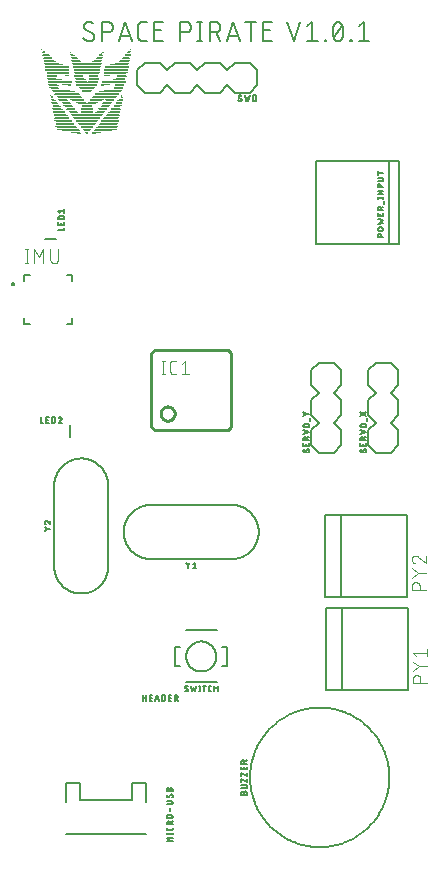
<source format=gbr>
G04 EAGLE Gerber RS-274X export*
G75*
%MOMM*%
%FSLAX66Y66*%
%LPD*%
%INSilkscreen Top*%
%IPPOS*%
%AMOC8*
5,1,8,0,0,1.08239X$1,22.5*%
G01*
%ADD10C,0.152400*%
%ADD11R,0.086363X0.084838*%
%ADD12R,0.421637X0.084581*%
%ADD13R,0.167637X0.084581*%
%ADD14R,0.762000X0.084581*%
%ADD15R,0.254000X0.084581*%
%ADD16R,1.099819X0.084838*%
%ADD17R,0.424181X0.084838*%
%ADD18R,1.102363X0.084838*%
%ADD19R,1.524000X0.084581*%
%ADD20R,0.508000X0.084581*%
%ADD21R,1.861819X0.084581*%
%ADD22R,0.675638X0.084581*%
%ADD23R,1.778000X0.084838*%
%ADD24R,0.848363X0.084838*%
%ADD25R,1.861819X0.084838*%
%ADD26R,1.694181X0.084581*%
%ADD27R,0.932181X0.084581*%
%ADD28R,1.778000X0.084581*%
%ADD29R,1.099819X0.084581*%
%ADD30R,1.691638X0.084581*%
%ADD31R,1.691638X0.084838*%
%ADD32R,1.183638X0.084838*%
%ADD33R,1.607819X0.084581*%
%ADD34R,1.356363X0.084581*%
%ADD35R,1.437638X0.084838*%
%ADD36R,1.607819X0.084838*%
%ADD37R,1.524000X0.084838*%
%ADD38R,1.437638X0.084581*%
%ADD39R,1.440181X0.084581*%
%ADD40R,1.864363X0.084581*%
%ADD41R,1.356363X0.084838*%
%ADD42R,2.032000X0.084838*%
%ADD43R,1.270000X0.084581*%
%ADD44R,2.199638X0.084581*%
%ADD45R,1.186181X0.084581*%
%ADD46R,2.286000X0.084581*%
%ADD47R,1.186181X0.084838*%
%ADD48R,2.456181X0.084838*%
%ADD49R,2.540000X0.084581*%
%ADD50R,2.707638X0.084581*%
%ADD51R,1.016000X0.084838*%
%ADD52R,0.675638X0.084838*%
%ADD53R,0.762000X0.084838*%
%ADD54R,0.678181X0.084581*%
%ADD55R,0.929638X0.084581*%
%ADD56R,0.845819X0.084838*%
%ADD57R,0.929638X0.084838*%
%ADD58R,0.845819X0.084581*%
%ADD59R,1.016000X0.084581*%
%ADD60R,0.678181X0.084838*%
%ADD61R,0.848363X0.084581*%
%ADD62R,0.591819X0.084581*%
%ADD63R,0.594363X0.084838*%
%ADD64R,0.424181X0.084581*%
%ADD65R,0.340363X0.084838*%
%ADD66R,0.340363X0.084581*%
%ADD67R,1.102363X0.084581*%
%ADD68R,0.337819X0.084581*%
%ADD69R,0.254000X0.084838*%
%ADD70R,1.270000X0.084838*%
%ADD71R,0.170181X0.084581*%
%ADD72R,2.032000X0.084581*%
%ADD73R,0.083819X0.084581*%
%ADD74R,0.083819X0.084838*%
%ADD75R,2.115819X0.084838*%
%ADD76R,2.118362X0.084581*%
%ADD77R,2.115819X0.084581*%
%ADD78R,0.591819X0.084838*%
%ADD79R,1.945638X0.084581*%
%ADD80R,1.183638X0.084581*%
%ADD81R,1.948181X0.084838*%
%ADD82R,1.864363X0.084838*%
%ADD83R,1.948181X0.084581*%
%ADD84R,1.694181X0.084838*%
%ADD85R,2.199638X0.084838*%
%ADD86R,2.286000X0.084838*%
%ADD87R,2.372362X0.084581*%
%ADD88R,2.372362X0.084838*%
%ADD89R,2.456181X0.084581*%
%ADD90R,0.337819X0.084838*%
%ADD91R,0.421637X0.084838*%
%ADD92R,0.594363X0.084581*%
%ADD93R,0.167637X0.084838*%
%ADD94R,0.086363X0.084581*%
%ADD95R,0.170181X0.084838*%
%ADD96R,2.626362X0.084838*%
%ADD97C,0.127000*%
%ADD98C,0.254000*%
%ADD99C,0.101600*%
%ADD100C,0.203200*%
%ADD101C,0.200000*%


D10*
X34599116Y80347684D02*
X34607845Y80347789D01*
X34616569Y80348106D01*
X34625283Y80348633D01*
X34633981Y80349370D01*
X34642659Y80350318D01*
X34651312Y80351475D01*
X34659934Y80352840D01*
X34668521Y80354414D01*
X34677067Y80356195D01*
X34685567Y80358181D01*
X34694017Y80360372D01*
X34702412Y80362767D01*
X34710747Y80365365D01*
X34719016Y80368162D01*
X34727215Y80371159D01*
X34735339Y80374353D01*
X34743384Y80377742D01*
X34751345Y80381325D01*
X34759216Y80385099D01*
X34766994Y80389062D01*
X34774675Y80393212D01*
X34782252Y80397547D01*
X34789723Y80402063D01*
X34797082Y80406758D01*
X34804326Y80411630D01*
X34811450Y80416675D01*
X34818450Y80421892D01*
X34825322Y80427275D01*
X34832061Y80432824D01*
X34838665Y80438533D01*
X34845129Y80444400D01*
X34851449Y80450422D01*
X34857622Y80456595D01*
X34863644Y80462915D01*
X34869511Y80469379D01*
X34875220Y80475983D01*
X34880769Y80482722D01*
X34886152Y80489594D01*
X34891369Y80496594D01*
X34896414Y80503718D01*
X34901286Y80510962D01*
X34905981Y80518321D01*
X34910497Y80525792D01*
X34914832Y80533369D01*
X34918982Y80541050D01*
X34922945Y80548828D01*
X34926719Y80556699D01*
X34930302Y80564660D01*
X34933691Y80572705D01*
X34936885Y80580829D01*
X34939882Y80589028D01*
X34942679Y80597297D01*
X34945277Y80605632D01*
X34947672Y80614027D01*
X34949863Y80622477D01*
X34951849Y80630977D01*
X34953630Y80639523D01*
X34955204Y80648110D01*
X34956569Y80656732D01*
X34957726Y80665385D01*
X34958674Y80674063D01*
X34959411Y80682761D01*
X34959938Y80691475D01*
X34960255Y80700199D01*
X34960360Y80708928D01*
X34599116Y80347684D02*
X34580859Y80347902D01*
X34562612Y80348558D01*
X34544386Y80349649D01*
X34526191Y80351176D01*
X34508038Y80353138D01*
X34489937Y80355534D01*
X34471899Y80358362D01*
X34453933Y80361621D01*
X34436051Y80365309D01*
X34418262Y80369424D01*
X34400576Y80373963D01*
X34383004Y80378924D01*
X34365556Y80384303D01*
X34348242Y80390099D01*
X34331071Y80396307D01*
X34314054Y80402924D01*
X34297199Y80409947D01*
X34280518Y80417371D01*
X34264019Y80425191D01*
X34247712Y80433404D01*
X34231606Y80442005D01*
X34215710Y80450989D01*
X34200034Y80460351D01*
X34184586Y80470084D01*
X34169376Y80480185D01*
X34154411Y80490647D01*
X34139701Y80501463D01*
X34125255Y80512629D01*
X34111079Y80524137D01*
X34097183Y80535981D01*
X34083574Y80548153D01*
X34070260Y80560648D01*
X34057249Y80573458D01*
X34102403Y81612038D02*
X34102508Y81620767D01*
X34102825Y81629491D01*
X34103352Y81638205D01*
X34104089Y81646903D01*
X34105037Y81655581D01*
X34106194Y81664234D01*
X34107559Y81672856D01*
X34109133Y81681443D01*
X34110914Y81689989D01*
X34112900Y81698490D01*
X34115092Y81706940D01*
X34117487Y81715335D01*
X34120084Y81723669D01*
X34122881Y81731938D01*
X34125878Y81740138D01*
X34129072Y81748262D01*
X34132462Y81756307D01*
X34136044Y81764267D01*
X34139819Y81772139D01*
X34143782Y81779917D01*
X34147932Y81787597D01*
X34152266Y81795175D01*
X34156782Y81802646D01*
X34161478Y81810005D01*
X34166350Y81817249D01*
X34171395Y81824373D01*
X34176611Y81831373D01*
X34181995Y81838245D01*
X34187543Y81844984D01*
X34193253Y81851588D01*
X34199120Y81858052D01*
X34205142Y81864372D01*
X34211315Y81870545D01*
X34217635Y81876567D01*
X34224099Y81882434D01*
X34230703Y81888144D01*
X34237443Y81893692D01*
X34244315Y81899076D01*
X34251315Y81904292D01*
X34258439Y81909337D01*
X34265682Y81914209D01*
X34273042Y81918904D01*
X34280513Y81923420D01*
X34288090Y81927755D01*
X34295770Y81931905D01*
X34303549Y81935868D01*
X34311420Y81939642D01*
X34319381Y81943225D01*
X34327426Y81946614D01*
X34335550Y81949808D01*
X34343750Y81952805D01*
X34352019Y81955602D01*
X34360353Y81958199D01*
X34368748Y81960594D01*
X34377198Y81962786D01*
X34385699Y81964772D01*
X34394245Y81966553D01*
X34402832Y81968126D01*
X34411454Y81969492D01*
X34420107Y81970648D01*
X34428785Y81971596D01*
X34437483Y81972333D01*
X34446197Y81972860D01*
X34454921Y81973177D01*
X34463650Y81973282D01*
X34463650Y81973285D02*
X34479792Y81973092D01*
X34495924Y81972515D01*
X34512038Y81971554D01*
X34528125Y81970209D01*
X34544175Y81968481D01*
X34560179Y81966371D01*
X34576129Y81963880D01*
X34592014Y81961009D01*
X34607827Y81957761D01*
X34623558Y81954137D01*
X34639198Y81950140D01*
X34654738Y81945770D01*
X34670170Y81941032D01*
X34685484Y81935927D01*
X34700672Y81930459D01*
X34715726Y81924630D01*
X34730637Y81918444D01*
X34745395Y81911904D01*
X34759994Y81905015D01*
X34774425Y81897780D01*
X34788679Y81890203D01*
X34802748Y81882288D01*
X34816625Y81874041D01*
X34830301Y81865465D01*
X34843770Y81856565D01*
X34857022Y81847347D01*
X34870050Y81837816D01*
X34283026Y81295952D02*
X34275449Y81300541D01*
X34267985Y81305312D01*
X34260638Y81310262D01*
X34253412Y81315387D01*
X34246313Y81320686D01*
X34239343Y81326154D01*
X34232508Y81331790D01*
X34225811Y81337588D01*
X34219255Y81343547D01*
X34212846Y81349662D01*
X34206586Y81355930D01*
X34200479Y81362347D01*
X34194528Y81368910D01*
X34188738Y81375615D01*
X34183112Y81382458D01*
X34177652Y81389434D01*
X34172363Y81396540D01*
X34167246Y81403772D01*
X34162306Y81411125D01*
X34157545Y81418596D01*
X34152965Y81426179D01*
X34148570Y81433870D01*
X34144362Y81441666D01*
X34140343Y81449560D01*
X34136516Y81457550D01*
X34132883Y81465630D01*
X34129446Y81473794D01*
X34126207Y81482040D01*
X34123169Y81490361D01*
X34120332Y81498753D01*
X34117698Y81507212D01*
X34115270Y81515731D01*
X34113048Y81524307D01*
X34111033Y81532933D01*
X34109228Y81541606D01*
X34107632Y81550320D01*
X34106248Y81559070D01*
X34105075Y81567851D01*
X34104114Y81576657D01*
X34103366Y81585484D01*
X34102832Y81594327D01*
X34102511Y81603180D01*
X34102404Y81612038D01*
X34779738Y81025016D02*
X34787315Y81020427D01*
X34794780Y81015656D01*
X34802127Y81010706D01*
X34809352Y81005580D01*
X34816451Y81000282D01*
X34823421Y80994813D01*
X34830256Y80989178D01*
X34836954Y80983379D01*
X34843509Y80977421D01*
X34849919Y80971306D01*
X34856179Y80965037D01*
X34862286Y80958620D01*
X34868236Y80952057D01*
X34874026Y80945352D01*
X34879652Y80938510D01*
X34885112Y80931533D01*
X34890401Y80924427D01*
X34895518Y80917195D01*
X34900458Y80909842D01*
X34905220Y80902371D01*
X34909799Y80894788D01*
X34914194Y80887096D01*
X34918403Y80879301D01*
X34922421Y80871406D01*
X34926248Y80863417D01*
X34929881Y80855337D01*
X34933318Y80847172D01*
X34936557Y80838927D01*
X34939595Y80830605D01*
X34942432Y80822213D01*
X34945066Y80813755D01*
X34947494Y80805235D01*
X34949716Y80796660D01*
X34951731Y80788033D01*
X34953536Y80779360D01*
X34955132Y80770646D01*
X34956516Y80761896D01*
X34957689Y80753115D01*
X34958650Y80744309D01*
X34959398Y80735482D01*
X34959932Y80726639D01*
X34960253Y80717786D01*
X34960360Y80708928D01*
X34779738Y81025016D02*
X34283025Y81295950D01*
X35641472Y81973284D02*
X35641472Y80347684D01*
X35641472Y81973284D02*
X36093025Y81973284D01*
X36104021Y81973150D01*
X36115010Y81972748D01*
X36125986Y81972079D01*
X36136943Y81971143D01*
X36147874Y81969940D01*
X36158772Y81968472D01*
X36169631Y81966738D01*
X36180445Y81964741D01*
X36191207Y81962481D01*
X36201911Y81959959D01*
X36212550Y81957178D01*
X36223118Y81954138D01*
X36233609Y81950842D01*
X36244017Y81947292D01*
X36254335Y81943489D01*
X36264557Y81939435D01*
X36274678Y81935135D01*
X36284691Y81930589D01*
X36294590Y81925800D01*
X36304370Y81920772D01*
X36314025Y81915507D01*
X36323548Y81910009D01*
X36332935Y81904280D01*
X36342179Y81898325D01*
X36351276Y81892146D01*
X36360219Y81885747D01*
X36369004Y81879133D01*
X36377625Y81872307D01*
X36386078Y81865272D01*
X36394357Y81858034D01*
X36402457Y81850597D01*
X36410373Y81842964D01*
X36418102Y81835141D01*
X36425637Y81827132D01*
X36432976Y81818942D01*
X36440112Y81810576D01*
X36447043Y81802039D01*
X36453764Y81793335D01*
X36460271Y81784470D01*
X36466560Y81775449D01*
X36472628Y81766278D01*
X36478470Y81756962D01*
X36484084Y81747506D01*
X36489466Y81737916D01*
X36494613Y81728199D01*
X36499521Y81718358D01*
X36504189Y81708401D01*
X36508613Y81698334D01*
X36512790Y81688161D01*
X36516718Y81677890D01*
X36520396Y81667527D01*
X36523819Y81657076D01*
X36526987Y81646546D01*
X36529898Y81635942D01*
X36532550Y81625269D01*
X36534941Y81614536D01*
X36537070Y81603747D01*
X36538935Y81592910D01*
X36540536Y81582030D01*
X36541872Y81571115D01*
X36542942Y81560171D01*
X36543744Y81549203D01*
X36544280Y81538220D01*
X36544548Y81527226D01*
X36544548Y81516230D01*
X36544280Y81505236D01*
X36543744Y81494253D01*
X36542942Y81483285D01*
X36541872Y81472341D01*
X36540536Y81461426D01*
X36538935Y81450546D01*
X36537070Y81439709D01*
X36534941Y81428920D01*
X36532550Y81418187D01*
X36529898Y81407514D01*
X36526987Y81396910D01*
X36523819Y81386380D01*
X36520396Y81375929D01*
X36516718Y81365566D01*
X36512790Y81355295D01*
X36508613Y81345122D01*
X36504189Y81335055D01*
X36499521Y81325098D01*
X36494613Y81315257D01*
X36489466Y81305540D01*
X36484084Y81295950D01*
X36478470Y81286494D01*
X36472628Y81277178D01*
X36466560Y81268007D01*
X36460271Y81258986D01*
X36453764Y81250121D01*
X36447043Y81241417D01*
X36440112Y81232880D01*
X36432976Y81224514D01*
X36425637Y81216324D01*
X36418102Y81208315D01*
X36410373Y81200492D01*
X36402457Y81192859D01*
X36394357Y81185422D01*
X36386078Y81178184D01*
X36377625Y81171149D01*
X36369004Y81164323D01*
X36360219Y81157709D01*
X36351276Y81151310D01*
X36342179Y81145131D01*
X36332935Y81139176D01*
X36323548Y81133447D01*
X36314025Y81127949D01*
X36304370Y81122684D01*
X36294590Y81117656D01*
X36284691Y81112867D01*
X36274678Y81108321D01*
X36264557Y81104021D01*
X36254335Y81099967D01*
X36244017Y81096164D01*
X36233609Y81092614D01*
X36223118Y81089318D01*
X36212550Y81086278D01*
X36201911Y81083497D01*
X36191207Y81080975D01*
X36180445Y81078715D01*
X36169631Y81076718D01*
X36158772Y81074984D01*
X36147874Y81073516D01*
X36136943Y81072313D01*
X36125986Y81071377D01*
X36115010Y81070708D01*
X36104021Y81070306D01*
X36093025Y81070172D01*
X35641472Y81070172D01*
X37041084Y80347684D02*
X37582950Y81973284D01*
X38124816Y80347684D01*
X37989350Y80754084D02*
X37176550Y80754084D01*
X39051813Y80347684D02*
X39413056Y80347684D01*
X39051813Y80347684D02*
X39043084Y80347789D01*
X39034360Y80348106D01*
X39025646Y80348633D01*
X39016948Y80349370D01*
X39008270Y80350318D01*
X38999617Y80351475D01*
X38990995Y80352840D01*
X38982408Y80354414D01*
X38973862Y80356195D01*
X38965362Y80358181D01*
X38956912Y80360372D01*
X38948517Y80362767D01*
X38940182Y80365365D01*
X38931913Y80368162D01*
X38923714Y80371159D01*
X38915590Y80374353D01*
X38907545Y80377742D01*
X38899584Y80381325D01*
X38891713Y80385099D01*
X38883935Y80389062D01*
X38876254Y80393212D01*
X38868677Y80397547D01*
X38861206Y80402063D01*
X38853847Y80406758D01*
X38846603Y80411630D01*
X38839479Y80416675D01*
X38832479Y80421892D01*
X38825607Y80427275D01*
X38818868Y80432824D01*
X38812264Y80438533D01*
X38805800Y80444400D01*
X38799480Y80450422D01*
X38793307Y80456595D01*
X38787285Y80462915D01*
X38781418Y80469379D01*
X38775709Y80475983D01*
X38770160Y80482722D01*
X38764777Y80489594D01*
X38759560Y80496594D01*
X38754515Y80503718D01*
X38749643Y80510962D01*
X38744948Y80518321D01*
X38740432Y80525792D01*
X38736097Y80533369D01*
X38731947Y80541050D01*
X38727984Y80548828D01*
X38724210Y80556699D01*
X38720627Y80564660D01*
X38717238Y80572705D01*
X38714044Y80580829D01*
X38711047Y80589028D01*
X38708250Y80597297D01*
X38705652Y80605632D01*
X38703257Y80614027D01*
X38701066Y80622477D01*
X38699080Y80630977D01*
X38697299Y80639523D01*
X38695725Y80648110D01*
X38694360Y80656732D01*
X38693203Y80665385D01*
X38692255Y80674063D01*
X38691518Y80682761D01*
X38690991Y80691475D01*
X38690674Y80700199D01*
X38690569Y80708928D01*
X38690569Y81612038D01*
X38690678Y81620903D01*
X38691004Y81629763D01*
X38691548Y81638613D01*
X38692308Y81647446D01*
X38693286Y81656258D01*
X38694479Y81665044D01*
X38695887Y81673797D01*
X38697510Y81682513D01*
X38699346Y81691187D01*
X38701395Y81699813D01*
X38703655Y81708387D01*
X38706124Y81716902D01*
X38708802Y81725354D01*
X38711686Y81733738D01*
X38714775Y81742048D01*
X38718067Y81750281D01*
X38721560Y81758429D01*
X38725252Y81766490D01*
X38729141Y81774458D01*
X38733224Y81782328D01*
X38737499Y81790095D01*
X38741964Y81797755D01*
X38746615Y81805303D01*
X38751449Y81812735D01*
X38756465Y81820046D01*
X38761659Y81827232D01*
X38767027Y81834288D01*
X38772567Y81841210D01*
X38778276Y81847994D01*
X38784149Y81854636D01*
X38790183Y81861131D01*
X38796375Y81867477D01*
X38802720Y81873669D01*
X38809216Y81879703D01*
X38815858Y81885576D01*
X38822642Y81891285D01*
X38829564Y81896825D01*
X38836620Y81902193D01*
X38843805Y81907387D01*
X38851116Y81912403D01*
X38858548Y81917238D01*
X38866096Y81921889D01*
X38873756Y81926353D01*
X38881523Y81930628D01*
X38889393Y81934712D01*
X38897361Y81938600D01*
X38905422Y81942293D01*
X38913571Y81945786D01*
X38921803Y81949078D01*
X38930113Y81952167D01*
X38938497Y81955051D01*
X38946949Y81957729D01*
X38955464Y81960199D01*
X38964038Y81962458D01*
X38972664Y81964507D01*
X38981338Y81966343D01*
X38990054Y81967966D01*
X38998807Y81969375D01*
X39007593Y81970568D01*
X39016405Y81971545D01*
X39025238Y81972306D01*
X39034087Y81972850D01*
X39042947Y81973176D01*
X39051813Y81973285D01*
X39051813Y81973284D02*
X39413056Y81973284D01*
X40052203Y80347684D02*
X40774691Y80347684D01*
X40052203Y80347684D02*
X40052203Y81973284D01*
X40774691Y81973284D01*
X40594069Y81250794D02*
X40052203Y81250794D01*
X42258691Y81973284D02*
X42258691Y80347684D01*
X42258691Y81973284D02*
X42710244Y81973284D01*
X42721240Y81973150D01*
X42732229Y81972748D01*
X42743205Y81972079D01*
X42754162Y81971143D01*
X42765093Y81969940D01*
X42775991Y81968472D01*
X42786850Y81966738D01*
X42797664Y81964741D01*
X42808426Y81962481D01*
X42819130Y81959959D01*
X42829769Y81957178D01*
X42840337Y81954138D01*
X42850828Y81950842D01*
X42861236Y81947292D01*
X42871554Y81943489D01*
X42881776Y81939435D01*
X42891897Y81935135D01*
X42901910Y81930589D01*
X42911809Y81925800D01*
X42921589Y81920772D01*
X42931244Y81915507D01*
X42940767Y81910009D01*
X42950154Y81904280D01*
X42959398Y81898325D01*
X42968495Y81892146D01*
X42977438Y81885747D01*
X42986223Y81879133D01*
X42994844Y81872307D01*
X43003297Y81865272D01*
X43011576Y81858034D01*
X43019676Y81850597D01*
X43027592Y81842964D01*
X43035321Y81835141D01*
X43042856Y81827132D01*
X43050195Y81818942D01*
X43057331Y81810576D01*
X43064262Y81802039D01*
X43070983Y81793335D01*
X43077490Y81784470D01*
X43083779Y81775449D01*
X43089847Y81766278D01*
X43095689Y81756962D01*
X43101303Y81747506D01*
X43106685Y81737916D01*
X43111832Y81728199D01*
X43116740Y81718358D01*
X43121408Y81708401D01*
X43125832Y81698334D01*
X43130009Y81688161D01*
X43133937Y81677890D01*
X43137615Y81667527D01*
X43141038Y81657076D01*
X43144206Y81646546D01*
X43147117Y81635942D01*
X43149769Y81625269D01*
X43152160Y81614536D01*
X43154289Y81603747D01*
X43156154Y81592910D01*
X43157755Y81582030D01*
X43159091Y81571115D01*
X43160161Y81560171D01*
X43160963Y81549203D01*
X43161499Y81538220D01*
X43161767Y81527226D01*
X43161767Y81516230D01*
X43161499Y81505236D01*
X43160963Y81494253D01*
X43160161Y81483285D01*
X43159091Y81472341D01*
X43157755Y81461426D01*
X43156154Y81450546D01*
X43154289Y81439709D01*
X43152160Y81428920D01*
X43149769Y81418187D01*
X43147117Y81407514D01*
X43144206Y81396910D01*
X43141038Y81386380D01*
X43137615Y81375929D01*
X43133937Y81365566D01*
X43130009Y81355295D01*
X43125832Y81345122D01*
X43121408Y81335055D01*
X43116740Y81325098D01*
X43111832Y81315257D01*
X43106685Y81305540D01*
X43101303Y81295950D01*
X43095689Y81286494D01*
X43089847Y81277178D01*
X43083779Y81268007D01*
X43077490Y81258986D01*
X43070983Y81250121D01*
X43064262Y81241417D01*
X43057331Y81232880D01*
X43050195Y81224514D01*
X43042856Y81216324D01*
X43035321Y81208315D01*
X43027592Y81200492D01*
X43019676Y81192859D01*
X43011576Y81185422D01*
X43003297Y81178184D01*
X42994844Y81171149D01*
X42986223Y81164323D01*
X42977438Y81157709D01*
X42968495Y81151310D01*
X42959398Y81145131D01*
X42950154Y81139176D01*
X42940767Y81133447D01*
X42931244Y81127949D01*
X42921589Y81122684D01*
X42911809Y81117656D01*
X42901910Y81112867D01*
X42891897Y81108321D01*
X42881776Y81104021D01*
X42871554Y81099967D01*
X42861236Y81096164D01*
X42850828Y81092614D01*
X42840337Y81089318D01*
X42829769Y81086278D01*
X42819130Y81083497D01*
X42808426Y81080975D01*
X42797664Y81078715D01*
X42786850Y81076718D01*
X42775991Y81074984D01*
X42765093Y81073516D01*
X42754162Y81072313D01*
X42743205Y81071377D01*
X42732229Y81070708D01*
X42721240Y81070306D01*
X42710244Y81070172D01*
X42258691Y81070172D01*
X43887541Y80347684D02*
X43887541Y81973284D01*
X43706919Y80347684D02*
X44068163Y80347684D01*
X44068163Y81973284D02*
X43706919Y81973284D01*
X44747744Y81973284D02*
X44747744Y80347684D01*
X44747744Y81973284D02*
X45199297Y81973284D01*
X45210293Y81973150D01*
X45221282Y81972748D01*
X45232258Y81972079D01*
X45243215Y81971143D01*
X45254146Y81969940D01*
X45265044Y81968472D01*
X45275903Y81966738D01*
X45286717Y81964741D01*
X45297479Y81962481D01*
X45308183Y81959959D01*
X45318822Y81957178D01*
X45329390Y81954138D01*
X45339881Y81950842D01*
X45350289Y81947292D01*
X45360607Y81943489D01*
X45370829Y81939435D01*
X45380950Y81935135D01*
X45390963Y81930589D01*
X45400862Y81925800D01*
X45410642Y81920772D01*
X45420297Y81915507D01*
X45429820Y81910009D01*
X45439207Y81904280D01*
X45448451Y81898325D01*
X45457548Y81892146D01*
X45466491Y81885747D01*
X45475276Y81879133D01*
X45483897Y81872307D01*
X45492350Y81865272D01*
X45500629Y81858034D01*
X45508729Y81850597D01*
X45516645Y81842964D01*
X45524374Y81835141D01*
X45531909Y81827132D01*
X45539248Y81818942D01*
X45546384Y81810576D01*
X45553315Y81802039D01*
X45560036Y81793335D01*
X45566543Y81784470D01*
X45572832Y81775449D01*
X45578900Y81766278D01*
X45584742Y81756962D01*
X45590356Y81747506D01*
X45595738Y81737916D01*
X45600885Y81728199D01*
X45605793Y81718358D01*
X45610461Y81708401D01*
X45614885Y81698334D01*
X45619062Y81688161D01*
X45622990Y81677890D01*
X45626668Y81667527D01*
X45630091Y81657076D01*
X45633259Y81646546D01*
X45636170Y81635942D01*
X45638822Y81625269D01*
X45641213Y81614536D01*
X45643342Y81603747D01*
X45645207Y81592910D01*
X45646808Y81582030D01*
X45648144Y81571115D01*
X45649214Y81560171D01*
X45650016Y81549203D01*
X45650552Y81538220D01*
X45650820Y81527226D01*
X45650820Y81516230D01*
X45650552Y81505236D01*
X45650016Y81494253D01*
X45649214Y81483285D01*
X45648144Y81472341D01*
X45646808Y81461426D01*
X45645207Y81450546D01*
X45643342Y81439709D01*
X45641213Y81428920D01*
X45638822Y81418187D01*
X45636170Y81407514D01*
X45633259Y81396910D01*
X45630091Y81386380D01*
X45626668Y81375929D01*
X45622990Y81365566D01*
X45619062Y81355295D01*
X45614885Y81345122D01*
X45610461Y81335055D01*
X45605793Y81325098D01*
X45600885Y81315257D01*
X45595738Y81305540D01*
X45590356Y81295950D01*
X45584742Y81286494D01*
X45578900Y81277178D01*
X45572832Y81268007D01*
X45566543Y81258986D01*
X45560036Y81250121D01*
X45553315Y81241417D01*
X45546384Y81232880D01*
X45539248Y81224514D01*
X45531909Y81216324D01*
X45524374Y81208315D01*
X45516645Y81200492D01*
X45508729Y81192859D01*
X45500629Y81185422D01*
X45492350Y81178184D01*
X45483897Y81171149D01*
X45475276Y81164323D01*
X45466491Y81157709D01*
X45457548Y81151310D01*
X45448451Y81145131D01*
X45439207Y81139176D01*
X45429820Y81133447D01*
X45420297Y81127949D01*
X45410642Y81122684D01*
X45400862Y81117656D01*
X45390963Y81112867D01*
X45380950Y81108321D01*
X45370829Y81104021D01*
X45360607Y81099967D01*
X45350289Y81096164D01*
X45339881Y81092614D01*
X45329390Y81089318D01*
X45318822Y81086278D01*
X45308183Y81083497D01*
X45297479Y81080975D01*
X45286717Y81078715D01*
X45275903Y81076718D01*
X45265044Y81074984D01*
X45254146Y81073516D01*
X45243215Y81072313D01*
X45232258Y81071377D01*
X45221282Y81070708D01*
X45210293Y81070306D01*
X45199297Y81070172D01*
X44747744Y81070172D01*
X45289609Y81070172D02*
X45650853Y80347684D01*
X46211400Y80347684D02*
X46753266Y81973284D01*
X47295131Y80347684D01*
X47159666Y80754084D02*
X46346866Y80754084D01*
X48212181Y80347684D02*
X48212181Y81973284D01*
X47760628Y81973284D02*
X48663738Y81973284D01*
X49274628Y80347684D02*
X49997116Y80347684D01*
X49274628Y80347684D02*
X49274628Y81973284D01*
X49997116Y81973284D01*
X49816494Y81250794D02*
X49274628Y81250794D01*
X51317603Y81973284D02*
X51859469Y80347684D01*
X52401334Y81973284D01*
X52971038Y81612038D02*
X53422591Y81973284D01*
X53422591Y80347684D01*
X52971038Y80347684D02*
X53874147Y80347684D01*
X54471622Y80347684D02*
X54471622Y80437994D01*
X54561931Y80437994D01*
X54561931Y80347684D01*
X54471622Y80347684D01*
X55159406Y81160484D02*
X55159788Y81192462D01*
X55160933Y81224422D01*
X55162840Y81256346D01*
X55165509Y81288215D01*
X55168939Y81320011D01*
X55173126Y81351717D01*
X55178068Y81383313D01*
X55183764Y81414782D01*
X55190209Y81446107D01*
X55197400Y81477268D01*
X55205333Y81508249D01*
X55214004Y81539032D01*
X55223406Y81569599D01*
X55233536Y81599933D01*
X55244387Y81630017D01*
X55255952Y81659833D01*
X55268227Y81689364D01*
X55281202Y81718594D01*
X55294872Y81747506D01*
X55294871Y81747506D02*
X55297600Y81755162D01*
X55300515Y81762749D01*
X55303613Y81770262D01*
X55306893Y81777699D01*
X55310353Y81785053D01*
X55313991Y81792321D01*
X55317804Y81799498D01*
X55321791Y81806581D01*
X55325949Y81813564D01*
X55330276Y81820444D01*
X55334769Y81827217D01*
X55339425Y81833879D01*
X55344242Y81840425D01*
X55349216Y81846852D01*
X55354346Y81853157D01*
X55359627Y81859335D01*
X55365057Y81865382D01*
X55370632Y81871296D01*
X55376350Y81877072D01*
X55382206Y81882708D01*
X55388197Y81888199D01*
X55394321Y81893543D01*
X55400573Y81898737D01*
X55406949Y81903777D01*
X55413445Y81908661D01*
X55420059Y81913385D01*
X55426786Y81917946D01*
X55433621Y81922343D01*
X55440562Y81926573D01*
X55447603Y81930632D01*
X55454741Y81934519D01*
X55461971Y81938231D01*
X55469289Y81941766D01*
X55476692Y81945122D01*
X55484173Y81948297D01*
X55491730Y81951289D01*
X55499357Y81954096D01*
X55507051Y81956717D01*
X55514805Y81959151D01*
X55522617Y81961395D01*
X55530481Y81963448D01*
X55538392Y81965309D01*
X55546347Y81966978D01*
X55554339Y81968452D01*
X55562366Y81969732D01*
X55570421Y81970816D01*
X55578499Y81971704D01*
X55586597Y81972395D01*
X55594710Y81972889D01*
X55602832Y81973185D01*
X55610959Y81973284D01*
X55619086Y81973185D01*
X55627208Y81972889D01*
X55635321Y81972395D01*
X55643419Y81971704D01*
X55651498Y81970816D01*
X55659553Y81969732D01*
X55667579Y81968452D01*
X55675571Y81966978D01*
X55683526Y81965309D01*
X55691437Y81963448D01*
X55699301Y81961395D01*
X55707113Y81959151D01*
X55714868Y81956717D01*
X55722561Y81954096D01*
X55730188Y81951289D01*
X55737745Y81948297D01*
X55745227Y81945122D01*
X55752629Y81941766D01*
X55759948Y81938231D01*
X55767178Y81934519D01*
X55774316Y81930632D01*
X55781357Y81926573D01*
X55788298Y81922343D01*
X55795133Y81917946D01*
X55801860Y81913385D01*
X55808474Y81908661D01*
X55814970Y81903777D01*
X55821346Y81898737D01*
X55827598Y81893543D01*
X55833722Y81888199D01*
X55839713Y81882708D01*
X55845570Y81877072D01*
X55851287Y81871296D01*
X55856863Y81865382D01*
X55862293Y81859335D01*
X55867574Y81853157D01*
X55872703Y81846852D01*
X55877678Y81840425D01*
X55882495Y81833879D01*
X55887151Y81827217D01*
X55891644Y81820444D01*
X55895970Y81813564D01*
X55900128Y81806580D01*
X55904115Y81799498D01*
X55907929Y81792321D01*
X55911567Y81785053D01*
X55915027Y81777699D01*
X55918307Y81770262D01*
X55921405Y81762748D01*
X55924320Y81755161D01*
X55927049Y81747506D01*
X55927050Y81747506D02*
X55940720Y81718594D01*
X55953696Y81689364D01*
X55965970Y81659833D01*
X55977536Y81630017D01*
X55988386Y81599933D01*
X55998516Y81569599D01*
X56007919Y81539032D01*
X56016589Y81508249D01*
X56024522Y81477268D01*
X56031713Y81446107D01*
X56038158Y81414782D01*
X56043854Y81383313D01*
X56048796Y81351717D01*
X56052984Y81320011D01*
X56056413Y81288215D01*
X56059082Y81256346D01*
X56060989Y81224422D01*
X56062134Y81192462D01*
X56062516Y81160484D01*
X55159407Y81160484D02*
X55159789Y81128506D01*
X55160934Y81096545D01*
X55162841Y81064622D01*
X55165510Y81032752D01*
X55168939Y81000956D01*
X55173127Y80969251D01*
X55178069Y80937654D01*
X55183765Y80906185D01*
X55190210Y80874860D01*
X55197401Y80843698D01*
X55205334Y80812717D01*
X55214004Y80781934D01*
X55223407Y80751367D01*
X55233536Y80721033D01*
X55244387Y80690949D01*
X55255953Y80661133D01*
X55268227Y80631601D01*
X55281203Y80602371D01*
X55294873Y80573459D01*
X55294872Y80573459D02*
X55297601Y80565804D01*
X55300516Y80558217D01*
X55303614Y80550703D01*
X55306894Y80543267D01*
X55310354Y80535913D01*
X55313992Y80528645D01*
X55317806Y80521468D01*
X55321793Y80514385D01*
X55325951Y80507402D01*
X55330277Y80500522D01*
X55334770Y80493749D01*
X55339426Y80487088D01*
X55344243Y80480541D01*
X55349217Y80474114D01*
X55354347Y80467810D01*
X55359628Y80461632D01*
X55365058Y80455584D01*
X55370633Y80449671D01*
X55376351Y80443894D01*
X55382207Y80438259D01*
X55388199Y80432768D01*
X55394322Y80427423D01*
X55400574Y80422230D01*
X55406950Y80417190D01*
X55413447Y80412306D01*
X55420060Y80407582D01*
X55426787Y80403021D01*
X55433622Y80398624D01*
X55440563Y80394395D01*
X55447604Y80390336D01*
X55454742Y80386449D01*
X55461972Y80382737D01*
X55469290Y80379202D01*
X55476693Y80375846D01*
X55484174Y80372671D01*
X55491731Y80369679D01*
X55499358Y80366871D01*
X55507051Y80364250D01*
X55514806Y80361817D01*
X55522618Y80359573D01*
X55530481Y80357520D01*
X55538393Y80355659D01*
X55546347Y80353990D01*
X55554340Y80352516D01*
X55562366Y80351236D01*
X55570421Y80350152D01*
X55578500Y80349264D01*
X55586598Y80348573D01*
X55594710Y80348079D01*
X55602832Y80347783D01*
X55610959Y80347684D01*
X55927050Y80573459D02*
X55940720Y80602371D01*
X55953696Y80631601D01*
X55965970Y80661132D01*
X55977536Y80690949D01*
X55988387Y80721032D01*
X55998516Y80751366D01*
X56007919Y80781934D01*
X56016589Y80812717D01*
X56024522Y80843698D01*
X56031713Y80874860D01*
X56038158Y80906184D01*
X56043854Y80937654D01*
X56048796Y80969250D01*
X56052984Y81000956D01*
X56056413Y81032752D01*
X56059082Y81064621D01*
X56060989Y81096545D01*
X56062134Y81128506D01*
X56062516Y81160484D01*
X55927048Y80573460D02*
X55924319Y80565805D01*
X55921404Y80558218D01*
X55918306Y80550704D01*
X55915026Y80543268D01*
X55911566Y80535914D01*
X55907928Y80528646D01*
X55904114Y80521469D01*
X55900127Y80514386D01*
X55895969Y80507403D01*
X55891642Y80500523D01*
X55887150Y80493750D01*
X55882493Y80487089D01*
X55877677Y80480542D01*
X55872702Y80474115D01*
X55867573Y80467811D01*
X55862291Y80461633D01*
X55856861Y80455585D01*
X55851286Y80449672D01*
X55845568Y80443895D01*
X55839712Y80438260D01*
X55833720Y80432769D01*
X55827597Y80427424D01*
X55821345Y80422231D01*
X55814969Y80417191D01*
X55808472Y80412307D01*
X55801859Y80407583D01*
X55795132Y80403022D01*
X55788297Y80398625D01*
X55781356Y80394396D01*
X55774315Y80390337D01*
X55767177Y80386450D01*
X55759947Y80382738D01*
X55752628Y80379203D01*
X55745226Y80375847D01*
X55737744Y80372672D01*
X55730188Y80369680D01*
X55722560Y80366872D01*
X55714867Y80364251D01*
X55707112Y80361818D01*
X55699301Y80359574D01*
X55691437Y80357521D01*
X55683525Y80355660D01*
X55675571Y80353991D01*
X55667578Y80352517D01*
X55659552Y80351237D01*
X55651497Y80350153D01*
X55643419Y80349265D01*
X55635320Y80348574D01*
X55627208Y80348080D01*
X55619086Y80347784D01*
X55610959Y80347685D01*
X55249716Y80708928D02*
X55972206Y81612038D01*
X56659991Y80437994D02*
X56659991Y80347684D01*
X56659991Y80437994D02*
X56750300Y80437994D01*
X56750300Y80347684D01*
X56659991Y80347684D01*
X57347775Y81612038D02*
X57799328Y81973284D01*
X57799328Y80347684D01*
X57347775Y80347684D02*
X58250884Y80347684D01*
D11*
X33948316Y72382813D03*
D12*
X33694316Y72467522D03*
D13*
X34329316Y72467522D03*
D12*
X34964316Y72467522D03*
D14*
X33440316Y72552103D03*
D15*
X34372497Y72552103D03*
D14*
X35218316Y72552103D03*
D16*
X33271406Y72636813D03*
D17*
X34371225Y72636813D03*
D18*
X35472316Y72636813D03*
D19*
X32975497Y72721522D03*
D20*
X34329316Y72721522D03*
D19*
X35683134Y72721522D03*
D21*
X32720225Y72806103D03*
D22*
X34329316Y72806103D03*
D21*
X35938406Y72806103D03*
D23*
X32678316Y72890813D03*
D24*
X34329316Y72890813D03*
D25*
X36022225Y72890813D03*
D26*
X32636406Y72975522D03*
D27*
X34371225Y72975522D03*
D28*
X36064134Y72975522D03*
X32594497Y73060103D03*
D29*
X34371225Y73060103D03*
D30*
X36107316Y73060103D03*
D31*
X32551316Y73144813D03*
D32*
X34329316Y73144813D03*
D31*
X36107316Y73144813D03*
D33*
X32509406Y73229522D03*
D34*
X34329316Y73229522D03*
D33*
X36149225Y73229522D03*
D19*
X32467497Y73314103D03*
X34329316Y73314103D03*
X36191134Y73314103D03*
D35*
X32424316Y73398813D03*
D36*
X34371225Y73398813D03*
D37*
X36277497Y73398813D03*
D38*
X32424316Y73483522D03*
D28*
X34372497Y73483522D03*
D39*
X36319406Y73483522D03*
X32339225Y73568103D03*
D40*
X34329316Y73568103D03*
D39*
X36319406Y73568103D03*
D41*
X32297316Y73652813D03*
D42*
X34329316Y73652813D03*
D41*
X36361316Y73652813D03*
D43*
X32254134Y73737522D03*
D44*
X34329316Y73737522D03*
D43*
X36404497Y73737522D03*
D45*
X32212225Y73822103D03*
D46*
X34372497Y73822103D03*
D43*
X36488316Y73822103D03*
D47*
X32212225Y73906813D03*
D48*
X34371225Y73906813D03*
D47*
X36530225Y73906813D03*
D45*
X32128406Y73991522D03*
D49*
X34329316Y73991522D03*
D45*
X36530225Y73991522D03*
D29*
X32085225Y74076103D03*
D50*
X34329316Y74076103D03*
D29*
X36573406Y74076103D03*
D51*
X32043316Y74160813D03*
D52*
X33313316Y74160813D03*
D32*
X34329316Y74160813D03*
D53*
X35388497Y74160813D03*
D51*
X36615316Y74160813D03*
D27*
X32001406Y74245522D03*
D54*
X33228225Y74245522D03*
D29*
X34371225Y74245522D03*
D14*
X35472316Y74245522D03*
D27*
X36657225Y74245522D03*
X32001406Y74330103D03*
D54*
X33144406Y74330103D03*
D29*
X34371225Y74330103D03*
D54*
X35514225Y74330103D03*
D55*
X36742316Y74330103D03*
D56*
X31958225Y74414813D03*
D53*
X33102497Y74414813D03*
D51*
X34329316Y74414813D03*
D52*
X35599316Y74414813D03*
D57*
X36742316Y74414813D03*
D58*
X31874406Y74499522D03*
D14*
X33016134Y74499522D03*
D59*
X34329316Y74499522D03*
D54*
X35684406Y74499522D03*
D58*
X36784225Y74499522D03*
D14*
X31832497Y74584103D03*
D54*
X32974225Y74584103D03*
D27*
X34371225Y74584103D03*
D14*
X35726316Y74584103D03*
X36826134Y74584103D03*
D52*
X31789316Y74668813D03*
D60*
X32890406Y74668813D03*
D24*
X34329316Y74668813D03*
D53*
X35810134Y74668813D03*
D52*
X36869316Y74668813D03*
D22*
X31789316Y74753522D03*
X32805316Y74753522D03*
D61*
X34329316Y74753522D03*
D22*
X35853316Y74753522D03*
D62*
X36911225Y74753522D03*
X31747406Y74838103D03*
D14*
X32762134Y74838103D03*
D61*
X34329316Y74838103D03*
D54*
X35938406Y74838103D03*
X36954406Y74838103D03*
D63*
X31662316Y74922813D03*
D53*
X32678316Y74922813D03*
D16*
X34371225Y74922813D03*
D53*
X35980316Y74922813D03*
D63*
X36996316Y74922813D03*
D20*
X31619134Y75007522D03*
D54*
X32636406Y75007522D03*
D19*
X34329316Y75007522D03*
D14*
X36064134Y75007522D03*
D20*
X37039497Y75007522D03*
D64*
X31577225Y75092103D03*
D22*
X32551316Y75092103D03*
D61*
X33821316Y75092103D03*
X34837316Y75092103D03*
D14*
X36150497Y75092103D03*
D64*
X37081406Y75092103D03*
D17*
X31577225Y75176813D03*
D53*
X32508134Y75176813D03*
D57*
X33694316Y75176813D03*
X34964316Y75176813D03*
D60*
X36192406Y75176813D03*
D65*
X37123316Y75176813D03*
D66*
X31535316Y75261522D03*
D14*
X32424316Y75261522D03*
D29*
X33609225Y75261522D03*
D59*
X35091316Y75261522D03*
D54*
X36276225Y75261522D03*
D64*
X37165225Y75261522D03*
D15*
X31492134Y75346103D03*
D14*
X32340497Y75346103D03*
D45*
X33482225Y75346103D03*
D67*
X35218316Y75346103D03*
D14*
X36318134Y75346103D03*
D68*
X37208406Y75346103D03*
D69*
X31408316Y75430813D03*
D52*
X32297316Y75430813D03*
D70*
X33356497Y75430813D03*
X35302134Y75430813D03*
D53*
X36404497Y75430813D03*
D69*
X37250316Y75430813D03*
D71*
X31366406Y75515522D03*
D72*
X32889134Y75515522D03*
X35769497Y75515522D03*
D71*
X37292225Y75515522D03*
X31366406Y75600103D03*
D72*
X32805316Y75600103D03*
X35853316Y75600103D03*
D73*
X37335406Y75600103D03*
D74*
X31323225Y75684813D03*
D75*
X32763406Y75684813D03*
D42*
X35937134Y75684813D03*
D74*
X37335406Y75684813D03*
D76*
X32678316Y75769522D03*
D72*
X36023497Y75769522D03*
X32635134Y75854103D03*
D77*
X36065406Y75854103D03*
D42*
X32551316Y75938813D03*
D78*
X34371225Y75938813D03*
D42*
X36107316Y75938813D03*
D79*
X32424316Y76023522D03*
D14*
X34372497Y76023522D03*
D21*
X36276225Y76023522D03*
D19*
X32127134Y76108103D03*
D61*
X34329316Y76108103D03*
D19*
X36531497Y76108103D03*
D18*
X31916316Y76192813D03*
D51*
X34329316Y76192813D03*
D47*
X36784225Y76192813D03*
D54*
X31620406Y76277522D03*
D80*
X34329316Y76277522D03*
D14*
X37080134Y76277522D03*
X31578497Y76362103D03*
D34*
X34329316Y76362103D03*
D14*
X37080134Y76362103D03*
D24*
X31535316Y76446813D03*
D36*
X34371225Y76446813D03*
D53*
X37166497Y76446813D03*
D61*
X31535316Y76531522D03*
D15*
X32932316Y76531522D03*
D28*
X34372497Y76531522D03*
D15*
X35726316Y76531522D03*
D14*
X37166497Y76531522D03*
X31492134Y76616103D03*
X32678316Y76616103D03*
D28*
X34372497Y76616103D03*
D14*
X35980316Y76616103D03*
X37166497Y76616103D03*
D81*
X32085225Y76700813D03*
D82*
X34329316Y76700813D03*
D42*
X36615316Y76700813D03*
D83*
X32085225Y76785522D03*
D40*
X34329316Y76785522D03*
D83*
X36657225Y76785522D03*
D72*
X32043316Y76870103D03*
D27*
X33863225Y76870103D03*
D61*
X34837316Y76870103D03*
D83*
X36657225Y76870103D03*
D84*
X31874406Y76954813D03*
D24*
X33821316Y76954813D03*
X34837316Y76954813D03*
D36*
X36827406Y76954813D03*
D45*
X31620406Y77039522D03*
D61*
X33821316Y77039522D03*
D58*
X34922406Y77039522D03*
D29*
X37081406Y77039522D03*
D14*
X31408316Y77124103D03*
X33778134Y77124103D03*
D58*
X34922406Y77124103D03*
D14*
X37250316Y77124103D03*
D53*
X31408316Y77208813D03*
D56*
X33736225Y77208813D03*
D53*
X34964316Y77208813D03*
D56*
X37292225Y77208813D03*
D58*
X31366406Y77293522D03*
D14*
X33694316Y77293522D03*
X34964316Y77293522D03*
D58*
X37292225Y77293522D03*
X31366406Y77378103D03*
D12*
X32678316Y77378103D03*
D14*
X33694316Y77378103D03*
X34964316Y77378103D03*
D20*
X36023497Y77378103D03*
D14*
X37334134Y77378103D03*
D56*
X31366406Y77462813D03*
D57*
X32424316Y77462813D03*
D60*
X33652406Y77462813D03*
D53*
X35048134Y77462813D03*
D51*
X36277497Y77462813D03*
D53*
X37334134Y77462813D03*
D79*
X31916316Y77547522D03*
D77*
X34371225Y77547522D03*
D79*
X36742316Y77547522D03*
X31916316Y77632103D03*
D44*
X34329316Y77632103D03*
D83*
X36827406Y77632103D03*
D42*
X31873134Y77716813D03*
D85*
X34329316Y77716813D03*
D81*
X36827406Y77716813D03*
D83*
X31831225Y77801522D03*
D44*
X34329316Y77801522D03*
D83*
X36827406Y77801522D03*
X31831225Y77886103D03*
D44*
X34329316Y77886103D03*
D83*
X36827406Y77886103D03*
D81*
X31831225Y77970813D03*
D86*
X34372497Y77970813D03*
D81*
X36827406Y77970813D03*
D83*
X31831225Y78055522D03*
D46*
X34372497Y78055522D03*
D83*
X36911225Y78055522D03*
X31831225Y78140103D03*
D87*
X34329316Y78140103D03*
D83*
X36911225Y78140103D03*
D81*
X31747406Y78224813D03*
D88*
X34329316Y78224813D03*
D81*
X36911225Y78224813D03*
D33*
X31577225Y78309522D03*
D87*
X34329316Y78309522D03*
D33*
X37081406Y78309522D03*
D43*
X31408316Y78394103D03*
D89*
X34371225Y78394103D03*
D45*
X37292225Y78394103D03*
D51*
X31281316Y78478813D03*
D48*
X34371225Y78478813D03*
D51*
X37461134Y78478813D03*
D27*
X31239406Y78563522D03*
D14*
X33524134Y78563522D03*
X35218316Y78563522D03*
D55*
X37504316Y78563522D03*
X31154316Y78648103D03*
D14*
X33440316Y78648103D03*
D54*
X35260225Y78648103D03*
D58*
X37546225Y78648103D03*
D56*
X31112406Y78732813D03*
D60*
X33398406Y78732813D03*
D78*
X35303406Y78732813D03*
D53*
X37588134Y78732813D03*
D14*
X31070497Y78817522D03*
D20*
X33313316Y78817522D03*
X35345316Y78817522D03*
D22*
X37631316Y78817522D03*
X31027316Y78902103D03*
D64*
X33271406Y78902103D03*
D20*
X35429134Y78902103D03*
D62*
X37673225Y78902103D03*
D78*
X30985406Y78986813D03*
D90*
X33228225Y78986813D03*
D91*
X35472316Y78986813D03*
D63*
X37758316Y78986813D03*
D92*
X30900316Y79071522D03*
D68*
X33144406Y79071522D03*
X35514225Y79071522D03*
D20*
X37801497Y79071522D03*
X30857134Y79156103D03*
D15*
X33102497Y79156103D03*
X35556134Y79156103D03*
D64*
X37843406Y79156103D03*
D17*
X30815225Y79240813D03*
D93*
X33059316Y79240813D03*
D74*
X35641225Y79240813D03*
D65*
X37885316Y79240813D03*
D15*
X30730134Y79325522D03*
D73*
X33017406Y79325522D03*
D94*
X35726316Y79325522D03*
D15*
X37928497Y79325522D03*
D71*
X30688225Y79410103D03*
D15*
X38012316Y79410103D03*
D11*
X30646316Y79494813D03*
D95*
X38054225Y79494813D03*
D73*
X30561225Y79579522D03*
X38097406Y79579522D03*
D96*
X35049156Y46393863D03*
D97*
X31717791Y63606172D02*
X30765291Y63606172D01*
X31940041Y64301647D02*
X32422641Y64301647D01*
X32422641Y64516134D01*
X32422641Y64777128D02*
X32422641Y64991616D01*
X32422641Y64777128D02*
X31940041Y64777128D01*
X31940041Y64991616D01*
X32154531Y64937994D02*
X32154531Y64777128D01*
X31940041Y65250659D02*
X32422641Y65250659D01*
X31940041Y65250659D02*
X31940041Y65384713D01*
X31940080Y65387952D01*
X31940198Y65391190D01*
X31940393Y65394423D01*
X31940667Y65397651D01*
X31941018Y65400872D01*
X31941448Y65404083D01*
X31941955Y65407282D01*
X31942538Y65410469D01*
X31943199Y65413640D01*
X31943936Y65416795D01*
X31944750Y65419931D01*
X31945638Y65423046D01*
X31946602Y65426139D01*
X31947640Y65429207D01*
X31948752Y65432250D01*
X31949938Y65435265D01*
X31951196Y65438250D01*
X31952525Y65441204D01*
X31953926Y65444125D01*
X31955396Y65447012D01*
X31956936Y65449862D01*
X31958545Y65452674D01*
X31960221Y65455446D01*
X31961963Y65458177D01*
X31963771Y65460865D01*
X31965643Y65463509D01*
X31967579Y65466107D01*
X31969577Y65468657D01*
X31971636Y65471158D01*
X31973755Y65473609D01*
X31975932Y65476007D01*
X31978167Y65478353D01*
X31980457Y65480643D01*
X31982803Y65482878D01*
X31985201Y65485055D01*
X31987652Y65487174D01*
X31990153Y65489233D01*
X31992703Y65491231D01*
X31995301Y65493167D01*
X31997945Y65495039D01*
X32000633Y65496847D01*
X32003364Y65498589D01*
X32006136Y65500265D01*
X32008948Y65501874D01*
X32011798Y65503414D01*
X32014685Y65504884D01*
X32017606Y65506285D01*
X32020560Y65507614D01*
X32023545Y65508872D01*
X32026560Y65510058D01*
X32029603Y65511170D01*
X32032671Y65512208D01*
X32035764Y65513172D01*
X32038879Y65514060D01*
X32042015Y65514874D01*
X32045170Y65515611D01*
X32048341Y65516272D01*
X32051528Y65516855D01*
X32054727Y65517362D01*
X32057938Y65517792D01*
X32061159Y65518143D01*
X32064387Y65518417D01*
X32067620Y65518612D01*
X32070858Y65518730D01*
X32074097Y65518769D01*
X32288588Y65518769D01*
X32291827Y65518730D01*
X32295065Y65518612D01*
X32298298Y65518417D01*
X32301526Y65518143D01*
X32304747Y65517792D01*
X32307957Y65517362D01*
X32311157Y65516855D01*
X32314344Y65516272D01*
X32317515Y65515611D01*
X32320669Y65514874D01*
X32323805Y65514060D01*
X32326920Y65513172D01*
X32330013Y65512208D01*
X32333082Y65511170D01*
X32336125Y65510057D01*
X32339139Y65508872D01*
X32342125Y65507614D01*
X32345079Y65506285D01*
X32348000Y65504884D01*
X32350886Y65503414D01*
X32353736Y65501874D01*
X32356548Y65500265D01*
X32359321Y65498589D01*
X32362052Y65496847D01*
X32364740Y65495039D01*
X32367383Y65493166D01*
X32369981Y65491231D01*
X32372531Y65489233D01*
X32375032Y65487174D01*
X32377483Y65485055D01*
X32379881Y65482878D01*
X32382227Y65480643D01*
X32384517Y65478352D01*
X32386752Y65476007D01*
X32388929Y65473608D01*
X32391048Y65471158D01*
X32393107Y65468657D01*
X32395105Y65466107D01*
X32397040Y65463509D01*
X32398913Y65460865D01*
X32400720Y65458177D01*
X32402463Y65455446D01*
X32404139Y65452674D01*
X32405747Y65449862D01*
X32407287Y65447012D01*
X32408758Y65444125D01*
X32410158Y65441204D01*
X32411488Y65438250D01*
X32412745Y65435265D01*
X32413931Y65432250D01*
X32415043Y65429207D01*
X32416081Y65426138D01*
X32417044Y65423045D01*
X32417933Y65419930D01*
X32418746Y65416794D01*
X32419483Y65413640D01*
X32420144Y65410468D01*
X32420728Y65407282D01*
X32421235Y65404082D01*
X32421664Y65400871D01*
X32422015Y65397651D01*
X32422289Y65394423D01*
X32422485Y65391190D01*
X32422602Y65387952D01*
X32422641Y65384713D01*
X32422641Y65250659D01*
X32047288Y65817584D02*
X31940041Y65951638D01*
X32422641Y65951638D01*
X32422641Y65817584D02*
X32422641Y66085694D01*
X32914338Y47804500D02*
X32914338Y46852000D01*
X30434816Y48026750D02*
X30434816Y48509350D01*
X30434816Y48026750D02*
X30649303Y48026750D01*
X30910297Y48026750D02*
X31124784Y48026750D01*
X30910297Y48026750D02*
X30910297Y48509350D01*
X31124784Y48509350D01*
X31071163Y48294859D02*
X30910297Y48294859D01*
X31383828Y48509350D02*
X31383828Y48026750D01*
X31383828Y48509350D02*
X31517881Y48509350D01*
X31521120Y48509311D01*
X31524358Y48509193D01*
X31527591Y48508998D01*
X31530819Y48508724D01*
X31534040Y48508373D01*
X31537251Y48507943D01*
X31540450Y48507436D01*
X31543637Y48506853D01*
X31546808Y48506192D01*
X31549963Y48505455D01*
X31553099Y48504641D01*
X31556214Y48503753D01*
X31559307Y48502789D01*
X31562375Y48501751D01*
X31565418Y48500639D01*
X31568433Y48499453D01*
X31571418Y48498195D01*
X31574372Y48496866D01*
X31577293Y48495465D01*
X31580180Y48493995D01*
X31583030Y48492455D01*
X31585842Y48490846D01*
X31588614Y48489170D01*
X31591345Y48487428D01*
X31594033Y48485620D01*
X31596677Y48483748D01*
X31599275Y48481812D01*
X31601825Y48479814D01*
X31604326Y48477755D01*
X31606777Y48475636D01*
X31609175Y48473459D01*
X31611521Y48471224D01*
X31613811Y48468934D01*
X31616046Y48466588D01*
X31618223Y48464190D01*
X31620342Y48461739D01*
X31622401Y48459238D01*
X31624399Y48456688D01*
X31626335Y48454090D01*
X31628207Y48451446D01*
X31630015Y48448758D01*
X31631757Y48446027D01*
X31633433Y48443255D01*
X31635042Y48440443D01*
X31636582Y48437593D01*
X31638052Y48434706D01*
X31639453Y48431785D01*
X31640782Y48428831D01*
X31642040Y48425846D01*
X31643226Y48422831D01*
X31644338Y48419788D01*
X31645376Y48416720D01*
X31646340Y48413627D01*
X31647228Y48410512D01*
X31648042Y48407376D01*
X31648779Y48404221D01*
X31649440Y48401050D01*
X31650023Y48397863D01*
X31650530Y48394664D01*
X31650960Y48391453D01*
X31651311Y48388232D01*
X31651585Y48385004D01*
X31651780Y48381771D01*
X31651898Y48378533D01*
X31651937Y48375294D01*
X31651938Y48375294D02*
X31651938Y48160803D01*
X31651937Y48160803D02*
X31651898Y48157564D01*
X31651780Y48154326D01*
X31651585Y48151093D01*
X31651311Y48147865D01*
X31650960Y48144644D01*
X31650530Y48141434D01*
X31650023Y48138234D01*
X31649440Y48135047D01*
X31648779Y48131876D01*
X31648042Y48128722D01*
X31647228Y48125586D01*
X31646340Y48122471D01*
X31645376Y48119378D01*
X31644338Y48116309D01*
X31643225Y48113266D01*
X31642040Y48110252D01*
X31640782Y48107266D01*
X31639453Y48104312D01*
X31638052Y48101391D01*
X31636582Y48098505D01*
X31635042Y48095655D01*
X31633433Y48092843D01*
X31631757Y48090070D01*
X31630015Y48087339D01*
X31628207Y48084651D01*
X31626334Y48082008D01*
X31624399Y48079410D01*
X31622401Y48076860D01*
X31620342Y48074359D01*
X31618223Y48071908D01*
X31616046Y48069510D01*
X31613811Y48067164D01*
X31611520Y48064874D01*
X31609175Y48062639D01*
X31606776Y48060462D01*
X31604326Y48058343D01*
X31601825Y48056284D01*
X31599275Y48054286D01*
X31596677Y48052351D01*
X31594033Y48050478D01*
X31591345Y48048671D01*
X31588614Y48046928D01*
X31585842Y48045252D01*
X31583030Y48043644D01*
X31580180Y48042104D01*
X31577293Y48040633D01*
X31574372Y48039233D01*
X31571418Y48037903D01*
X31568433Y48036646D01*
X31565418Y48035460D01*
X31562375Y48034348D01*
X31559306Y48033310D01*
X31556213Y48032347D01*
X31553098Y48031458D01*
X31549962Y48030645D01*
X31546808Y48029908D01*
X31543636Y48029247D01*
X31540450Y48028663D01*
X31537250Y48028156D01*
X31534039Y48027727D01*
X31530819Y48027376D01*
X31527591Y48027102D01*
X31524358Y48026906D01*
X31521120Y48026789D01*
X31517881Y48026750D01*
X31383828Y48026750D01*
X32098213Y48509347D02*
X32101128Y48509312D01*
X32104042Y48509206D01*
X32106952Y48509030D01*
X32109857Y48508784D01*
X32112756Y48508467D01*
X32115646Y48508081D01*
X32118525Y48507625D01*
X32121393Y48507099D01*
X32124247Y48506505D01*
X32127086Y48505841D01*
X32129909Y48505109D01*
X32132712Y48504309D01*
X32135496Y48503442D01*
X32138258Y48502508D01*
X32140996Y48501507D01*
X32143709Y48500440D01*
X32146396Y48499308D01*
X32149055Y48498111D01*
X32151684Y48496851D01*
X32154282Y48495527D01*
X32156847Y48494141D01*
X32159378Y48492694D01*
X32161873Y48491185D01*
X32164331Y48489617D01*
X32166750Y48487990D01*
X32169129Y48486305D01*
X32171467Y48484563D01*
X32173762Y48482765D01*
X32176013Y48480912D01*
X32178219Y48479005D01*
X32180378Y48477045D01*
X32182488Y48475034D01*
X32184550Y48472972D01*
X32186561Y48470862D01*
X32188521Y48468703D01*
X32190428Y48466497D01*
X32192281Y48464246D01*
X32194079Y48461951D01*
X32195821Y48459613D01*
X32197506Y48457234D01*
X32199133Y48454815D01*
X32200701Y48452357D01*
X32202210Y48449862D01*
X32203657Y48447331D01*
X32205043Y48444766D01*
X32206367Y48442168D01*
X32207627Y48439539D01*
X32208824Y48436880D01*
X32209956Y48434193D01*
X32211023Y48431480D01*
X32212024Y48428742D01*
X32212958Y48425980D01*
X32213825Y48423196D01*
X32214625Y48420393D01*
X32215357Y48417570D01*
X32216021Y48414731D01*
X32216615Y48411877D01*
X32217141Y48409009D01*
X32217597Y48406130D01*
X32217983Y48403240D01*
X32218300Y48400341D01*
X32218546Y48397436D01*
X32218722Y48394526D01*
X32218828Y48391612D01*
X32218863Y48388697D01*
X32098213Y48509350D02*
X32094465Y48509305D01*
X32090719Y48509169D01*
X32086977Y48508942D01*
X32083242Y48508625D01*
X32079515Y48508218D01*
X32075800Y48507721D01*
X32072097Y48507134D01*
X32068410Y48506458D01*
X32064741Y48505693D01*
X32061091Y48504839D01*
X32057462Y48503897D01*
X32053858Y48502868D01*
X32050279Y48501752D01*
X32046729Y48500550D01*
X32043208Y48499262D01*
X32039720Y48497890D01*
X32036266Y48496433D01*
X32032848Y48494894D01*
X32029468Y48493272D01*
X32026129Y48491569D01*
X32022832Y48489785D01*
X32019579Y48487923D01*
X32016371Y48485982D01*
X32013212Y48483965D01*
X32010102Y48481871D01*
X32007044Y48479703D01*
X32004040Y48477462D01*
X32001090Y48475149D01*
X31998197Y48472765D01*
X31995363Y48470312D01*
X31992589Y48467791D01*
X31989876Y48465203D01*
X31987227Y48462551D01*
X31984643Y48459835D01*
X31982125Y48457058D01*
X31979675Y48454221D01*
X31977295Y48451325D01*
X31974985Y48448373D01*
X31972747Y48445365D01*
X31970583Y48442305D01*
X31968493Y48439193D01*
X31966480Y48436031D01*
X31964543Y48432821D01*
X31962684Y48429566D01*
X31960905Y48426267D01*
X31959206Y48422925D01*
X31957588Y48419544D01*
X31956053Y48416124D01*
X31954600Y48412668D01*
X31953232Y48409178D01*
X31951949Y48405656D01*
X31950751Y48402104D01*
X32178648Y48294859D02*
X32180923Y48297080D01*
X32183143Y48299356D01*
X32185307Y48301686D01*
X32187413Y48304069D01*
X32189460Y48306502D01*
X32191447Y48308985D01*
X32193372Y48311516D01*
X32195234Y48314093D01*
X32197033Y48316715D01*
X32198766Y48319381D01*
X32200434Y48322088D01*
X32202035Y48324836D01*
X32203568Y48327622D01*
X32205032Y48330444D01*
X32206426Y48333302D01*
X32207750Y48336193D01*
X32209003Y48339116D01*
X32210183Y48342068D01*
X32211291Y48345049D01*
X32212325Y48348056D01*
X32213285Y48351087D01*
X32214171Y48354141D01*
X32214981Y48357216D01*
X32215716Y48360310D01*
X32216374Y48363421D01*
X32216956Y48366547D01*
X32217461Y48369687D01*
X32217889Y48372837D01*
X32218239Y48375998D01*
X32218512Y48379166D01*
X32218707Y48382340D01*
X32218824Y48385517D01*
X32218863Y48388697D01*
X32178647Y48294859D02*
X31950753Y48026750D01*
X32218863Y48026750D01*
X39094991Y24971781D02*
X39094991Y24489181D01*
X39094991Y24757291D02*
X39363100Y24757291D01*
X39363100Y24971781D02*
X39363100Y24489181D01*
X39682156Y24489181D02*
X39896644Y24489181D01*
X39682156Y24489181D02*
X39682156Y24971781D01*
X39896644Y24971781D01*
X39843022Y24757291D02*
X39682156Y24757291D01*
X40110588Y24489181D02*
X40271453Y24971781D01*
X40432319Y24489181D01*
X40392103Y24609831D02*
X40150803Y24609831D01*
X40704325Y24489181D02*
X40704325Y24971781D01*
X40838378Y24971781D01*
X40841617Y24971742D01*
X40844855Y24971624D01*
X40848088Y24971429D01*
X40851316Y24971155D01*
X40854537Y24970804D01*
X40857748Y24970374D01*
X40860947Y24969867D01*
X40864134Y24969284D01*
X40867305Y24968623D01*
X40870460Y24967886D01*
X40873596Y24967072D01*
X40876711Y24966184D01*
X40879804Y24965220D01*
X40882872Y24964182D01*
X40885915Y24963070D01*
X40888930Y24961884D01*
X40891915Y24960626D01*
X40894869Y24959297D01*
X40897790Y24957896D01*
X40900677Y24956426D01*
X40903527Y24954886D01*
X40906339Y24953277D01*
X40909111Y24951601D01*
X40911842Y24949859D01*
X40914530Y24948051D01*
X40917174Y24946179D01*
X40919772Y24944243D01*
X40922322Y24942245D01*
X40924823Y24940186D01*
X40927274Y24938067D01*
X40929672Y24935890D01*
X40932018Y24933655D01*
X40934308Y24931365D01*
X40936543Y24929019D01*
X40938720Y24926621D01*
X40940839Y24924170D01*
X40942898Y24921669D01*
X40944896Y24919119D01*
X40946832Y24916521D01*
X40948704Y24913877D01*
X40950512Y24911189D01*
X40952254Y24908458D01*
X40953930Y24905686D01*
X40955539Y24902874D01*
X40957079Y24900024D01*
X40958549Y24897137D01*
X40959950Y24894216D01*
X40961279Y24891262D01*
X40962537Y24888277D01*
X40963723Y24885262D01*
X40964835Y24882219D01*
X40965873Y24879151D01*
X40966837Y24876058D01*
X40967725Y24872943D01*
X40968539Y24869807D01*
X40969276Y24866652D01*
X40969937Y24863481D01*
X40970520Y24860294D01*
X40971027Y24857095D01*
X40971457Y24853884D01*
X40971808Y24850663D01*
X40972082Y24847435D01*
X40972277Y24844202D01*
X40972395Y24840964D01*
X40972434Y24837725D01*
X40972434Y24623234D01*
X40972395Y24619995D01*
X40972277Y24616757D01*
X40972082Y24613524D01*
X40971808Y24610296D01*
X40971457Y24607075D01*
X40971027Y24603865D01*
X40970520Y24600665D01*
X40969937Y24597478D01*
X40969276Y24594307D01*
X40968539Y24591153D01*
X40967725Y24588017D01*
X40966837Y24584902D01*
X40965873Y24581809D01*
X40964835Y24578740D01*
X40963722Y24575697D01*
X40962537Y24572683D01*
X40961279Y24569697D01*
X40959950Y24566743D01*
X40958549Y24563822D01*
X40957079Y24560936D01*
X40955539Y24558086D01*
X40953930Y24555274D01*
X40952254Y24552501D01*
X40950512Y24549770D01*
X40948704Y24547082D01*
X40946831Y24544439D01*
X40944896Y24541841D01*
X40942898Y24539291D01*
X40940839Y24536790D01*
X40938720Y24534339D01*
X40936543Y24531941D01*
X40934308Y24529595D01*
X40932017Y24527305D01*
X40929672Y24525070D01*
X40927273Y24522893D01*
X40924823Y24520774D01*
X40922322Y24518715D01*
X40919772Y24516717D01*
X40917174Y24514782D01*
X40914530Y24512909D01*
X40911842Y24511102D01*
X40909111Y24509359D01*
X40906339Y24507683D01*
X40903527Y24506075D01*
X40900677Y24504535D01*
X40897790Y24503064D01*
X40894869Y24501664D01*
X40891915Y24500334D01*
X40888930Y24499077D01*
X40885915Y24497891D01*
X40882872Y24496779D01*
X40879803Y24495741D01*
X40876710Y24494778D01*
X40873595Y24493889D01*
X40870459Y24493076D01*
X40867305Y24492339D01*
X40864133Y24491678D01*
X40860947Y24491094D01*
X40857747Y24490587D01*
X40854536Y24490158D01*
X40851316Y24489807D01*
X40848088Y24489533D01*
X40844855Y24489337D01*
X40841617Y24489220D01*
X40838378Y24489181D01*
X40704325Y24489181D01*
X41291491Y24489181D02*
X41505978Y24489181D01*
X41291491Y24489181D02*
X41291491Y24971781D01*
X41505978Y24971781D01*
X41452356Y24757291D02*
X41291491Y24757291D01*
X41771391Y24971781D02*
X41771391Y24489181D01*
X41771391Y24971781D02*
X41905444Y24971781D01*
X41908708Y24971741D01*
X41911971Y24971622D01*
X41915229Y24971423D01*
X41918482Y24971145D01*
X41921727Y24970788D01*
X41924963Y24970352D01*
X41928187Y24969838D01*
X41931397Y24969245D01*
X41934592Y24968574D01*
X41937769Y24967825D01*
X41940928Y24967000D01*
X41944065Y24966097D01*
X41947180Y24965119D01*
X41950270Y24964064D01*
X41953333Y24962935D01*
X41956368Y24961732D01*
X41959372Y24960455D01*
X41962345Y24959106D01*
X41965284Y24957684D01*
X41968187Y24956191D01*
X41971053Y24954628D01*
X41973881Y24952996D01*
X41976667Y24951295D01*
X41979412Y24949527D01*
X41982112Y24947693D01*
X41984767Y24945794D01*
X41987376Y24943830D01*
X41989935Y24941803D01*
X41992444Y24939715D01*
X41994902Y24937566D01*
X41997307Y24935358D01*
X41999657Y24933092D01*
X42001951Y24930770D01*
X42004188Y24928392D01*
X42006367Y24925961D01*
X42008486Y24923477D01*
X42010543Y24920942D01*
X42012539Y24918358D01*
X42014470Y24915727D01*
X42016337Y24913049D01*
X42018139Y24910326D01*
X42019873Y24907560D01*
X42021540Y24904753D01*
X42023138Y24901906D01*
X42024666Y24899021D01*
X42026123Y24896100D01*
X42027509Y24893144D01*
X42028822Y24890155D01*
X42030062Y24887135D01*
X42031228Y24884086D01*
X42032320Y24881009D01*
X42033336Y24877907D01*
X42034277Y24874780D01*
X42035141Y24871632D01*
X42035928Y24868464D01*
X42036638Y24865277D01*
X42037270Y24862075D01*
X42037824Y24858857D01*
X42038299Y24855627D01*
X42038696Y24852387D01*
X42039013Y24849138D01*
X42039252Y24845882D01*
X42039411Y24842621D01*
X42039490Y24839357D01*
X42039490Y24836093D01*
X42039411Y24832829D01*
X42039252Y24829568D01*
X42039013Y24826312D01*
X42038696Y24823063D01*
X42038299Y24819823D01*
X42037824Y24816593D01*
X42037270Y24813375D01*
X42036638Y24810173D01*
X42035928Y24806986D01*
X42035141Y24803818D01*
X42034277Y24800670D01*
X42033336Y24797543D01*
X42032320Y24794441D01*
X42031228Y24791364D01*
X42030062Y24788315D01*
X42028822Y24785295D01*
X42027509Y24782306D01*
X42026123Y24779350D01*
X42024666Y24776429D01*
X42023138Y24773544D01*
X42021540Y24770697D01*
X42019873Y24767890D01*
X42018139Y24765124D01*
X42016337Y24762401D01*
X42014470Y24759723D01*
X42012539Y24757092D01*
X42010543Y24754508D01*
X42008486Y24751973D01*
X42006367Y24749489D01*
X42004188Y24747058D01*
X42001951Y24744680D01*
X41999657Y24742358D01*
X41997307Y24740092D01*
X41994902Y24737884D01*
X41992444Y24735735D01*
X41989935Y24733647D01*
X41987376Y24731620D01*
X41984767Y24729656D01*
X41982112Y24727757D01*
X41979412Y24725923D01*
X41976667Y24724155D01*
X41973881Y24722454D01*
X41971053Y24720822D01*
X41968187Y24719259D01*
X41965284Y24717766D01*
X41962345Y24716344D01*
X41959372Y24714995D01*
X41956368Y24713718D01*
X41953333Y24712515D01*
X41950270Y24711386D01*
X41947180Y24710331D01*
X41944065Y24709353D01*
X41940928Y24708450D01*
X41937769Y24707625D01*
X41934592Y24706876D01*
X41931397Y24706205D01*
X41928187Y24705612D01*
X41924963Y24705098D01*
X41921727Y24704662D01*
X41918482Y24704305D01*
X41915229Y24704027D01*
X41911971Y24703828D01*
X41908708Y24703709D01*
X41905444Y24703669D01*
X41771391Y24703669D01*
X41932256Y24703669D02*
X42039500Y24489181D01*
D98*
X39805000Y53900000D02*
X40080000Y54175000D01*
X46280000Y54175000D01*
X46555000Y53900000D01*
X46555000Y47700000D01*
X46280000Y47425000D01*
X40080000Y47425000D01*
X39805000Y47700000D01*
X39805000Y53900000D01*
X40580000Y48800000D02*
X40580181Y48814725D01*
X40580723Y48829441D01*
X40581626Y48844139D01*
X40582889Y48858810D01*
X40584512Y48873446D01*
X40586494Y48888038D01*
X40588833Y48902577D01*
X40591529Y48917054D01*
X40594579Y48931461D01*
X40597981Y48945788D01*
X40601734Y48960028D01*
X40605836Y48974171D01*
X40610283Y48988209D01*
X40615074Y49002134D01*
X40620204Y49015937D01*
X40625672Y49029610D01*
X40631474Y49043145D01*
X40637606Y49056533D01*
X40644065Y49069767D01*
X40650847Y49082838D01*
X40657948Y49095739D01*
X40665363Y49108462D01*
X40673088Y49120999D01*
X40681118Y49133342D01*
X40689449Y49145485D01*
X40698075Y49157420D01*
X40706992Y49169139D01*
X40716194Y49180636D01*
X40725675Y49191904D01*
X40735429Y49202935D01*
X40745452Y49213724D01*
X40755736Y49224264D01*
X40766276Y49234548D01*
X40777065Y49244571D01*
X40788096Y49254325D01*
X40799364Y49263806D01*
X40810861Y49273008D01*
X40822580Y49281925D01*
X40834515Y49290551D01*
X40846658Y49298882D01*
X40859001Y49306912D01*
X40871538Y49314637D01*
X40884261Y49322052D01*
X40897162Y49329153D01*
X40910233Y49335935D01*
X40923467Y49342394D01*
X40936855Y49348526D01*
X40950390Y49354328D01*
X40964063Y49359796D01*
X40977866Y49364926D01*
X40991791Y49369717D01*
X41005829Y49374164D01*
X41019972Y49378266D01*
X41034212Y49382019D01*
X41048539Y49385421D01*
X41062946Y49388471D01*
X41077423Y49391167D01*
X41091962Y49393506D01*
X41106554Y49395488D01*
X41121190Y49397111D01*
X41135861Y49398374D01*
X41150559Y49399277D01*
X41165275Y49399819D01*
X41180000Y49400000D01*
X41194725Y49399819D01*
X41209441Y49399277D01*
X41224139Y49398374D01*
X41238810Y49397111D01*
X41253446Y49395488D01*
X41268038Y49393506D01*
X41282577Y49391167D01*
X41297054Y49388471D01*
X41311461Y49385421D01*
X41325788Y49382019D01*
X41340028Y49378266D01*
X41354171Y49374164D01*
X41368209Y49369717D01*
X41382134Y49364926D01*
X41395937Y49359796D01*
X41409610Y49354328D01*
X41423145Y49348526D01*
X41436533Y49342394D01*
X41449767Y49335935D01*
X41462838Y49329153D01*
X41475739Y49322052D01*
X41488462Y49314637D01*
X41500999Y49306912D01*
X41513342Y49298882D01*
X41525485Y49290551D01*
X41537420Y49281925D01*
X41549139Y49273008D01*
X41560636Y49263806D01*
X41571904Y49254325D01*
X41582935Y49244571D01*
X41593724Y49234548D01*
X41604264Y49224264D01*
X41614548Y49213724D01*
X41624571Y49202935D01*
X41634325Y49191904D01*
X41643806Y49180636D01*
X41653008Y49169139D01*
X41661925Y49157420D01*
X41670551Y49145485D01*
X41678882Y49133342D01*
X41686912Y49120999D01*
X41694637Y49108462D01*
X41702052Y49095739D01*
X41709153Y49082838D01*
X41715935Y49069767D01*
X41722394Y49056533D01*
X41728526Y49043145D01*
X41734328Y49029610D01*
X41739796Y49015937D01*
X41744926Y49002134D01*
X41749717Y48988209D01*
X41754164Y48974171D01*
X41758266Y48960028D01*
X41762019Y48945788D01*
X41765421Y48931461D01*
X41768471Y48917054D01*
X41771167Y48902577D01*
X41773506Y48888038D01*
X41775488Y48873446D01*
X41777111Y48858810D01*
X41778374Y48844139D01*
X41779277Y48829441D01*
X41779819Y48814725D01*
X41780000Y48800000D01*
X41779819Y48785275D01*
X41779277Y48770559D01*
X41778374Y48755861D01*
X41777111Y48741190D01*
X41775488Y48726554D01*
X41773506Y48711962D01*
X41771167Y48697423D01*
X41768471Y48682946D01*
X41765421Y48668539D01*
X41762019Y48654212D01*
X41758266Y48639972D01*
X41754164Y48625829D01*
X41749717Y48611791D01*
X41744926Y48597866D01*
X41739796Y48584063D01*
X41734328Y48570390D01*
X41728526Y48556855D01*
X41722394Y48543467D01*
X41715935Y48530233D01*
X41709153Y48517162D01*
X41702052Y48504261D01*
X41694637Y48491538D01*
X41686912Y48479001D01*
X41678882Y48466658D01*
X41670551Y48454515D01*
X41661925Y48442580D01*
X41653008Y48430861D01*
X41643806Y48419364D01*
X41634325Y48408096D01*
X41624571Y48397065D01*
X41614548Y48386276D01*
X41604264Y48375736D01*
X41593724Y48365452D01*
X41582935Y48355429D01*
X41571904Y48345675D01*
X41560636Y48336194D01*
X41549139Y48326992D01*
X41537420Y48318075D01*
X41525485Y48309449D01*
X41513342Y48301118D01*
X41500999Y48293088D01*
X41488462Y48285363D01*
X41475739Y48277948D01*
X41462838Y48270847D01*
X41449767Y48264065D01*
X41436533Y48257606D01*
X41423145Y48251474D01*
X41409610Y48245672D01*
X41395937Y48240204D01*
X41382134Y48235074D01*
X41368209Y48230283D01*
X41354171Y48225836D01*
X41340028Y48221734D01*
X41325788Y48217981D01*
X41311461Y48214579D01*
X41297054Y48211529D01*
X41282577Y48208833D01*
X41268038Y48206494D01*
X41253446Y48204512D01*
X41238810Y48202889D01*
X41224139Y48201626D01*
X41209441Y48200723D01*
X41194725Y48200181D01*
X41180000Y48200000D01*
X41165275Y48200181D01*
X41150559Y48200723D01*
X41135861Y48201626D01*
X41121190Y48202889D01*
X41106554Y48204512D01*
X41091962Y48206494D01*
X41077423Y48208833D01*
X41062946Y48211529D01*
X41048539Y48214579D01*
X41034212Y48217981D01*
X41019972Y48221734D01*
X41005829Y48225836D01*
X40991791Y48230283D01*
X40977866Y48235074D01*
X40964063Y48240204D01*
X40950390Y48245672D01*
X40936855Y48251474D01*
X40923467Y48257606D01*
X40910233Y48264065D01*
X40897162Y48270847D01*
X40884261Y48277948D01*
X40871538Y48285363D01*
X40859001Y48293088D01*
X40846658Y48301118D01*
X40834515Y48309449D01*
X40822580Y48318075D01*
X40810861Y48326992D01*
X40799364Y48336194D01*
X40788096Y48345675D01*
X40777065Y48355429D01*
X40766276Y48365452D01*
X40755736Y48375736D01*
X40745452Y48386276D01*
X40735429Y48397065D01*
X40725675Y48408096D01*
X40716194Y48419364D01*
X40706992Y48430861D01*
X40698075Y48442580D01*
X40689449Y48454515D01*
X40681118Y48466658D01*
X40673088Y48479001D01*
X40665363Y48491538D01*
X40657948Y48504261D01*
X40650847Y48517162D01*
X40644065Y48530233D01*
X40637606Y48543467D01*
X40631474Y48556855D01*
X40625672Y48570390D01*
X40620204Y48584063D01*
X40615074Y48597866D01*
X40610283Y48611791D01*
X40605836Y48625829D01*
X40601734Y48639972D01*
X40597981Y48654212D01*
X40594579Y48668539D01*
X40591529Y48682946D01*
X40588833Y48697423D01*
X40586494Y48711962D01*
X40584512Y48726554D01*
X40582889Y48741190D01*
X40581626Y48755861D01*
X40580723Y48770559D01*
X40580181Y48785275D01*
X40580000Y48800000D01*
D99*
X40820622Y52120800D02*
X40820622Y53289200D01*
X40690800Y52120800D02*
X40950444Y52120800D01*
X40950444Y53289200D02*
X40690800Y53289200D01*
X41666791Y52120800D02*
X41926434Y52120800D01*
X41666791Y52120800D02*
X41660517Y52120876D01*
X41654247Y52121103D01*
X41647984Y52121482D01*
X41641732Y52122012D01*
X41635494Y52122693D01*
X41629275Y52123525D01*
X41623078Y52124506D01*
X41616906Y52125637D01*
X41610764Y52126917D01*
X41604654Y52128345D01*
X41598581Y52129920D01*
X41592547Y52131641D01*
X41586557Y52133508D01*
X41580613Y52135519D01*
X41574720Y52137673D01*
X41568881Y52139968D01*
X41563098Y52142404D01*
X41557377Y52144980D01*
X41551719Y52147692D01*
X41546128Y52150541D01*
X41540608Y52153523D01*
X41535162Y52156639D01*
X41529792Y52159885D01*
X41524503Y52163260D01*
X41519296Y52166761D01*
X41514176Y52170388D01*
X41509145Y52174137D01*
X41504206Y52178006D01*
X41499362Y52181994D01*
X41494615Y52186098D01*
X41489969Y52190315D01*
X41485427Y52194643D01*
X41480990Y52199080D01*
X41476662Y52203622D01*
X41472445Y52208268D01*
X41468341Y52213015D01*
X41464353Y52217859D01*
X41460484Y52222798D01*
X41456735Y52227829D01*
X41453108Y52232949D01*
X41449607Y52238156D01*
X41446232Y52243445D01*
X41442986Y52248815D01*
X41439870Y52254261D01*
X41436888Y52259781D01*
X41434039Y52265372D01*
X41431327Y52271030D01*
X41428751Y52276751D01*
X41426315Y52282534D01*
X41424020Y52288373D01*
X41421866Y52294266D01*
X41419855Y52300210D01*
X41417988Y52306200D01*
X41416267Y52312234D01*
X41414692Y52318307D01*
X41413264Y52324417D01*
X41411984Y52330559D01*
X41410853Y52336731D01*
X41409872Y52342928D01*
X41409040Y52349147D01*
X41408359Y52355385D01*
X41407829Y52361637D01*
X41407450Y52367900D01*
X41407223Y52374170D01*
X41407147Y52380444D01*
X41407147Y53029553D01*
X41407225Y53035925D01*
X41407460Y53042293D01*
X41407851Y53048654D01*
X41408397Y53055003D01*
X41409100Y53061336D01*
X41409957Y53067651D01*
X41410970Y53073942D01*
X41412136Y53080207D01*
X41413456Y53086442D01*
X41414928Y53092642D01*
X41416552Y53098804D01*
X41418327Y53104924D01*
X41420252Y53110999D01*
X41422325Y53117025D01*
X41424545Y53122998D01*
X41426911Y53128915D01*
X41429422Y53134772D01*
X41432076Y53140566D01*
X41434871Y53146292D01*
X41437805Y53151949D01*
X41440878Y53157532D01*
X41444087Y53163037D01*
X41447430Y53168463D01*
X41450905Y53173804D01*
X41454510Y53179059D01*
X41458243Y53184224D01*
X41462101Y53189295D01*
X41466083Y53194270D01*
X41470186Y53199146D01*
X41474407Y53203920D01*
X41478744Y53208589D01*
X41483195Y53213150D01*
X41487756Y53217600D01*
X41492425Y53221938D01*
X41497198Y53226159D01*
X41502074Y53230262D01*
X41507050Y53234244D01*
X41512121Y53238102D01*
X41517286Y53241835D01*
X41522540Y53245441D01*
X41527882Y53248916D01*
X41533307Y53252259D01*
X41538813Y53255467D01*
X41544395Y53258540D01*
X41550052Y53261475D01*
X41555779Y53264270D01*
X41561572Y53266924D01*
X41567429Y53269435D01*
X41573346Y53271801D01*
X41579319Y53274021D01*
X41585345Y53276094D01*
X41591420Y53278019D01*
X41597540Y53279794D01*
X41603702Y53281418D01*
X41609902Y53282891D01*
X41616137Y53284210D01*
X41622402Y53285377D01*
X41628693Y53286389D01*
X41635008Y53287247D01*
X41641341Y53287949D01*
X41647690Y53288496D01*
X41654051Y53288887D01*
X41660419Y53289122D01*
X41666791Y53289200D01*
X41926434Y53289200D01*
X42362966Y53029553D02*
X42687519Y53289200D01*
X42687519Y52120800D01*
X42362966Y52120800D02*
X43012075Y52120800D01*
D100*
X32583038Y17497391D02*
X32583038Y15897391D01*
X32583038Y17497391D02*
X33783038Y17497391D01*
X38183038Y17497391D02*
X39383038Y17497391D01*
X39383038Y15897391D01*
X39383038Y13197391D02*
X32583038Y13197391D01*
X33783038Y16097391D02*
X33783038Y17497391D01*
X33783038Y16097391D02*
X38183038Y16097391D01*
X38183038Y17497391D01*
D97*
X41126538Y12571531D02*
X41609138Y12571531D01*
X41394650Y12732397D02*
X41126538Y12571531D01*
X41394650Y12732397D02*
X41126538Y12893263D01*
X41609138Y12893263D01*
X41609138Y13226172D02*
X41126538Y13226172D01*
X41609138Y13172550D02*
X41609138Y13279794D01*
X41126538Y13279794D02*
X41126538Y13172550D01*
X41609138Y13635397D02*
X41609138Y13742641D01*
X41609138Y13635397D02*
X41609107Y13632806D01*
X41609013Y13630216D01*
X41608856Y13627629D01*
X41608637Y13625046D01*
X41608356Y13622470D01*
X41608013Y13619901D01*
X41607607Y13617342D01*
X41607140Y13614793D01*
X41606611Y13612255D01*
X41606022Y13609732D01*
X41605371Y13607223D01*
X41604660Y13604731D01*
X41603889Y13602257D01*
X41603059Y13599802D01*
X41602169Y13597368D01*
X41601221Y13594956D01*
X41600214Y13592568D01*
X41599151Y13590204D01*
X41598030Y13587867D01*
X41596854Y13585558D01*
X41595622Y13583278D01*
X41594335Y13581029D01*
X41592994Y13578811D01*
X41591600Y13576626D01*
X41590154Y13574475D01*
X41588656Y13572361D01*
X41587108Y13570282D01*
X41585509Y13568242D01*
X41583862Y13566242D01*
X41582167Y13564281D01*
X41580425Y13562362D01*
X41578638Y13560486D01*
X41576805Y13558653D01*
X41574929Y13556866D01*
X41573010Y13555124D01*
X41571049Y13553429D01*
X41569049Y13551782D01*
X41567009Y13550183D01*
X41564930Y13548635D01*
X41562816Y13547137D01*
X41560665Y13545691D01*
X41558480Y13544297D01*
X41556262Y13542956D01*
X41554013Y13541669D01*
X41551733Y13540437D01*
X41549424Y13539261D01*
X41547087Y13538140D01*
X41544723Y13537077D01*
X41542335Y13536070D01*
X41539923Y13535122D01*
X41537489Y13534232D01*
X41535034Y13533402D01*
X41532560Y13532631D01*
X41530068Y13531920D01*
X41527559Y13531269D01*
X41525036Y13530680D01*
X41522498Y13530151D01*
X41519949Y13529684D01*
X41517390Y13529278D01*
X41514821Y13528935D01*
X41512245Y13528654D01*
X41509662Y13528435D01*
X41507075Y13528278D01*
X41504485Y13528184D01*
X41501894Y13528153D01*
X41233784Y13528153D01*
X41231152Y13528185D01*
X41228522Y13528282D01*
X41225894Y13528444D01*
X41223272Y13528669D01*
X41220656Y13528960D01*
X41218048Y13529314D01*
X41215449Y13529732D01*
X41212861Y13530214D01*
X41210286Y13530759D01*
X41207725Y13531367D01*
X41205180Y13532038D01*
X41202652Y13532771D01*
X41200143Y13533566D01*
X41197654Y13534422D01*
X41195187Y13535339D01*
X41192743Y13536316D01*
X41190323Y13537353D01*
X41187930Y13538449D01*
X41185565Y13539604D01*
X41183228Y13540816D01*
X41180922Y13542085D01*
X41178648Y13543411D01*
X41176407Y13544791D01*
X41174201Y13546227D01*
X41172031Y13547716D01*
X41169897Y13549257D01*
X41167802Y13550851D01*
X41165747Y13552496D01*
X41163733Y13554191D01*
X41161761Y13555934D01*
X41159833Y13557725D01*
X41157949Y13559564D01*
X41156111Y13561447D01*
X41154319Y13563376D01*
X41152576Y13565348D01*
X41150881Y13567362D01*
X41149236Y13569417D01*
X41147642Y13571511D01*
X41146100Y13573644D01*
X41144611Y13575815D01*
X41143176Y13578021D01*
X41141795Y13580262D01*
X41140469Y13582536D01*
X41139200Y13584842D01*
X41137988Y13587178D01*
X41136833Y13589544D01*
X41135737Y13591937D01*
X41134700Y13594356D01*
X41133722Y13596800D01*
X41132805Y13599267D01*
X41131949Y13601756D01*
X41131154Y13604265D01*
X41130420Y13606793D01*
X41129749Y13609338D01*
X41129141Y13611899D01*
X41128596Y13614474D01*
X41128114Y13617062D01*
X41127696Y13619661D01*
X41127341Y13622269D01*
X41127051Y13624885D01*
X41126825Y13627507D01*
X41126663Y13630134D01*
X41126566Y13632765D01*
X41126534Y13635397D01*
X41126538Y13635397D02*
X41126538Y13742641D01*
X41126538Y14012881D02*
X41609138Y14012881D01*
X41126538Y14012881D02*
X41126538Y14146934D01*
X41126578Y14150198D01*
X41126697Y14153461D01*
X41126896Y14156719D01*
X41127174Y14159972D01*
X41127531Y14163217D01*
X41127967Y14166453D01*
X41128481Y14169677D01*
X41129074Y14172887D01*
X41129745Y14176082D01*
X41130494Y14179259D01*
X41131319Y14182418D01*
X41132222Y14185555D01*
X41133200Y14188670D01*
X41134255Y14191760D01*
X41135384Y14194823D01*
X41136587Y14197858D01*
X41137864Y14200862D01*
X41139213Y14203835D01*
X41140635Y14206774D01*
X41142128Y14209677D01*
X41143691Y14212543D01*
X41145323Y14215371D01*
X41147024Y14218157D01*
X41148792Y14220902D01*
X41150626Y14223602D01*
X41152525Y14226257D01*
X41154489Y14228866D01*
X41156516Y14231425D01*
X41158604Y14233934D01*
X41160753Y14236392D01*
X41162961Y14238797D01*
X41165227Y14241147D01*
X41167549Y14243441D01*
X41169927Y14245678D01*
X41172358Y14247857D01*
X41174842Y14249976D01*
X41177377Y14252033D01*
X41179961Y14254029D01*
X41182592Y14255960D01*
X41185270Y14257827D01*
X41187993Y14259629D01*
X41190759Y14261363D01*
X41193566Y14263030D01*
X41196413Y14264628D01*
X41199298Y14266156D01*
X41202219Y14267613D01*
X41205175Y14268999D01*
X41208164Y14270312D01*
X41211184Y14271552D01*
X41214233Y14272718D01*
X41217310Y14273810D01*
X41220412Y14274826D01*
X41223539Y14275767D01*
X41226687Y14276631D01*
X41229855Y14277418D01*
X41233042Y14278128D01*
X41236244Y14278760D01*
X41239462Y14279314D01*
X41242692Y14279789D01*
X41245932Y14280186D01*
X41249181Y14280503D01*
X41252437Y14280742D01*
X41255698Y14280901D01*
X41258962Y14280980D01*
X41262226Y14280980D01*
X41265490Y14280901D01*
X41268751Y14280742D01*
X41272007Y14280503D01*
X41275256Y14280186D01*
X41278496Y14279789D01*
X41281726Y14279314D01*
X41284944Y14278760D01*
X41288146Y14278128D01*
X41291333Y14277418D01*
X41294501Y14276631D01*
X41297649Y14275767D01*
X41300776Y14274826D01*
X41303878Y14273810D01*
X41306955Y14272718D01*
X41310004Y14271552D01*
X41313024Y14270312D01*
X41316013Y14268999D01*
X41318969Y14267613D01*
X41321890Y14266156D01*
X41324775Y14264628D01*
X41327622Y14263030D01*
X41330429Y14261363D01*
X41333195Y14259629D01*
X41335918Y14257827D01*
X41338596Y14255960D01*
X41341227Y14254029D01*
X41343811Y14252033D01*
X41346346Y14249976D01*
X41348830Y14247857D01*
X41351261Y14245678D01*
X41353639Y14243441D01*
X41355961Y14241147D01*
X41358227Y14238797D01*
X41360435Y14236392D01*
X41362584Y14233934D01*
X41364672Y14231425D01*
X41366699Y14228866D01*
X41368663Y14226257D01*
X41370562Y14223602D01*
X41372396Y14220902D01*
X41374164Y14218157D01*
X41375865Y14215371D01*
X41377497Y14212543D01*
X41379060Y14209677D01*
X41380553Y14206774D01*
X41381975Y14203835D01*
X41383324Y14200862D01*
X41384601Y14197858D01*
X41385804Y14194823D01*
X41386933Y14191760D01*
X41387988Y14188670D01*
X41388966Y14185555D01*
X41389869Y14182418D01*
X41390694Y14179259D01*
X41391443Y14176082D01*
X41392114Y14172887D01*
X41392707Y14169677D01*
X41393221Y14166453D01*
X41393657Y14163217D01*
X41394014Y14159972D01*
X41394292Y14156719D01*
X41394491Y14153461D01*
X41394610Y14150198D01*
X41394650Y14146934D01*
X41394650Y14012881D01*
X41394650Y14173747D02*
X41609138Y14280991D01*
X41475084Y14555147D02*
X41260594Y14555147D01*
X41257330Y14555187D01*
X41254067Y14555306D01*
X41250809Y14555505D01*
X41247556Y14555783D01*
X41244311Y14556140D01*
X41241076Y14556576D01*
X41237852Y14557090D01*
X41234642Y14557683D01*
X41231447Y14558354D01*
X41228269Y14559103D01*
X41225111Y14559928D01*
X41221973Y14560831D01*
X41218859Y14561809D01*
X41215769Y14562863D01*
X41212706Y14563992D01*
X41209671Y14565196D01*
X41206667Y14566472D01*
X41203694Y14567822D01*
X41200755Y14569244D01*
X41197852Y14570736D01*
X41194986Y14572299D01*
X41192159Y14573931D01*
X41189372Y14575632D01*
X41186628Y14577400D01*
X41183927Y14579234D01*
X41181272Y14581134D01*
X41178664Y14583098D01*
X41176105Y14585124D01*
X41173596Y14587212D01*
X41171138Y14589361D01*
X41168733Y14591569D01*
X41166383Y14593835D01*
X41164089Y14596157D01*
X41161852Y14598535D01*
X41159673Y14600966D01*
X41157555Y14603450D01*
X41155497Y14605984D01*
X41153502Y14608568D01*
X41151570Y14611200D01*
X41149703Y14613878D01*
X41147902Y14616601D01*
X41146167Y14619366D01*
X41144501Y14622174D01*
X41142903Y14625020D01*
X41141375Y14627905D01*
X41139918Y14630827D01*
X41138532Y14633782D01*
X41137219Y14636771D01*
X41135979Y14639791D01*
X41134813Y14642840D01*
X41133721Y14645917D01*
X41132705Y14649019D01*
X41131764Y14652145D01*
X41130900Y14655294D01*
X41130113Y14658462D01*
X41129403Y14661648D01*
X41128771Y14664851D01*
X41128217Y14668068D01*
X41127742Y14671298D01*
X41127345Y14674538D01*
X41127028Y14677788D01*
X41126789Y14681043D01*
X41126630Y14684304D01*
X41126551Y14687568D01*
X41126551Y14690832D01*
X41126630Y14694096D01*
X41126789Y14697357D01*
X41127028Y14700612D01*
X41127345Y14703862D01*
X41127742Y14707102D01*
X41128217Y14710332D01*
X41128771Y14713549D01*
X41129403Y14716752D01*
X41130113Y14719938D01*
X41130900Y14723106D01*
X41131764Y14726255D01*
X41132705Y14729381D01*
X41133721Y14732483D01*
X41134813Y14735560D01*
X41135979Y14738609D01*
X41137219Y14741629D01*
X41138532Y14744618D01*
X41139918Y14747573D01*
X41141375Y14750495D01*
X41142903Y14753380D01*
X41144501Y14756227D01*
X41146167Y14759034D01*
X41147902Y14761799D01*
X41149703Y14764522D01*
X41151570Y14767200D01*
X41153502Y14769832D01*
X41155497Y14772416D01*
X41157555Y14774950D01*
X41159673Y14777434D01*
X41161852Y14779865D01*
X41164089Y14782243D01*
X41166383Y14784565D01*
X41168733Y14786831D01*
X41171138Y14789039D01*
X41173596Y14791188D01*
X41176105Y14793276D01*
X41178664Y14795302D01*
X41181272Y14797266D01*
X41183927Y14799166D01*
X41186628Y14801000D01*
X41189372Y14802768D01*
X41192159Y14804469D01*
X41194986Y14806101D01*
X41197852Y14807664D01*
X41200755Y14809156D01*
X41203694Y14810578D01*
X41206667Y14811928D01*
X41209671Y14813204D01*
X41212706Y14814408D01*
X41215769Y14815537D01*
X41218859Y14816591D01*
X41221973Y14817569D01*
X41225111Y14818472D01*
X41228269Y14819297D01*
X41231447Y14820046D01*
X41234642Y14820717D01*
X41237852Y14821310D01*
X41241076Y14821824D01*
X41244311Y14822260D01*
X41247556Y14822617D01*
X41250809Y14822895D01*
X41254067Y14823094D01*
X41257330Y14823213D01*
X41260594Y14823253D01*
X41260594Y14823256D02*
X41475084Y14823256D01*
X41478348Y14823216D01*
X41481611Y14823097D01*
X41484869Y14822898D01*
X41488122Y14822620D01*
X41491367Y14822263D01*
X41494603Y14821827D01*
X41497827Y14821313D01*
X41501037Y14820720D01*
X41504232Y14820049D01*
X41507409Y14819300D01*
X41510568Y14818475D01*
X41513705Y14817572D01*
X41516820Y14816594D01*
X41519910Y14815539D01*
X41522973Y14814410D01*
X41526008Y14813207D01*
X41529012Y14811930D01*
X41531985Y14810581D01*
X41534924Y14809159D01*
X41537827Y14807666D01*
X41540693Y14806103D01*
X41543521Y14804471D01*
X41546307Y14802770D01*
X41549052Y14801002D01*
X41551752Y14799168D01*
X41554407Y14797269D01*
X41557016Y14795305D01*
X41559575Y14793278D01*
X41562084Y14791190D01*
X41564542Y14789041D01*
X41566947Y14786833D01*
X41569297Y14784567D01*
X41571591Y14782245D01*
X41573828Y14779867D01*
X41576007Y14777436D01*
X41578126Y14774952D01*
X41580183Y14772417D01*
X41582179Y14769833D01*
X41584110Y14767202D01*
X41585977Y14764524D01*
X41587779Y14761801D01*
X41589513Y14759035D01*
X41591180Y14756228D01*
X41592778Y14753381D01*
X41594306Y14750496D01*
X41595763Y14747575D01*
X41597149Y14744619D01*
X41598462Y14741630D01*
X41599702Y14738610D01*
X41600868Y14735561D01*
X41601960Y14732484D01*
X41602976Y14729382D01*
X41603917Y14726255D01*
X41604781Y14723107D01*
X41605568Y14719939D01*
X41606278Y14716752D01*
X41606910Y14713550D01*
X41607464Y14710332D01*
X41607939Y14707102D01*
X41608336Y14703862D01*
X41608653Y14700613D01*
X41608892Y14697357D01*
X41609051Y14694096D01*
X41609130Y14690832D01*
X41609130Y14687568D01*
X41609051Y14684304D01*
X41608892Y14681043D01*
X41608653Y14677787D01*
X41608336Y14674538D01*
X41607939Y14671298D01*
X41607464Y14668068D01*
X41606910Y14664850D01*
X41606278Y14661648D01*
X41605568Y14658461D01*
X41604781Y14655293D01*
X41603917Y14652145D01*
X41602976Y14649018D01*
X41601960Y14645916D01*
X41600868Y14642839D01*
X41599702Y14639790D01*
X41598462Y14636770D01*
X41597149Y14633781D01*
X41595763Y14630825D01*
X41594306Y14627904D01*
X41592778Y14625019D01*
X41591180Y14622172D01*
X41589513Y14619365D01*
X41587779Y14616599D01*
X41585977Y14613876D01*
X41584110Y14611198D01*
X41582179Y14608567D01*
X41580183Y14605983D01*
X41578126Y14603448D01*
X41576007Y14600964D01*
X41573828Y14598533D01*
X41571591Y14596155D01*
X41569297Y14593833D01*
X41566947Y14591567D01*
X41564542Y14589359D01*
X41562084Y14587210D01*
X41559575Y14585122D01*
X41557016Y14583095D01*
X41554407Y14581131D01*
X41551752Y14579232D01*
X41549052Y14577398D01*
X41546307Y14575630D01*
X41543521Y14573929D01*
X41540693Y14572297D01*
X41537827Y14570734D01*
X41534924Y14569241D01*
X41531985Y14567819D01*
X41529012Y14566470D01*
X41526008Y14565193D01*
X41522973Y14563990D01*
X41519910Y14562861D01*
X41516820Y14561806D01*
X41513705Y14560828D01*
X41510568Y14559925D01*
X41507409Y14559100D01*
X41504232Y14558351D01*
X41501037Y14557680D01*
X41497827Y14557087D01*
X41494603Y14556573D01*
X41491367Y14556137D01*
X41488122Y14555780D01*
X41484869Y14555502D01*
X41481611Y14555303D01*
X41478348Y14555184D01*
X41475084Y14555144D01*
X41421463Y15113547D02*
X41421463Y15435278D01*
X41475084Y15743859D02*
X41126538Y15743859D01*
X41475084Y15743860D02*
X41478348Y15743900D01*
X41481611Y15744019D01*
X41484869Y15744218D01*
X41488122Y15744496D01*
X41491367Y15744853D01*
X41494602Y15745289D01*
X41497826Y15745803D01*
X41501036Y15746396D01*
X41504231Y15747067D01*
X41507409Y15747816D01*
X41510567Y15748641D01*
X41513705Y15749544D01*
X41516819Y15750522D01*
X41519909Y15751576D01*
X41522972Y15752705D01*
X41526007Y15753909D01*
X41529011Y15755185D01*
X41531984Y15756535D01*
X41534923Y15757957D01*
X41537826Y15759449D01*
X41540692Y15761012D01*
X41543519Y15762644D01*
X41546306Y15764345D01*
X41549050Y15766113D01*
X41551751Y15767947D01*
X41554406Y15769847D01*
X41557014Y15771811D01*
X41559573Y15773837D01*
X41562082Y15775925D01*
X41564540Y15778074D01*
X41566945Y15780282D01*
X41569295Y15782548D01*
X41571589Y15784870D01*
X41573826Y15787248D01*
X41576005Y15789679D01*
X41578123Y15792163D01*
X41580181Y15794697D01*
X41582176Y15797281D01*
X41584108Y15799913D01*
X41585975Y15802591D01*
X41587776Y15805314D01*
X41589511Y15808079D01*
X41591177Y15810887D01*
X41592775Y15813733D01*
X41594303Y15816618D01*
X41595760Y15819540D01*
X41597146Y15822495D01*
X41598459Y15825484D01*
X41599699Y15828504D01*
X41600865Y15831553D01*
X41601957Y15834630D01*
X41602973Y15837732D01*
X41603914Y15840858D01*
X41604778Y15844007D01*
X41605565Y15847175D01*
X41606275Y15850361D01*
X41606907Y15853564D01*
X41607461Y15856781D01*
X41607936Y15860011D01*
X41608333Y15863251D01*
X41608650Y15866501D01*
X41608889Y15869756D01*
X41609048Y15873017D01*
X41609127Y15876281D01*
X41609127Y15879545D01*
X41609048Y15882809D01*
X41608889Y15886070D01*
X41608650Y15889325D01*
X41608333Y15892575D01*
X41607936Y15895815D01*
X41607461Y15899045D01*
X41606907Y15902262D01*
X41606275Y15905465D01*
X41605565Y15908651D01*
X41604778Y15911819D01*
X41603914Y15914968D01*
X41602973Y15918094D01*
X41601957Y15921196D01*
X41600865Y15924273D01*
X41599699Y15927322D01*
X41598459Y15930342D01*
X41597146Y15933331D01*
X41595760Y15936286D01*
X41594303Y15939208D01*
X41592775Y15942093D01*
X41591177Y15944940D01*
X41589511Y15947747D01*
X41587776Y15950512D01*
X41585975Y15953235D01*
X41584108Y15955913D01*
X41582176Y15958545D01*
X41580181Y15961129D01*
X41578123Y15963663D01*
X41576005Y15966147D01*
X41573826Y15968578D01*
X41571589Y15970956D01*
X41569295Y15973278D01*
X41566945Y15975544D01*
X41564540Y15977752D01*
X41562082Y15979901D01*
X41559573Y15981989D01*
X41557014Y15984015D01*
X41554406Y15985979D01*
X41551751Y15987879D01*
X41549050Y15989713D01*
X41546306Y15991481D01*
X41543519Y15993182D01*
X41540692Y15994814D01*
X41537826Y15996377D01*
X41534923Y15997869D01*
X41531984Y15999291D01*
X41529011Y16000641D01*
X41526007Y16001917D01*
X41522972Y16003121D01*
X41519909Y16004250D01*
X41516819Y16005304D01*
X41513705Y16006282D01*
X41510567Y16007185D01*
X41507409Y16008010D01*
X41504231Y16008759D01*
X41501036Y16009430D01*
X41497826Y16010023D01*
X41494602Y16010537D01*
X41491367Y16010973D01*
X41488122Y16011330D01*
X41484869Y16011608D01*
X41481611Y16011807D01*
X41478348Y16011926D01*
X41475084Y16011966D01*
X41475084Y16011969D02*
X41126538Y16011969D01*
X41609138Y16453363D02*
X41609107Y16455954D01*
X41609013Y16458544D01*
X41608856Y16461131D01*
X41608637Y16463714D01*
X41608356Y16466290D01*
X41608013Y16468859D01*
X41607607Y16471418D01*
X41607140Y16473967D01*
X41606611Y16476505D01*
X41606022Y16479028D01*
X41605371Y16481537D01*
X41604660Y16484029D01*
X41603889Y16486503D01*
X41603059Y16488958D01*
X41602169Y16491392D01*
X41601221Y16493804D01*
X41600214Y16496192D01*
X41599151Y16498556D01*
X41598030Y16500893D01*
X41596854Y16503202D01*
X41595622Y16505482D01*
X41594335Y16507731D01*
X41592994Y16509949D01*
X41591600Y16512134D01*
X41590154Y16514285D01*
X41588656Y16516399D01*
X41587108Y16518478D01*
X41585509Y16520518D01*
X41583862Y16522518D01*
X41582167Y16524479D01*
X41580425Y16526398D01*
X41578638Y16528274D01*
X41576805Y16530107D01*
X41574929Y16531894D01*
X41573010Y16533636D01*
X41571049Y16535331D01*
X41569049Y16536978D01*
X41567009Y16538577D01*
X41564930Y16540125D01*
X41562816Y16541623D01*
X41560665Y16543069D01*
X41558480Y16544463D01*
X41556262Y16545804D01*
X41554013Y16547091D01*
X41551733Y16548323D01*
X41549424Y16549499D01*
X41547087Y16550620D01*
X41544723Y16551683D01*
X41542335Y16552690D01*
X41539923Y16553638D01*
X41537489Y16554528D01*
X41535034Y16555358D01*
X41532560Y16556129D01*
X41530068Y16556840D01*
X41527559Y16557491D01*
X41525036Y16558080D01*
X41522498Y16558609D01*
X41519949Y16559076D01*
X41517390Y16559482D01*
X41514821Y16559825D01*
X41512245Y16560106D01*
X41509662Y16560325D01*
X41507075Y16560482D01*
X41504485Y16560576D01*
X41501894Y16560607D01*
X41609138Y16453363D02*
X41609073Y16447943D01*
X41608879Y16442526D01*
X41608555Y16437115D01*
X41608101Y16431714D01*
X41607519Y16426324D01*
X41606808Y16420951D01*
X41605968Y16415596D01*
X41605001Y16410262D01*
X41603906Y16404953D01*
X41602684Y16399672D01*
X41601337Y16394422D01*
X41599864Y16389205D01*
X41598267Y16384025D01*
X41596547Y16378885D01*
X41594704Y16373788D01*
X41592739Y16368735D01*
X41590654Y16363732D01*
X41588451Y16358780D01*
X41586129Y16353881D01*
X41583691Y16349040D01*
X41581137Y16344259D01*
X41578471Y16339540D01*
X41575691Y16334886D01*
X41572802Y16330300D01*
X41569803Y16325784D01*
X41566698Y16321342D01*
X41563487Y16316975D01*
X41560172Y16312686D01*
X41556756Y16308477D01*
X41553240Y16304352D01*
X41549626Y16300311D01*
X41545917Y16296359D01*
X41542114Y16292496D01*
X41233784Y16305900D02*
X41231193Y16305931D01*
X41228603Y16306025D01*
X41226016Y16306182D01*
X41223433Y16306401D01*
X41220857Y16306682D01*
X41218288Y16307025D01*
X41215728Y16307431D01*
X41213179Y16307898D01*
X41210642Y16308427D01*
X41208118Y16309016D01*
X41205609Y16309667D01*
X41203117Y16310378D01*
X41200643Y16311149D01*
X41198188Y16311980D01*
X41195754Y16312869D01*
X41193342Y16313818D01*
X41190953Y16314824D01*
X41188590Y16315887D01*
X41186253Y16317008D01*
X41183944Y16318184D01*
X41181664Y16319417D01*
X41179414Y16320703D01*
X41177196Y16322044D01*
X41175011Y16323438D01*
X41172861Y16324884D01*
X41170746Y16326382D01*
X41168668Y16327931D01*
X41166628Y16329529D01*
X41164627Y16331176D01*
X41162666Y16332871D01*
X41160747Y16334613D01*
X41158871Y16336401D01*
X41157038Y16338234D01*
X41155250Y16340110D01*
X41153508Y16342029D01*
X41151813Y16343990D01*
X41150166Y16345991D01*
X41148568Y16348031D01*
X41147019Y16350109D01*
X41145521Y16352224D01*
X41144075Y16354374D01*
X41142681Y16356559D01*
X41141340Y16358777D01*
X41140054Y16361027D01*
X41138821Y16363307D01*
X41137645Y16365616D01*
X41136524Y16367953D01*
X41135461Y16370316D01*
X41134455Y16372705D01*
X41133506Y16375117D01*
X41132617Y16377551D01*
X41131786Y16380006D01*
X41131015Y16382480D01*
X41130304Y16384972D01*
X41129653Y16387481D01*
X41129064Y16390005D01*
X41128535Y16392542D01*
X41128068Y16395091D01*
X41127662Y16397651D01*
X41127319Y16400220D01*
X41127038Y16402796D01*
X41126819Y16405379D01*
X41126662Y16407966D01*
X41126568Y16410556D01*
X41126537Y16413147D01*
X41126538Y16413147D02*
X41126595Y16417939D01*
X41126766Y16422728D01*
X41127052Y16427512D01*
X41127451Y16432288D01*
X41127964Y16437053D01*
X41128591Y16441804D01*
X41129330Y16446539D01*
X41130182Y16451255D01*
X41131147Y16455950D01*
X41132222Y16460620D01*
X41133409Y16465263D01*
X41134706Y16469876D01*
X41136113Y16474458D01*
X41137629Y16479004D01*
X41139252Y16483513D01*
X41140983Y16487982D01*
X41142819Y16492409D01*
X41144761Y16496790D01*
X41146806Y16501124D01*
X41148954Y16505408D01*
X41151204Y16509640D01*
X41153553Y16513817D01*
X41156002Y16517937D01*
X41158548Y16521997D01*
X41161190Y16525995D01*
X41163927Y16529929D01*
X41166757Y16533797D01*
X41327621Y16359523D02*
X41326258Y16357273D01*
X41324842Y16355057D01*
X41323373Y16352876D01*
X41321851Y16350731D01*
X41320278Y16348623D01*
X41318655Y16346554D01*
X41316982Y16344525D01*
X41315260Y16342537D01*
X41313491Y16340591D01*
X41311676Y16338688D01*
X41309815Y16336829D01*
X41307910Y16335016D01*
X41305962Y16333250D01*
X41303971Y16331531D01*
X41301940Y16329860D01*
X41299869Y16328240D01*
X41297759Y16326669D01*
X41295612Y16325150D01*
X41293429Y16323684D01*
X41291212Y16322270D01*
X41288960Y16320910D01*
X41286677Y16319606D01*
X41284363Y16318356D01*
X41282019Y16317163D01*
X41279647Y16316027D01*
X41277249Y16314949D01*
X41274825Y16313928D01*
X41272377Y16312967D01*
X41269907Y16312065D01*
X41267415Y16311222D01*
X41264904Y16310441D01*
X41262375Y16309720D01*
X41259829Y16309060D01*
X41257268Y16308462D01*
X41254693Y16307926D01*
X41252106Y16307452D01*
X41249509Y16307041D01*
X41246902Y16306693D01*
X41244288Y16306408D01*
X41241667Y16306186D01*
X41239042Y16306027D01*
X41236414Y16305932D01*
X41233784Y16305900D01*
X41408056Y16506985D02*
X41409418Y16509235D01*
X41410835Y16511451D01*
X41412304Y16513632D01*
X41413826Y16515777D01*
X41415399Y16517884D01*
X41417022Y16519953D01*
X41418695Y16521983D01*
X41420417Y16523971D01*
X41422186Y16525917D01*
X41424001Y16527820D01*
X41425862Y16529678D01*
X41427767Y16531491D01*
X41429716Y16533258D01*
X41431706Y16534977D01*
X41433737Y16536647D01*
X41435809Y16538268D01*
X41437918Y16539838D01*
X41440065Y16541357D01*
X41442248Y16542824D01*
X41444466Y16544237D01*
X41446717Y16545597D01*
X41449001Y16546902D01*
X41451315Y16548151D01*
X41453659Y16549344D01*
X41456030Y16550480D01*
X41458429Y16551559D01*
X41460853Y16552579D01*
X41463301Y16553540D01*
X41465771Y16554443D01*
X41468263Y16555285D01*
X41470774Y16556067D01*
X41473303Y16556787D01*
X41475849Y16557447D01*
X41478410Y16558045D01*
X41480985Y16558581D01*
X41483572Y16559055D01*
X41486169Y16559466D01*
X41488776Y16559814D01*
X41491390Y16560099D01*
X41494011Y16560321D01*
X41496636Y16560480D01*
X41499264Y16560575D01*
X41501894Y16560607D01*
X41408056Y16506984D02*
X41327622Y16359522D01*
X41341028Y16855781D02*
X41341028Y16989834D01*
X41341068Y16993098D01*
X41341187Y16996361D01*
X41341386Y16999619D01*
X41341664Y17002872D01*
X41342021Y17006117D01*
X41342457Y17009352D01*
X41342971Y17012576D01*
X41343564Y17015786D01*
X41344235Y17018981D01*
X41344984Y17022159D01*
X41345809Y17025317D01*
X41346712Y17028455D01*
X41347690Y17031569D01*
X41348744Y17034659D01*
X41349873Y17037722D01*
X41351077Y17040757D01*
X41352353Y17043761D01*
X41353703Y17046734D01*
X41355125Y17049673D01*
X41356617Y17052576D01*
X41358180Y17055442D01*
X41359812Y17058269D01*
X41361513Y17061056D01*
X41363281Y17063800D01*
X41365115Y17066501D01*
X41367015Y17069156D01*
X41368979Y17071764D01*
X41371005Y17074323D01*
X41373093Y17076832D01*
X41375242Y17079290D01*
X41377450Y17081695D01*
X41379716Y17084045D01*
X41382038Y17086339D01*
X41384416Y17088576D01*
X41386847Y17090755D01*
X41389331Y17092873D01*
X41391865Y17094931D01*
X41394449Y17096926D01*
X41397081Y17098858D01*
X41399759Y17100725D01*
X41402482Y17102526D01*
X41405247Y17104261D01*
X41408055Y17105927D01*
X41410901Y17107525D01*
X41413786Y17109053D01*
X41416708Y17110510D01*
X41419663Y17111896D01*
X41422652Y17113209D01*
X41425672Y17114449D01*
X41428721Y17115615D01*
X41431798Y17116707D01*
X41434900Y17117723D01*
X41438026Y17118664D01*
X41441175Y17119528D01*
X41444343Y17120315D01*
X41447529Y17121025D01*
X41450732Y17121657D01*
X41453949Y17122211D01*
X41457179Y17122686D01*
X41460419Y17123083D01*
X41463669Y17123400D01*
X41466924Y17123639D01*
X41470185Y17123798D01*
X41473449Y17123877D01*
X41476713Y17123877D01*
X41479977Y17123798D01*
X41483238Y17123639D01*
X41486493Y17123400D01*
X41489743Y17123083D01*
X41492983Y17122686D01*
X41496213Y17122211D01*
X41499430Y17121657D01*
X41502633Y17121025D01*
X41505819Y17120315D01*
X41508987Y17119528D01*
X41512136Y17118664D01*
X41515262Y17117723D01*
X41518364Y17116707D01*
X41521441Y17115615D01*
X41524490Y17114449D01*
X41527510Y17113209D01*
X41530499Y17111896D01*
X41533454Y17110510D01*
X41536376Y17109053D01*
X41539261Y17107525D01*
X41542108Y17105927D01*
X41544915Y17104261D01*
X41547680Y17102526D01*
X41550403Y17100725D01*
X41553081Y17098858D01*
X41555713Y17096926D01*
X41558297Y17094931D01*
X41560831Y17092873D01*
X41563315Y17090755D01*
X41565746Y17088576D01*
X41568124Y17086339D01*
X41570446Y17084045D01*
X41572712Y17081695D01*
X41574920Y17079290D01*
X41577069Y17076832D01*
X41579157Y17074323D01*
X41581183Y17071764D01*
X41583147Y17069156D01*
X41585047Y17066501D01*
X41586881Y17063800D01*
X41588649Y17061056D01*
X41590350Y17058269D01*
X41591982Y17055442D01*
X41593545Y17052576D01*
X41595037Y17049673D01*
X41596459Y17046734D01*
X41597809Y17043761D01*
X41599085Y17040757D01*
X41600289Y17037722D01*
X41601418Y17034659D01*
X41602472Y17031569D01*
X41603450Y17028455D01*
X41604353Y17025317D01*
X41605178Y17022159D01*
X41605927Y17018981D01*
X41606598Y17015786D01*
X41607191Y17012576D01*
X41607705Y17009352D01*
X41608141Y17006117D01*
X41608498Y17002872D01*
X41608776Y16999619D01*
X41608975Y16996361D01*
X41609094Y16993098D01*
X41609134Y16989834D01*
X41609138Y16989834D02*
X41609138Y16855781D01*
X41126538Y16855781D01*
X41126538Y16989834D01*
X41126537Y16989834D02*
X41126569Y16992446D01*
X41126664Y16995055D01*
X41126823Y16997662D01*
X41127045Y17000265D01*
X41127331Y17002861D01*
X41127680Y17005449D01*
X41128092Y17008028D01*
X41128566Y17010596D01*
X41129103Y17013152D01*
X41129702Y17015694D01*
X41130362Y17018221D01*
X41131084Y17020731D01*
X41131867Y17023223D01*
X41132710Y17025694D01*
X41133613Y17028145D01*
X41134576Y17030573D01*
X41135597Y17032976D01*
X41136677Y17035354D01*
X41137814Y17037706D01*
X41139009Y17040028D01*
X41140259Y17042321D01*
X41141565Y17044583D01*
X41142925Y17046812D01*
X41144340Y17049008D01*
X41145807Y17051168D01*
X41147327Y17053292D01*
X41148898Y17055379D01*
X41150519Y17057426D01*
X41152190Y17059434D01*
X41153909Y17061400D01*
X41155675Y17063324D01*
X41157488Y17065204D01*
X41159346Y17067039D01*
X41161248Y17068829D01*
X41163193Y17070572D01*
X41165180Y17072267D01*
X41167208Y17073913D01*
X41169275Y17075509D01*
X41171380Y17077054D01*
X41173523Y17078548D01*
X41175701Y17079989D01*
X41177913Y17081377D01*
X41180159Y17082710D01*
X41182437Y17083988D01*
X41184745Y17085211D01*
X41187082Y17086376D01*
X41189446Y17087485D01*
X41191837Y17088536D01*
X41194253Y17089528D01*
X41196693Y17090461D01*
X41199154Y17091334D01*
X41201636Y17092147D01*
X41204137Y17092900D01*
X41206655Y17093591D01*
X41209190Y17094221D01*
X41211739Y17094788D01*
X41214302Y17095294D01*
X41216875Y17095737D01*
X41219459Y17096117D01*
X41222052Y17096435D01*
X41224651Y17096689D01*
X41227256Y17096879D01*
X41229864Y17097006D01*
X41232475Y17097070D01*
X41235087Y17097070D01*
X41237698Y17097006D01*
X41240306Y17096879D01*
X41242911Y17096689D01*
X41245510Y17096435D01*
X41248103Y17096117D01*
X41250687Y17095737D01*
X41253260Y17095294D01*
X41255823Y17094788D01*
X41258372Y17094221D01*
X41260907Y17093591D01*
X41263425Y17092900D01*
X41265926Y17092147D01*
X41268408Y17091334D01*
X41270869Y17090461D01*
X41273309Y17089528D01*
X41275725Y17088536D01*
X41278116Y17087485D01*
X41280480Y17086376D01*
X41282817Y17085211D01*
X41285125Y17083988D01*
X41287403Y17082710D01*
X41289649Y17081377D01*
X41291861Y17079989D01*
X41294039Y17078548D01*
X41296182Y17077054D01*
X41298287Y17075509D01*
X41300354Y17073913D01*
X41302382Y17072267D01*
X41304369Y17070572D01*
X41306314Y17068829D01*
X41308216Y17067039D01*
X41310074Y17065204D01*
X41311887Y17063324D01*
X41313653Y17061400D01*
X41315372Y17059434D01*
X41317043Y17057426D01*
X41318664Y17055379D01*
X41320235Y17053292D01*
X41321755Y17051168D01*
X41323222Y17049008D01*
X41324637Y17046812D01*
X41325997Y17044583D01*
X41327303Y17042321D01*
X41328553Y17040028D01*
X41329748Y17037706D01*
X41330885Y17035354D01*
X41331965Y17032976D01*
X41332986Y17030573D01*
X41333949Y17028145D01*
X41334852Y17025694D01*
X41335695Y17023223D01*
X41336478Y17020731D01*
X41337200Y17018221D01*
X41337860Y17015694D01*
X41338459Y17013152D01*
X41338996Y17010596D01*
X41339470Y17008028D01*
X41339882Y17005449D01*
X41340231Y17002861D01*
X41340517Y17000265D01*
X41340739Y16997662D01*
X41340898Y16995055D01*
X41340993Y16992446D01*
X41341025Y16989834D01*
D100*
X53750634Y63146481D02*
X53750634Y70146481D01*
X59950634Y70146481D01*
X60750634Y70146481D01*
X60750634Y63146481D01*
X59950634Y63146481D01*
X53750634Y63146481D01*
X59950634Y63146481D02*
X59950634Y70146481D01*
D97*
X59457309Y63774638D02*
X58974709Y63774638D01*
X58974709Y63908691D01*
X58974710Y63908691D02*
X58974750Y63911955D01*
X58974869Y63915218D01*
X58975068Y63918476D01*
X58975346Y63921729D01*
X58975703Y63924974D01*
X58976139Y63928210D01*
X58976653Y63931434D01*
X58977246Y63934644D01*
X58977917Y63937839D01*
X58978666Y63941016D01*
X58979491Y63944175D01*
X58980394Y63947312D01*
X58981372Y63950427D01*
X58982427Y63953517D01*
X58983556Y63956580D01*
X58984759Y63959615D01*
X58986036Y63962619D01*
X58987385Y63965592D01*
X58988807Y63968531D01*
X58990300Y63971434D01*
X58991863Y63974300D01*
X58993495Y63977128D01*
X58995196Y63979914D01*
X58996964Y63982659D01*
X58998798Y63985359D01*
X59000697Y63988014D01*
X59002661Y63990623D01*
X59004688Y63993182D01*
X59006776Y63995691D01*
X59008925Y63998149D01*
X59011133Y64000554D01*
X59013399Y64002904D01*
X59015721Y64005198D01*
X59018099Y64007435D01*
X59020530Y64009614D01*
X59023014Y64011733D01*
X59025549Y64013790D01*
X59028133Y64015786D01*
X59030764Y64017717D01*
X59033442Y64019584D01*
X59036165Y64021386D01*
X59038931Y64023120D01*
X59041738Y64024787D01*
X59044585Y64026385D01*
X59047470Y64027913D01*
X59050391Y64029370D01*
X59053347Y64030756D01*
X59056336Y64032069D01*
X59059356Y64033309D01*
X59062405Y64034475D01*
X59065482Y64035567D01*
X59068584Y64036583D01*
X59071711Y64037524D01*
X59074859Y64038388D01*
X59078027Y64039175D01*
X59081214Y64039885D01*
X59084416Y64040517D01*
X59087634Y64041071D01*
X59090864Y64041546D01*
X59094104Y64041943D01*
X59097353Y64042260D01*
X59100609Y64042499D01*
X59103870Y64042658D01*
X59107134Y64042737D01*
X59110398Y64042737D01*
X59113662Y64042658D01*
X59116923Y64042499D01*
X59120179Y64042260D01*
X59123428Y64041943D01*
X59126668Y64041546D01*
X59129898Y64041071D01*
X59133116Y64040517D01*
X59136318Y64039885D01*
X59139505Y64039175D01*
X59142673Y64038388D01*
X59145821Y64037524D01*
X59148948Y64036583D01*
X59152050Y64035567D01*
X59155127Y64034475D01*
X59158176Y64033309D01*
X59161196Y64032069D01*
X59164185Y64030756D01*
X59167141Y64029370D01*
X59170062Y64027913D01*
X59172947Y64026385D01*
X59175794Y64024787D01*
X59178601Y64023120D01*
X59181367Y64021386D01*
X59184090Y64019584D01*
X59186768Y64017717D01*
X59189399Y64015786D01*
X59191983Y64013790D01*
X59194518Y64011733D01*
X59197002Y64009614D01*
X59199433Y64007435D01*
X59201811Y64005198D01*
X59204133Y64002904D01*
X59206399Y64000554D01*
X59208607Y63998149D01*
X59210756Y63995691D01*
X59212844Y63993182D01*
X59214871Y63990623D01*
X59216835Y63988014D01*
X59218734Y63985359D01*
X59220568Y63982659D01*
X59222336Y63979914D01*
X59224037Y63977128D01*
X59225669Y63974300D01*
X59227232Y63971434D01*
X59228725Y63968531D01*
X59230147Y63965592D01*
X59231496Y63962619D01*
X59232773Y63959615D01*
X59233976Y63956580D01*
X59235105Y63953517D01*
X59236160Y63950427D01*
X59237138Y63947312D01*
X59238041Y63944175D01*
X59238866Y63941016D01*
X59239615Y63937839D01*
X59240286Y63934644D01*
X59240879Y63931434D01*
X59241393Y63928210D01*
X59241829Y63924974D01*
X59242186Y63921729D01*
X59242464Y63918476D01*
X59242663Y63915218D01*
X59242782Y63911955D01*
X59242822Y63908691D01*
X59242822Y63774638D01*
X59323256Y64290338D02*
X59108766Y64290338D01*
X59105502Y64290378D01*
X59102239Y64290497D01*
X59098981Y64290696D01*
X59095728Y64290974D01*
X59092483Y64291331D01*
X59089248Y64291767D01*
X59086024Y64292281D01*
X59082814Y64292874D01*
X59079619Y64293545D01*
X59076441Y64294294D01*
X59073283Y64295119D01*
X59070145Y64296022D01*
X59067031Y64297000D01*
X59063941Y64298054D01*
X59060878Y64299183D01*
X59057843Y64300387D01*
X59054839Y64301663D01*
X59051866Y64303013D01*
X59048927Y64304435D01*
X59046024Y64305927D01*
X59043158Y64307490D01*
X59040331Y64309122D01*
X59037544Y64310823D01*
X59034800Y64312591D01*
X59032099Y64314425D01*
X59029444Y64316325D01*
X59026836Y64318289D01*
X59024277Y64320315D01*
X59021768Y64322403D01*
X59019310Y64324552D01*
X59016905Y64326760D01*
X59014555Y64329026D01*
X59012261Y64331348D01*
X59010024Y64333726D01*
X59007845Y64336157D01*
X59005727Y64338641D01*
X59003669Y64341175D01*
X59001674Y64343759D01*
X58999742Y64346391D01*
X58997875Y64349069D01*
X58996074Y64351792D01*
X58994339Y64354557D01*
X58992673Y64357365D01*
X58991075Y64360211D01*
X58989547Y64363096D01*
X58988090Y64366018D01*
X58986704Y64368973D01*
X58985391Y64371962D01*
X58984151Y64374982D01*
X58982985Y64378031D01*
X58981893Y64381108D01*
X58980877Y64384210D01*
X58979936Y64387336D01*
X58979072Y64390485D01*
X58978285Y64393653D01*
X58977575Y64396839D01*
X58976943Y64400042D01*
X58976389Y64403259D01*
X58975914Y64406489D01*
X58975517Y64409729D01*
X58975200Y64412979D01*
X58974961Y64416234D01*
X58974802Y64419495D01*
X58974723Y64422759D01*
X58974723Y64426023D01*
X58974802Y64429287D01*
X58974961Y64432548D01*
X58975200Y64435803D01*
X58975517Y64439053D01*
X58975914Y64442293D01*
X58976389Y64445523D01*
X58976943Y64448740D01*
X58977575Y64451943D01*
X58978285Y64455129D01*
X58979072Y64458297D01*
X58979936Y64461446D01*
X58980877Y64464572D01*
X58981893Y64467674D01*
X58982985Y64470751D01*
X58984151Y64473800D01*
X58985391Y64476820D01*
X58986704Y64479809D01*
X58988090Y64482764D01*
X58989547Y64485686D01*
X58991075Y64488571D01*
X58992673Y64491418D01*
X58994339Y64494225D01*
X58996074Y64496990D01*
X58997875Y64499713D01*
X58999742Y64502391D01*
X59001674Y64505023D01*
X59003669Y64507607D01*
X59005727Y64510141D01*
X59007845Y64512625D01*
X59010024Y64515056D01*
X59012261Y64517434D01*
X59014555Y64519756D01*
X59016905Y64522022D01*
X59019310Y64524230D01*
X59021768Y64526379D01*
X59024277Y64528467D01*
X59026836Y64530493D01*
X59029444Y64532457D01*
X59032099Y64534357D01*
X59034800Y64536191D01*
X59037544Y64537959D01*
X59040331Y64539660D01*
X59043158Y64541292D01*
X59046024Y64542855D01*
X59048927Y64544347D01*
X59051866Y64545769D01*
X59054839Y64547119D01*
X59057843Y64548395D01*
X59060878Y64549599D01*
X59063941Y64550728D01*
X59067031Y64551782D01*
X59070145Y64552760D01*
X59073283Y64553663D01*
X59076441Y64554488D01*
X59079619Y64555237D01*
X59082814Y64555908D01*
X59086024Y64556501D01*
X59089248Y64557015D01*
X59092483Y64557451D01*
X59095728Y64557808D01*
X59098981Y64558086D01*
X59102239Y64558285D01*
X59105502Y64558404D01*
X59108766Y64558444D01*
X59108766Y64558447D02*
X59323256Y64558447D01*
X59326520Y64558407D01*
X59329783Y64558288D01*
X59333041Y64558089D01*
X59336294Y64557811D01*
X59339539Y64557454D01*
X59342775Y64557018D01*
X59345999Y64556504D01*
X59349209Y64555911D01*
X59352404Y64555240D01*
X59355581Y64554491D01*
X59358740Y64553666D01*
X59361877Y64552763D01*
X59364992Y64551785D01*
X59368082Y64550730D01*
X59371145Y64549601D01*
X59374180Y64548398D01*
X59377184Y64547121D01*
X59380157Y64545772D01*
X59383096Y64544350D01*
X59385999Y64542857D01*
X59388865Y64541294D01*
X59391693Y64539662D01*
X59394479Y64537961D01*
X59397224Y64536193D01*
X59399924Y64534359D01*
X59402579Y64532460D01*
X59405188Y64530496D01*
X59407747Y64528469D01*
X59410256Y64526381D01*
X59412714Y64524232D01*
X59415119Y64522024D01*
X59417469Y64519758D01*
X59419763Y64517436D01*
X59422000Y64515058D01*
X59424179Y64512627D01*
X59426298Y64510143D01*
X59428355Y64507608D01*
X59430351Y64505024D01*
X59432282Y64502393D01*
X59434149Y64499715D01*
X59435951Y64496992D01*
X59437685Y64494226D01*
X59439352Y64491419D01*
X59440950Y64488572D01*
X59442478Y64485687D01*
X59443935Y64482766D01*
X59445321Y64479810D01*
X59446634Y64476821D01*
X59447874Y64473801D01*
X59449040Y64470752D01*
X59450132Y64467675D01*
X59451148Y64464573D01*
X59452089Y64461446D01*
X59452953Y64458298D01*
X59453740Y64455130D01*
X59454450Y64451943D01*
X59455082Y64448741D01*
X59455636Y64445523D01*
X59456111Y64442293D01*
X59456508Y64439053D01*
X59456825Y64435804D01*
X59457064Y64432548D01*
X59457223Y64429287D01*
X59457302Y64426023D01*
X59457302Y64422759D01*
X59457223Y64419495D01*
X59457064Y64416234D01*
X59456825Y64412978D01*
X59456508Y64409729D01*
X59456111Y64406489D01*
X59455636Y64403259D01*
X59455082Y64400041D01*
X59454450Y64396839D01*
X59453740Y64393652D01*
X59452953Y64390484D01*
X59452089Y64387336D01*
X59451148Y64384209D01*
X59450132Y64381107D01*
X59449040Y64378030D01*
X59447874Y64374981D01*
X59446634Y64371961D01*
X59445321Y64368972D01*
X59443935Y64366016D01*
X59442478Y64363095D01*
X59440950Y64360210D01*
X59439352Y64357363D01*
X59437685Y64354556D01*
X59435951Y64351790D01*
X59434149Y64349067D01*
X59432282Y64346389D01*
X59430351Y64343758D01*
X59428355Y64341174D01*
X59426298Y64338639D01*
X59424179Y64336155D01*
X59422000Y64333724D01*
X59419763Y64331346D01*
X59417469Y64329024D01*
X59415119Y64326758D01*
X59412714Y64324550D01*
X59410256Y64322401D01*
X59407747Y64320313D01*
X59405188Y64318286D01*
X59402579Y64316322D01*
X59399924Y64314423D01*
X59397224Y64312589D01*
X59394479Y64310821D01*
X59391693Y64309120D01*
X59388865Y64307488D01*
X59385999Y64305925D01*
X59383096Y64304432D01*
X59380157Y64303010D01*
X59377184Y64301661D01*
X59374180Y64300384D01*
X59371145Y64299181D01*
X59368082Y64298052D01*
X59364992Y64296997D01*
X59361877Y64296019D01*
X59358740Y64295116D01*
X59355581Y64294291D01*
X59352404Y64293542D01*
X59349209Y64292871D01*
X59345999Y64292278D01*
X59342775Y64291764D01*
X59339539Y64291328D01*
X59336294Y64290971D01*
X59333041Y64290693D01*
X59329783Y64290494D01*
X59326520Y64290375D01*
X59323256Y64290335D01*
X58974709Y64831694D02*
X59457309Y64938938D01*
X59135578Y65046181D01*
X59457309Y65153425D01*
X58974709Y65260669D01*
X59457309Y65554156D02*
X59457309Y65768644D01*
X59457309Y65554156D02*
X58974709Y65554156D01*
X58974709Y65768644D01*
X59189200Y65715022D02*
X59189200Y65554156D01*
X58974709Y66034056D02*
X59457309Y66034056D01*
X58974709Y66034056D02*
X58974709Y66168109D01*
X58974710Y66168109D02*
X58974750Y66171373D01*
X58974869Y66174636D01*
X58975068Y66177894D01*
X58975346Y66181147D01*
X58975703Y66184392D01*
X58976139Y66187628D01*
X58976653Y66190852D01*
X58977246Y66194062D01*
X58977917Y66197257D01*
X58978666Y66200434D01*
X58979491Y66203593D01*
X58980394Y66206730D01*
X58981372Y66209845D01*
X58982427Y66212935D01*
X58983556Y66215998D01*
X58984759Y66219033D01*
X58986036Y66222037D01*
X58987385Y66225010D01*
X58988807Y66227949D01*
X58990300Y66230852D01*
X58991863Y66233718D01*
X58993495Y66236546D01*
X58995196Y66239332D01*
X58996964Y66242077D01*
X58998798Y66244777D01*
X59000697Y66247432D01*
X59002661Y66250041D01*
X59004688Y66252600D01*
X59006776Y66255109D01*
X59008925Y66257567D01*
X59011133Y66259972D01*
X59013399Y66262322D01*
X59015721Y66264616D01*
X59018099Y66266853D01*
X59020530Y66269032D01*
X59023014Y66271151D01*
X59025549Y66273208D01*
X59028133Y66275204D01*
X59030764Y66277135D01*
X59033442Y66279002D01*
X59036165Y66280804D01*
X59038931Y66282538D01*
X59041738Y66284205D01*
X59044585Y66285803D01*
X59047470Y66287331D01*
X59050391Y66288788D01*
X59053347Y66290174D01*
X59056336Y66291487D01*
X59059356Y66292727D01*
X59062405Y66293893D01*
X59065482Y66294985D01*
X59068584Y66296001D01*
X59071711Y66296942D01*
X59074859Y66297806D01*
X59078027Y66298593D01*
X59081214Y66299303D01*
X59084416Y66299935D01*
X59087634Y66300489D01*
X59090864Y66300964D01*
X59094104Y66301361D01*
X59097353Y66301678D01*
X59100609Y66301917D01*
X59103870Y66302076D01*
X59107134Y66302155D01*
X59110398Y66302155D01*
X59113662Y66302076D01*
X59116923Y66301917D01*
X59120179Y66301678D01*
X59123428Y66301361D01*
X59126668Y66300964D01*
X59129898Y66300489D01*
X59133116Y66299935D01*
X59136318Y66299303D01*
X59139505Y66298593D01*
X59142673Y66297806D01*
X59145821Y66296942D01*
X59148948Y66296001D01*
X59152050Y66294985D01*
X59155127Y66293893D01*
X59158176Y66292727D01*
X59161196Y66291487D01*
X59164185Y66290174D01*
X59167141Y66288788D01*
X59170062Y66287331D01*
X59172947Y66285803D01*
X59175794Y66284205D01*
X59178601Y66282538D01*
X59181367Y66280804D01*
X59184090Y66279002D01*
X59186768Y66277135D01*
X59189399Y66275204D01*
X59191983Y66273208D01*
X59194518Y66271151D01*
X59197002Y66269032D01*
X59199433Y66266853D01*
X59201811Y66264616D01*
X59204133Y66262322D01*
X59206399Y66259972D01*
X59208607Y66257567D01*
X59210756Y66255109D01*
X59212844Y66252600D01*
X59214871Y66250041D01*
X59216835Y66247432D01*
X59218734Y66244777D01*
X59220568Y66242077D01*
X59222336Y66239332D01*
X59224037Y66236546D01*
X59225669Y66233718D01*
X59227232Y66230852D01*
X59228725Y66227949D01*
X59230147Y66225010D01*
X59231496Y66222037D01*
X59232773Y66219033D01*
X59233976Y66215998D01*
X59235105Y66212935D01*
X59236160Y66209845D01*
X59237138Y66206730D01*
X59238041Y66203593D01*
X59238866Y66200434D01*
X59239615Y66197257D01*
X59240286Y66194062D01*
X59240879Y66190852D01*
X59241393Y66187628D01*
X59241829Y66184392D01*
X59242186Y66181147D01*
X59242464Y66177894D01*
X59242663Y66174636D01*
X59242782Y66171373D01*
X59242822Y66168109D01*
X59242822Y66034056D01*
X59242822Y66194922D02*
X59457309Y66302166D01*
X59510931Y66548269D02*
X59510931Y66762756D01*
X59457309Y67039556D02*
X58974709Y67039556D01*
X59457309Y66985934D02*
X59457309Y67093178D01*
X58974709Y67093178D02*
X58974709Y66985934D01*
X58974709Y67362700D02*
X59457309Y67362700D01*
X59457309Y67630809D02*
X58974709Y67362700D01*
X58974709Y67630809D02*
X59457309Y67630809D01*
X59457309Y67962563D02*
X58974709Y67962563D01*
X58974709Y68096616D01*
X58974710Y68096616D02*
X58974750Y68099880D01*
X58974869Y68103143D01*
X58975068Y68106401D01*
X58975346Y68109654D01*
X58975703Y68112899D01*
X58976139Y68116135D01*
X58976653Y68119359D01*
X58977246Y68122569D01*
X58977917Y68125764D01*
X58978666Y68128941D01*
X58979491Y68132100D01*
X58980394Y68135237D01*
X58981372Y68138352D01*
X58982427Y68141442D01*
X58983556Y68144505D01*
X58984759Y68147540D01*
X58986036Y68150544D01*
X58987385Y68153517D01*
X58988807Y68156456D01*
X58990300Y68159359D01*
X58991863Y68162225D01*
X58993495Y68165053D01*
X58995196Y68167839D01*
X58996964Y68170584D01*
X58998798Y68173284D01*
X59000697Y68175939D01*
X59002661Y68178548D01*
X59004688Y68181107D01*
X59006776Y68183616D01*
X59008925Y68186074D01*
X59011133Y68188479D01*
X59013399Y68190829D01*
X59015721Y68193123D01*
X59018099Y68195360D01*
X59020530Y68197539D01*
X59023014Y68199658D01*
X59025549Y68201715D01*
X59028133Y68203711D01*
X59030764Y68205642D01*
X59033442Y68207509D01*
X59036165Y68209311D01*
X59038931Y68211045D01*
X59041738Y68212712D01*
X59044585Y68214310D01*
X59047470Y68215838D01*
X59050391Y68217295D01*
X59053347Y68218681D01*
X59056336Y68219994D01*
X59059356Y68221234D01*
X59062405Y68222400D01*
X59065482Y68223492D01*
X59068584Y68224508D01*
X59071711Y68225449D01*
X59074859Y68226313D01*
X59078027Y68227100D01*
X59081214Y68227810D01*
X59084416Y68228442D01*
X59087634Y68228996D01*
X59090864Y68229471D01*
X59094104Y68229868D01*
X59097353Y68230185D01*
X59100609Y68230424D01*
X59103870Y68230583D01*
X59107134Y68230662D01*
X59110398Y68230662D01*
X59113662Y68230583D01*
X59116923Y68230424D01*
X59120179Y68230185D01*
X59123428Y68229868D01*
X59126668Y68229471D01*
X59129898Y68228996D01*
X59133116Y68228442D01*
X59136318Y68227810D01*
X59139505Y68227100D01*
X59142673Y68226313D01*
X59145821Y68225449D01*
X59148948Y68224508D01*
X59152050Y68223492D01*
X59155127Y68222400D01*
X59158176Y68221234D01*
X59161196Y68219994D01*
X59164185Y68218681D01*
X59167141Y68217295D01*
X59170062Y68215838D01*
X59172947Y68214310D01*
X59175794Y68212712D01*
X59178601Y68211045D01*
X59181367Y68209311D01*
X59184090Y68207509D01*
X59186768Y68205642D01*
X59189399Y68203711D01*
X59191983Y68201715D01*
X59194518Y68199658D01*
X59197002Y68197539D01*
X59199433Y68195360D01*
X59201811Y68193123D01*
X59204133Y68190829D01*
X59206399Y68188479D01*
X59208607Y68186074D01*
X59210756Y68183616D01*
X59212844Y68181107D01*
X59214871Y68178548D01*
X59216835Y68175939D01*
X59218734Y68173284D01*
X59220568Y68170584D01*
X59222336Y68167839D01*
X59224037Y68165053D01*
X59225669Y68162225D01*
X59227232Y68159359D01*
X59228725Y68156456D01*
X59230147Y68153517D01*
X59231496Y68150544D01*
X59232773Y68147540D01*
X59233976Y68144505D01*
X59235105Y68141442D01*
X59236160Y68138352D01*
X59237138Y68135237D01*
X59238041Y68132100D01*
X59238866Y68128941D01*
X59239615Y68125764D01*
X59240286Y68122569D01*
X59240879Y68119359D01*
X59241393Y68116135D01*
X59241829Y68112899D01*
X59242186Y68109654D01*
X59242464Y68106401D01*
X59242663Y68103143D01*
X59242782Y68099880D01*
X59242822Y68096616D01*
X59242822Y67962563D01*
X59323256Y68496553D02*
X58974709Y68496553D01*
X59323256Y68496553D02*
X59326520Y68496593D01*
X59329783Y68496712D01*
X59333041Y68496911D01*
X59336294Y68497189D01*
X59339539Y68497546D01*
X59342774Y68497982D01*
X59345998Y68498496D01*
X59349208Y68499089D01*
X59352403Y68499760D01*
X59355581Y68500509D01*
X59358739Y68501334D01*
X59361877Y68502237D01*
X59364991Y68503215D01*
X59368081Y68504269D01*
X59371144Y68505398D01*
X59374179Y68506602D01*
X59377183Y68507878D01*
X59380156Y68509228D01*
X59383095Y68510650D01*
X59385998Y68512142D01*
X59388864Y68513705D01*
X59391691Y68515337D01*
X59394478Y68517038D01*
X59397222Y68518806D01*
X59399923Y68520640D01*
X59402578Y68522540D01*
X59405186Y68524504D01*
X59407745Y68526530D01*
X59410254Y68528618D01*
X59412712Y68530767D01*
X59415117Y68532975D01*
X59417467Y68535241D01*
X59419761Y68537563D01*
X59421998Y68539941D01*
X59424177Y68542372D01*
X59426295Y68544856D01*
X59428353Y68547390D01*
X59430348Y68549974D01*
X59432280Y68552606D01*
X59434147Y68555284D01*
X59435948Y68558007D01*
X59437683Y68560772D01*
X59439349Y68563580D01*
X59440947Y68566426D01*
X59442475Y68569311D01*
X59443932Y68572233D01*
X59445318Y68575188D01*
X59446631Y68578177D01*
X59447871Y68581197D01*
X59449037Y68584246D01*
X59450129Y68587323D01*
X59451145Y68590425D01*
X59452086Y68593551D01*
X59452950Y68596700D01*
X59453737Y68599868D01*
X59454447Y68603054D01*
X59455079Y68606257D01*
X59455633Y68609474D01*
X59456108Y68612704D01*
X59456505Y68615944D01*
X59456822Y68619194D01*
X59457061Y68622449D01*
X59457220Y68625710D01*
X59457299Y68628974D01*
X59457299Y68632238D01*
X59457220Y68635502D01*
X59457061Y68638763D01*
X59456822Y68642018D01*
X59456505Y68645268D01*
X59456108Y68648508D01*
X59455633Y68651738D01*
X59455079Y68654955D01*
X59454447Y68658158D01*
X59453737Y68661344D01*
X59452950Y68664512D01*
X59452086Y68667661D01*
X59451145Y68670787D01*
X59450129Y68673889D01*
X59449037Y68676966D01*
X59447871Y68680015D01*
X59446631Y68683035D01*
X59445318Y68686024D01*
X59443932Y68688979D01*
X59442475Y68691901D01*
X59440947Y68694786D01*
X59439349Y68697633D01*
X59437683Y68700440D01*
X59435948Y68703205D01*
X59434147Y68705928D01*
X59432280Y68708606D01*
X59430348Y68711238D01*
X59428353Y68713822D01*
X59426295Y68716356D01*
X59424177Y68718840D01*
X59421998Y68721271D01*
X59419761Y68723649D01*
X59417467Y68725971D01*
X59415117Y68728237D01*
X59412712Y68730445D01*
X59410254Y68732594D01*
X59407745Y68734682D01*
X59405186Y68736708D01*
X59402578Y68738672D01*
X59399923Y68740572D01*
X59397222Y68742406D01*
X59394478Y68744174D01*
X59391691Y68745875D01*
X59388864Y68747507D01*
X59385998Y68749070D01*
X59383095Y68750562D01*
X59380156Y68751984D01*
X59377183Y68753334D01*
X59374179Y68754610D01*
X59371144Y68755814D01*
X59368081Y68756943D01*
X59364991Y68757997D01*
X59361877Y68758975D01*
X59358739Y68759878D01*
X59355581Y68760703D01*
X59352403Y68761452D01*
X59349208Y68762123D01*
X59345998Y68762716D01*
X59342774Y68763230D01*
X59339539Y68763666D01*
X59336294Y68764023D01*
X59333041Y68764301D01*
X59329783Y68764500D01*
X59326520Y68764619D01*
X59323256Y68764659D01*
X59323256Y68764663D02*
X58974709Y68764663D01*
X58974709Y69160956D02*
X59457309Y69160956D01*
X58974709Y69026903D02*
X58974709Y69295013D01*
X61481875Y40230000D02*
X55881875Y40230000D01*
X54481875Y40230000D01*
X54481875Y33230000D01*
X55881875Y33230000D01*
X61481875Y33230000D01*
X61481875Y40230000D01*
X55881875Y40230000D02*
X55881875Y33230000D01*
D99*
X61862675Y33880800D02*
X63031075Y33880800D01*
X61862675Y33880800D02*
X61862675Y34205353D01*
X61862771Y34213256D01*
X61863060Y34221155D01*
X61863541Y34229044D01*
X61864214Y34236919D01*
X61865078Y34244776D01*
X61866134Y34252609D01*
X61867380Y34260414D01*
X61868815Y34268186D01*
X61870440Y34275921D01*
X61872252Y34283615D01*
X61874251Y34291261D01*
X61876436Y34298857D01*
X61878805Y34306398D01*
X61881357Y34313878D01*
X61884090Y34321294D01*
X61887004Y34328642D01*
X61890095Y34335916D01*
X61893362Y34343113D01*
X61896804Y34350228D01*
X61900418Y34357257D01*
X61904202Y34364196D01*
X61908154Y34371041D01*
X61912271Y34377788D01*
X61916552Y34384433D01*
X61920993Y34390971D01*
X61925592Y34397399D01*
X61930346Y34403713D01*
X61935253Y34409910D01*
X61940308Y34415985D01*
X61945511Y34421935D01*
X61950856Y34427757D01*
X61956342Y34433447D01*
X61961965Y34439002D01*
X61967721Y34444418D01*
X61973608Y34449693D01*
X61979621Y34454822D01*
X61985758Y34459804D01*
X61992014Y34464634D01*
X61998385Y34469311D01*
X62004869Y34473831D01*
X62011461Y34478192D01*
X62018157Y34482392D01*
X62024953Y34486427D01*
X62031846Y34490295D01*
X62038830Y34493994D01*
X62045903Y34497522D01*
X62053060Y34500877D01*
X62060296Y34504057D01*
X62067607Y34507059D01*
X62074989Y34509883D01*
X62082438Y34512526D01*
X62089949Y34514986D01*
X62097518Y34517264D01*
X62105140Y34519356D01*
X62112811Y34521262D01*
X62120525Y34522980D01*
X62128280Y34524510D01*
X62136069Y34525851D01*
X62143889Y34527002D01*
X62151734Y34527962D01*
X62159600Y34528731D01*
X62167483Y34529308D01*
X62175378Y34529692D01*
X62183279Y34529885D01*
X62191183Y34529885D01*
X62199084Y34529692D01*
X62206979Y34529308D01*
X62214862Y34528731D01*
X62222728Y34527962D01*
X62230573Y34527002D01*
X62238393Y34525851D01*
X62246182Y34524510D01*
X62253937Y34522980D01*
X62261651Y34521262D01*
X62269322Y34519356D01*
X62276944Y34517264D01*
X62284513Y34514986D01*
X62292024Y34512526D01*
X62299473Y34509883D01*
X62306855Y34507059D01*
X62314166Y34504057D01*
X62321402Y34500877D01*
X62328559Y34497522D01*
X62335632Y34493994D01*
X62342616Y34490295D01*
X62349509Y34486427D01*
X62356305Y34482392D01*
X62363001Y34478192D01*
X62369593Y34473831D01*
X62376077Y34469311D01*
X62382448Y34464634D01*
X62388704Y34459804D01*
X62394841Y34454822D01*
X62400854Y34449693D01*
X62406741Y34444418D01*
X62412497Y34439002D01*
X62418120Y34433447D01*
X62423606Y34427757D01*
X62428951Y34421935D01*
X62434154Y34415985D01*
X62439209Y34409910D01*
X62444116Y34403713D01*
X62448870Y34397399D01*
X62453469Y34390971D01*
X62457910Y34384433D01*
X62462191Y34377788D01*
X62466308Y34371041D01*
X62470260Y34364196D01*
X62474044Y34357257D01*
X62477658Y34350228D01*
X62481100Y34343113D01*
X62484367Y34335916D01*
X62487458Y34328642D01*
X62490372Y34321294D01*
X62493105Y34313878D01*
X62495657Y34306398D01*
X62498026Y34298857D01*
X62500211Y34291261D01*
X62502210Y34283615D01*
X62504022Y34275921D01*
X62505647Y34268186D01*
X62507082Y34260414D01*
X62508328Y34252609D01*
X62509384Y34244776D01*
X62510248Y34236919D01*
X62510921Y34229044D01*
X62511402Y34221155D01*
X62511691Y34213256D01*
X62511787Y34205353D01*
X62511788Y34205353D02*
X62511788Y33880800D01*
X61862675Y34903853D02*
X62414422Y35293319D01*
X61862675Y35682784D01*
X62414422Y35293319D02*
X63031075Y35293319D01*
X61862675Y36468772D02*
X61862760Y36475830D01*
X61863016Y36482884D01*
X61863442Y36489930D01*
X61864039Y36496964D01*
X61864805Y36503981D01*
X61865740Y36510977D01*
X61866844Y36517949D01*
X61868117Y36524892D01*
X61869557Y36531803D01*
X61871163Y36538676D01*
X61872935Y36545509D01*
X61874871Y36552297D01*
X61876971Y36559036D01*
X61879234Y36565722D01*
X61881657Y36572352D01*
X61884239Y36578921D01*
X61886980Y36585426D01*
X61889877Y36591863D01*
X61892929Y36598228D01*
X61896133Y36604518D01*
X61899489Y36610728D01*
X61902994Y36616855D01*
X61906645Y36622896D01*
X61910442Y36628846D01*
X61914381Y36634704D01*
X61918461Y36640464D01*
X61922679Y36646124D01*
X61927032Y36651681D01*
X61931518Y36657130D01*
X61936135Y36662470D01*
X61940879Y36667697D01*
X61945749Y36672807D01*
X61950740Y36677798D01*
X61955850Y36682668D01*
X61961077Y36687412D01*
X61966417Y36692029D01*
X61971866Y36696515D01*
X61977423Y36700868D01*
X61983083Y36705086D01*
X61988843Y36709166D01*
X61994701Y36713105D01*
X62000651Y36716902D01*
X62006692Y36720553D01*
X62012819Y36724058D01*
X62019029Y36727414D01*
X62025319Y36730618D01*
X62031684Y36733670D01*
X62038121Y36736567D01*
X62044626Y36739308D01*
X62051195Y36741890D01*
X62057825Y36744313D01*
X62064511Y36746576D01*
X62071250Y36748676D01*
X62078038Y36750612D01*
X62084871Y36752384D01*
X62091744Y36753990D01*
X62098655Y36755430D01*
X62105598Y36756703D01*
X62112570Y36757807D01*
X62119566Y36758742D01*
X62126583Y36759508D01*
X62133617Y36760105D01*
X62140663Y36760531D01*
X62147717Y36760787D01*
X62154775Y36760872D01*
X61862675Y36468772D02*
X61862785Y36459697D01*
X61863114Y36450628D01*
X61863662Y36441569D01*
X61864430Y36432526D01*
X61865415Y36423504D01*
X61866619Y36414509D01*
X61868040Y36405545D01*
X61869677Y36396619D01*
X61871529Y36387734D01*
X61873596Y36378897D01*
X61875876Y36370113D01*
X61878368Y36361386D01*
X61881070Y36352722D01*
X61883981Y36344126D01*
X61887098Y36335603D01*
X61890421Y36327158D01*
X61893947Y36318796D01*
X61897675Y36310521D01*
X61901601Y36302339D01*
X61905724Y36294254D01*
X61910042Y36286271D01*
X61914551Y36278395D01*
X61919249Y36270631D01*
X61924134Y36262982D01*
X61929202Y36255453D01*
X61934451Y36248050D01*
X61939877Y36240775D01*
X61945478Y36233634D01*
X61951250Y36226630D01*
X61957189Y36219768D01*
X61963292Y36213052D01*
X61969557Y36206485D01*
X61975978Y36200072D01*
X61982552Y36193815D01*
X61989276Y36187720D01*
X61996145Y36181789D01*
X62003156Y36176026D01*
X62010304Y36170433D01*
X62017585Y36165016D01*
X62024995Y36159776D01*
X62032529Y36154717D01*
X62040184Y36149841D01*
X62047954Y36145152D01*
X62055836Y36140653D01*
X62063824Y36136345D01*
X62071913Y36132232D01*
X62080100Y36128315D01*
X62088379Y36124598D01*
X62096746Y36121082D01*
X62105195Y36117769D01*
X62113722Y36114661D01*
X62122322Y36111761D01*
X62381965Y36663506D02*
X62376588Y36669015D01*
X62371077Y36674391D01*
X62365436Y36679629D01*
X62359668Y36684728D01*
X62353776Y36689684D01*
X62347765Y36694494D01*
X62341638Y36699154D01*
X62335398Y36703663D01*
X62329049Y36708018D01*
X62322595Y36712216D01*
X62316040Y36716253D01*
X62309389Y36720129D01*
X62302644Y36723841D01*
X62295810Y36727385D01*
X62288891Y36730762D01*
X62281891Y36733967D01*
X62274815Y36737000D01*
X62267667Y36739858D01*
X62260450Y36742539D01*
X62253170Y36745043D01*
X62245831Y36747368D01*
X62238437Y36749512D01*
X62230993Y36751473D01*
X62223502Y36753252D01*
X62215971Y36754846D01*
X62208402Y36756255D01*
X62200801Y36757478D01*
X62193172Y36758513D01*
X62185521Y36759362D01*
X62177851Y36760022D01*
X62170166Y36760494D01*
X62162473Y36760778D01*
X62154775Y36760872D01*
X62381966Y36663506D02*
X63031075Y36111763D01*
X63031075Y36760872D01*
D100*
X58801788Y50546025D02*
X58166788Y51181025D01*
X58166788Y52451025D01*
X58801788Y53086025D01*
X60071788Y53086025D02*
X60706788Y52451025D01*
X60706788Y51181025D01*
X60071788Y50546025D01*
X58166788Y47371025D02*
X58166788Y46101025D01*
X58166788Y47371025D02*
X58801788Y48006025D01*
X60071788Y48006025D02*
X60706788Y47371025D01*
X58801788Y48006025D02*
X58166788Y48641025D01*
X58166788Y49911025D01*
X58801788Y50546025D01*
X60071788Y50546025D02*
X60706788Y49911025D01*
X60706788Y48641025D01*
X60071788Y48006025D01*
X60071788Y45466025D02*
X58801788Y45466025D01*
X58166788Y46101025D01*
X60071788Y45466025D02*
X60706788Y46101025D01*
X60706788Y47371025D01*
X60071788Y53086025D02*
X58801788Y53086025D01*
D97*
X57869044Y45797635D02*
X57871635Y45797604D01*
X57874225Y45797510D01*
X57876812Y45797353D01*
X57879395Y45797134D01*
X57881971Y45796853D01*
X57884540Y45796510D01*
X57887099Y45796104D01*
X57889648Y45795637D01*
X57892186Y45795108D01*
X57894709Y45794519D01*
X57897218Y45793868D01*
X57899710Y45793157D01*
X57902184Y45792386D01*
X57904639Y45791556D01*
X57907073Y45790666D01*
X57909485Y45789718D01*
X57911873Y45788711D01*
X57914237Y45787648D01*
X57916574Y45786527D01*
X57918883Y45785351D01*
X57921163Y45784119D01*
X57923412Y45782832D01*
X57925630Y45781491D01*
X57927815Y45780097D01*
X57929966Y45778651D01*
X57932080Y45777153D01*
X57934159Y45775605D01*
X57936199Y45774006D01*
X57938199Y45772359D01*
X57940160Y45770664D01*
X57942079Y45768922D01*
X57943955Y45767135D01*
X57945788Y45765302D01*
X57947575Y45763426D01*
X57949317Y45761507D01*
X57951012Y45759546D01*
X57952659Y45757546D01*
X57954258Y45755506D01*
X57955806Y45753427D01*
X57957304Y45751313D01*
X57958750Y45749162D01*
X57960144Y45746977D01*
X57961485Y45744759D01*
X57962772Y45742510D01*
X57964004Y45740230D01*
X57965180Y45737921D01*
X57966301Y45735584D01*
X57967364Y45733220D01*
X57968371Y45730832D01*
X57969319Y45728420D01*
X57970209Y45725986D01*
X57971039Y45723531D01*
X57971810Y45721057D01*
X57972521Y45718565D01*
X57973172Y45716056D01*
X57973761Y45713533D01*
X57974290Y45710995D01*
X57974757Y45708446D01*
X57975163Y45705887D01*
X57975506Y45703318D01*
X57975787Y45700742D01*
X57976006Y45698159D01*
X57976163Y45695572D01*
X57976257Y45692982D01*
X57976288Y45690391D01*
X57976223Y45684971D01*
X57976029Y45679554D01*
X57975705Y45674143D01*
X57975251Y45668742D01*
X57974669Y45663352D01*
X57973958Y45657979D01*
X57973118Y45652624D01*
X57972151Y45647290D01*
X57971056Y45641981D01*
X57969834Y45636700D01*
X57968487Y45631450D01*
X57967014Y45626233D01*
X57965417Y45621053D01*
X57963697Y45615913D01*
X57961854Y45610816D01*
X57959889Y45605763D01*
X57957804Y45600760D01*
X57955601Y45595808D01*
X57953279Y45590909D01*
X57950841Y45586068D01*
X57948287Y45581287D01*
X57945621Y45576568D01*
X57942841Y45571914D01*
X57939952Y45567328D01*
X57936953Y45562812D01*
X57933848Y45558370D01*
X57930637Y45554003D01*
X57927322Y45549714D01*
X57923906Y45545505D01*
X57920390Y45541380D01*
X57916776Y45537339D01*
X57913067Y45533387D01*
X57909264Y45529524D01*
X57600934Y45542928D02*
X57598343Y45542959D01*
X57595753Y45543053D01*
X57593166Y45543210D01*
X57590583Y45543429D01*
X57588007Y45543710D01*
X57585438Y45544053D01*
X57582878Y45544459D01*
X57580329Y45544926D01*
X57577792Y45545455D01*
X57575268Y45546044D01*
X57572759Y45546695D01*
X57570267Y45547406D01*
X57567793Y45548177D01*
X57565338Y45549008D01*
X57562904Y45549897D01*
X57560492Y45550846D01*
X57558103Y45551852D01*
X57555740Y45552915D01*
X57553403Y45554036D01*
X57551094Y45555212D01*
X57548814Y45556445D01*
X57546564Y45557731D01*
X57544346Y45559072D01*
X57542161Y45560466D01*
X57540011Y45561912D01*
X57537896Y45563410D01*
X57535818Y45564959D01*
X57533778Y45566557D01*
X57531777Y45568204D01*
X57529816Y45569899D01*
X57527897Y45571641D01*
X57526021Y45573429D01*
X57524188Y45575262D01*
X57522400Y45577138D01*
X57520658Y45579057D01*
X57518963Y45581018D01*
X57517316Y45583019D01*
X57515718Y45585059D01*
X57514169Y45587137D01*
X57512671Y45589252D01*
X57511225Y45591402D01*
X57509831Y45593587D01*
X57508490Y45595805D01*
X57507204Y45598055D01*
X57505971Y45600335D01*
X57504795Y45602644D01*
X57503674Y45604981D01*
X57502611Y45607344D01*
X57501605Y45609733D01*
X57500656Y45612145D01*
X57499767Y45614579D01*
X57498936Y45617034D01*
X57498165Y45619508D01*
X57497454Y45622000D01*
X57496803Y45624509D01*
X57496214Y45627033D01*
X57495685Y45629570D01*
X57495218Y45632119D01*
X57494812Y45634679D01*
X57494469Y45637248D01*
X57494188Y45639824D01*
X57493969Y45642407D01*
X57493812Y45644994D01*
X57493718Y45647584D01*
X57493687Y45650175D01*
X57493688Y45650175D02*
X57493745Y45654967D01*
X57493916Y45659756D01*
X57494202Y45664540D01*
X57494601Y45669316D01*
X57495114Y45674081D01*
X57495741Y45678832D01*
X57496480Y45683567D01*
X57497332Y45688283D01*
X57498297Y45692978D01*
X57499372Y45697648D01*
X57500559Y45702291D01*
X57501856Y45706904D01*
X57503263Y45711486D01*
X57504779Y45716032D01*
X57506402Y45720541D01*
X57508133Y45725010D01*
X57509969Y45729437D01*
X57511911Y45733818D01*
X57513956Y45738152D01*
X57516104Y45742436D01*
X57518354Y45746668D01*
X57520703Y45750845D01*
X57523152Y45754965D01*
X57525698Y45759025D01*
X57528340Y45763023D01*
X57531077Y45766957D01*
X57533907Y45770825D01*
X57694771Y45596551D02*
X57693408Y45594301D01*
X57691992Y45592085D01*
X57690523Y45589904D01*
X57689001Y45587759D01*
X57687428Y45585651D01*
X57685805Y45583582D01*
X57684132Y45581553D01*
X57682410Y45579565D01*
X57680641Y45577619D01*
X57678826Y45575716D01*
X57676965Y45573857D01*
X57675060Y45572044D01*
X57673112Y45570278D01*
X57671121Y45568559D01*
X57669090Y45566888D01*
X57667019Y45565268D01*
X57664909Y45563697D01*
X57662762Y45562178D01*
X57660579Y45560712D01*
X57658362Y45559298D01*
X57656110Y45557938D01*
X57653827Y45556634D01*
X57651513Y45555384D01*
X57649169Y45554191D01*
X57646797Y45553055D01*
X57644399Y45551977D01*
X57641975Y45550956D01*
X57639527Y45549995D01*
X57637057Y45549093D01*
X57634565Y45548250D01*
X57632054Y45547469D01*
X57629525Y45546748D01*
X57626979Y45546088D01*
X57624418Y45545490D01*
X57621843Y45544954D01*
X57619256Y45544480D01*
X57616659Y45544069D01*
X57614052Y45543721D01*
X57611438Y45543436D01*
X57608817Y45543214D01*
X57606192Y45543055D01*
X57603564Y45542960D01*
X57600934Y45542928D01*
X57775206Y45744013D02*
X57776568Y45746263D01*
X57777985Y45748479D01*
X57779454Y45750660D01*
X57780976Y45752805D01*
X57782549Y45754912D01*
X57784172Y45756981D01*
X57785845Y45759011D01*
X57787567Y45760999D01*
X57789336Y45762945D01*
X57791151Y45764848D01*
X57793012Y45766706D01*
X57794917Y45768519D01*
X57796866Y45770286D01*
X57798856Y45772005D01*
X57800887Y45773675D01*
X57802959Y45775296D01*
X57805068Y45776866D01*
X57807215Y45778385D01*
X57809398Y45779852D01*
X57811616Y45781265D01*
X57813867Y45782625D01*
X57816151Y45783930D01*
X57818465Y45785179D01*
X57820809Y45786372D01*
X57823180Y45787508D01*
X57825579Y45788587D01*
X57828003Y45789607D01*
X57830451Y45790568D01*
X57832921Y45791471D01*
X57835413Y45792313D01*
X57837924Y45793095D01*
X57840453Y45793815D01*
X57842999Y45794475D01*
X57845560Y45795073D01*
X57848135Y45795609D01*
X57850722Y45796083D01*
X57853319Y45796494D01*
X57855926Y45796842D01*
X57858540Y45797127D01*
X57861161Y45797349D01*
X57863786Y45797508D01*
X57866414Y45797603D01*
X57869044Y45797635D01*
X57775206Y45744013D02*
X57694772Y45596550D01*
X57976288Y46080113D02*
X57976288Y46294600D01*
X57976288Y46080113D02*
X57493688Y46080113D01*
X57493688Y46294600D01*
X57708178Y46240978D02*
X57708178Y46080113D01*
X57493688Y46560013D02*
X57976288Y46560013D01*
X57493688Y46560013D02*
X57493688Y46694066D01*
X57493728Y46697330D01*
X57493847Y46700593D01*
X57494046Y46703851D01*
X57494324Y46707104D01*
X57494681Y46710349D01*
X57495117Y46713585D01*
X57495631Y46716809D01*
X57496224Y46720019D01*
X57496895Y46723214D01*
X57497644Y46726391D01*
X57498469Y46729550D01*
X57499372Y46732687D01*
X57500350Y46735802D01*
X57501405Y46738892D01*
X57502534Y46741955D01*
X57503737Y46744990D01*
X57505014Y46747994D01*
X57506363Y46750967D01*
X57507785Y46753906D01*
X57509278Y46756809D01*
X57510841Y46759675D01*
X57512473Y46762503D01*
X57514174Y46765289D01*
X57515942Y46768034D01*
X57517776Y46770734D01*
X57519675Y46773389D01*
X57521639Y46775998D01*
X57523666Y46778557D01*
X57525754Y46781066D01*
X57527903Y46783524D01*
X57530111Y46785929D01*
X57532377Y46788279D01*
X57534699Y46790573D01*
X57537077Y46792810D01*
X57539508Y46794989D01*
X57541992Y46797108D01*
X57544527Y46799165D01*
X57547111Y46801161D01*
X57549742Y46803092D01*
X57552420Y46804959D01*
X57555143Y46806761D01*
X57557909Y46808495D01*
X57560716Y46810162D01*
X57563563Y46811760D01*
X57566448Y46813288D01*
X57569369Y46814745D01*
X57572325Y46816131D01*
X57575314Y46817444D01*
X57578334Y46818684D01*
X57581383Y46819850D01*
X57584460Y46820942D01*
X57587562Y46821958D01*
X57590689Y46822899D01*
X57593837Y46823763D01*
X57597005Y46824550D01*
X57600192Y46825260D01*
X57603394Y46825892D01*
X57606612Y46826446D01*
X57609842Y46826921D01*
X57613082Y46827318D01*
X57616331Y46827635D01*
X57619587Y46827874D01*
X57622848Y46828033D01*
X57626112Y46828112D01*
X57629376Y46828112D01*
X57632640Y46828033D01*
X57635901Y46827874D01*
X57639157Y46827635D01*
X57642406Y46827318D01*
X57645646Y46826921D01*
X57648876Y46826446D01*
X57652094Y46825892D01*
X57655296Y46825260D01*
X57658483Y46824550D01*
X57661651Y46823763D01*
X57664799Y46822899D01*
X57667926Y46821958D01*
X57671028Y46820942D01*
X57674105Y46819850D01*
X57677154Y46818684D01*
X57680174Y46817444D01*
X57683163Y46816131D01*
X57686119Y46814745D01*
X57689040Y46813288D01*
X57691925Y46811760D01*
X57694772Y46810162D01*
X57697579Y46808495D01*
X57700345Y46806761D01*
X57703068Y46804959D01*
X57705746Y46803092D01*
X57708377Y46801161D01*
X57710961Y46799165D01*
X57713496Y46797108D01*
X57715980Y46794989D01*
X57718411Y46792810D01*
X57720789Y46790573D01*
X57723111Y46788279D01*
X57725377Y46785929D01*
X57727585Y46783524D01*
X57729734Y46781066D01*
X57731822Y46778557D01*
X57733849Y46775998D01*
X57735813Y46773389D01*
X57737712Y46770734D01*
X57739546Y46768034D01*
X57741314Y46765289D01*
X57743015Y46762503D01*
X57744647Y46759675D01*
X57746210Y46756809D01*
X57747703Y46753906D01*
X57749125Y46750967D01*
X57750474Y46747994D01*
X57751751Y46744990D01*
X57752954Y46741955D01*
X57754083Y46738892D01*
X57755138Y46735802D01*
X57756116Y46732687D01*
X57757019Y46729550D01*
X57757844Y46726391D01*
X57758593Y46723214D01*
X57759264Y46720019D01*
X57759857Y46716809D01*
X57760371Y46713585D01*
X57760807Y46710349D01*
X57761164Y46707104D01*
X57761442Y46703851D01*
X57761641Y46700593D01*
X57761760Y46697330D01*
X57761800Y46694066D01*
X57761800Y46560013D01*
X57761800Y46720878D02*
X57976288Y46828122D01*
X57976288Y47236334D02*
X57493688Y47075469D01*
X57493688Y47397200D02*
X57976288Y47236334D01*
X57842234Y47650916D02*
X57627744Y47650916D01*
X57624480Y47650956D01*
X57621217Y47651075D01*
X57617959Y47651274D01*
X57614706Y47651552D01*
X57611461Y47651909D01*
X57608226Y47652345D01*
X57605002Y47652859D01*
X57601792Y47653452D01*
X57598597Y47654123D01*
X57595419Y47654872D01*
X57592261Y47655697D01*
X57589123Y47656600D01*
X57586009Y47657578D01*
X57582919Y47658632D01*
X57579856Y47659761D01*
X57576821Y47660965D01*
X57573817Y47662241D01*
X57570844Y47663591D01*
X57567905Y47665013D01*
X57565002Y47666505D01*
X57562136Y47668068D01*
X57559309Y47669700D01*
X57556522Y47671401D01*
X57553778Y47673169D01*
X57551077Y47675003D01*
X57548422Y47676903D01*
X57545814Y47678867D01*
X57543255Y47680893D01*
X57540746Y47682981D01*
X57538288Y47685130D01*
X57535883Y47687338D01*
X57533533Y47689604D01*
X57531239Y47691926D01*
X57529002Y47694304D01*
X57526823Y47696735D01*
X57524705Y47699219D01*
X57522647Y47701753D01*
X57520652Y47704337D01*
X57518720Y47706969D01*
X57516853Y47709647D01*
X57515052Y47712370D01*
X57513317Y47715135D01*
X57511651Y47717943D01*
X57510053Y47720789D01*
X57508525Y47723674D01*
X57507068Y47726596D01*
X57505682Y47729551D01*
X57504369Y47732540D01*
X57503129Y47735560D01*
X57501963Y47738609D01*
X57500871Y47741686D01*
X57499855Y47744788D01*
X57498914Y47747914D01*
X57498050Y47751063D01*
X57497263Y47754231D01*
X57496553Y47757417D01*
X57495921Y47760620D01*
X57495367Y47763837D01*
X57494892Y47767067D01*
X57494495Y47770307D01*
X57494178Y47773557D01*
X57493939Y47776812D01*
X57493780Y47780073D01*
X57493701Y47783337D01*
X57493701Y47786601D01*
X57493780Y47789865D01*
X57493939Y47793126D01*
X57494178Y47796381D01*
X57494495Y47799631D01*
X57494892Y47802871D01*
X57495367Y47806101D01*
X57495921Y47809318D01*
X57496553Y47812521D01*
X57497263Y47815707D01*
X57498050Y47818875D01*
X57498914Y47822024D01*
X57499855Y47825150D01*
X57500871Y47828252D01*
X57501963Y47831329D01*
X57503129Y47834378D01*
X57504369Y47837398D01*
X57505682Y47840387D01*
X57507068Y47843342D01*
X57508525Y47846264D01*
X57510053Y47849149D01*
X57511651Y47851996D01*
X57513317Y47854803D01*
X57515052Y47857568D01*
X57516853Y47860291D01*
X57518720Y47862969D01*
X57520652Y47865601D01*
X57522647Y47868185D01*
X57524705Y47870719D01*
X57526823Y47873203D01*
X57529002Y47875634D01*
X57531239Y47878012D01*
X57533533Y47880334D01*
X57535883Y47882600D01*
X57538288Y47884808D01*
X57540746Y47886957D01*
X57543255Y47889045D01*
X57545814Y47891071D01*
X57548422Y47893035D01*
X57551077Y47894935D01*
X57553778Y47896769D01*
X57556522Y47898537D01*
X57559309Y47900238D01*
X57562136Y47901870D01*
X57565002Y47903433D01*
X57567905Y47904925D01*
X57570844Y47906347D01*
X57573817Y47907697D01*
X57576821Y47908973D01*
X57579856Y47910177D01*
X57582919Y47911306D01*
X57586009Y47912360D01*
X57589123Y47913338D01*
X57592261Y47914241D01*
X57595419Y47915066D01*
X57598597Y47915815D01*
X57601792Y47916486D01*
X57605002Y47917079D01*
X57608226Y47917593D01*
X57611461Y47918029D01*
X57614706Y47918386D01*
X57617959Y47918664D01*
X57621217Y47918863D01*
X57624480Y47918982D01*
X57627744Y47919022D01*
X57627744Y47919025D02*
X57842234Y47919025D01*
X57845498Y47918985D01*
X57848761Y47918866D01*
X57852019Y47918667D01*
X57855272Y47918389D01*
X57858517Y47918032D01*
X57861753Y47917596D01*
X57864977Y47917082D01*
X57868187Y47916489D01*
X57871382Y47915818D01*
X57874559Y47915069D01*
X57877718Y47914244D01*
X57880855Y47913341D01*
X57883970Y47912363D01*
X57887060Y47911308D01*
X57890123Y47910179D01*
X57893158Y47908976D01*
X57896162Y47907699D01*
X57899135Y47906350D01*
X57902074Y47904928D01*
X57904977Y47903435D01*
X57907843Y47901872D01*
X57910671Y47900240D01*
X57913457Y47898539D01*
X57916202Y47896771D01*
X57918902Y47894937D01*
X57921557Y47893038D01*
X57924166Y47891074D01*
X57926725Y47889047D01*
X57929234Y47886959D01*
X57931692Y47884810D01*
X57934097Y47882602D01*
X57936447Y47880336D01*
X57938741Y47878014D01*
X57940978Y47875636D01*
X57943157Y47873205D01*
X57945276Y47870721D01*
X57947333Y47868186D01*
X57949329Y47865602D01*
X57951260Y47862971D01*
X57953127Y47860293D01*
X57954929Y47857570D01*
X57956663Y47854804D01*
X57958330Y47851997D01*
X57959928Y47849150D01*
X57961456Y47846265D01*
X57962913Y47843344D01*
X57964299Y47840388D01*
X57965612Y47837399D01*
X57966852Y47834379D01*
X57968018Y47831330D01*
X57969110Y47828253D01*
X57970126Y47825151D01*
X57971067Y47822024D01*
X57971931Y47818876D01*
X57972718Y47815708D01*
X57973428Y47812521D01*
X57974060Y47809319D01*
X57974614Y47806101D01*
X57975089Y47802871D01*
X57975486Y47799631D01*
X57975803Y47796382D01*
X57976042Y47793126D01*
X57976201Y47789865D01*
X57976280Y47786601D01*
X57976280Y47783337D01*
X57976201Y47780073D01*
X57976042Y47776812D01*
X57975803Y47773556D01*
X57975486Y47770307D01*
X57975089Y47767067D01*
X57974614Y47763837D01*
X57974060Y47760619D01*
X57973428Y47757417D01*
X57972718Y47754230D01*
X57971931Y47751062D01*
X57971067Y47747914D01*
X57970126Y47744787D01*
X57969110Y47741685D01*
X57968018Y47738608D01*
X57966852Y47735559D01*
X57965612Y47732539D01*
X57964299Y47729550D01*
X57962913Y47726594D01*
X57961456Y47723673D01*
X57959928Y47720788D01*
X57958330Y47717941D01*
X57956663Y47715134D01*
X57954929Y47712368D01*
X57953127Y47709645D01*
X57951260Y47706967D01*
X57949329Y47704336D01*
X57947333Y47701752D01*
X57945276Y47699217D01*
X57943157Y47696733D01*
X57940978Y47694302D01*
X57938741Y47691924D01*
X57936447Y47689602D01*
X57934097Y47687336D01*
X57931692Y47685128D01*
X57929234Y47682979D01*
X57926725Y47680891D01*
X57924166Y47678864D01*
X57921557Y47676900D01*
X57918902Y47675001D01*
X57916202Y47673167D01*
X57913457Y47671399D01*
X57910671Y47669698D01*
X57907843Y47668066D01*
X57904977Y47666503D01*
X57902074Y47665010D01*
X57899135Y47663588D01*
X57896162Y47662239D01*
X57893158Y47660962D01*
X57890123Y47659759D01*
X57887060Y47658630D01*
X57883970Y47657575D01*
X57880855Y47656597D01*
X57877718Y47655694D01*
X57874559Y47654869D01*
X57871382Y47654120D01*
X57868187Y47653449D01*
X57864977Y47652856D01*
X57861753Y47652342D01*
X57858517Y47651906D01*
X57855272Y47651549D01*
X57852019Y47651271D01*
X57848761Y47651072D01*
X57845498Y47650953D01*
X57842234Y47650913D01*
X58029909Y48171497D02*
X58029909Y48385984D01*
X57976288Y48611647D02*
X57493688Y48933378D01*
X57493688Y48611647D02*
X57976288Y48933378D01*
D100*
X53975888Y50546025D02*
X53340888Y51181025D01*
X53340888Y52451025D01*
X53975888Y53086025D01*
X55245888Y53086025D02*
X55880888Y52451025D01*
X55880888Y51181025D01*
X55245888Y50546025D01*
X53340888Y47371025D02*
X53340888Y46101025D01*
X53340888Y47371025D02*
X53975888Y48006025D01*
X55245888Y48006025D02*
X55880888Y47371025D01*
X53975888Y48006025D02*
X53340888Y48641025D01*
X53340888Y49911025D01*
X53975888Y50546025D01*
X55245888Y50546025D02*
X55880888Y49911025D01*
X55880888Y48641025D01*
X55245888Y48006025D01*
X55245888Y45466025D02*
X53975888Y45466025D01*
X53340888Y46101025D01*
X55245888Y45466025D02*
X55880888Y46101025D01*
X55880888Y47371025D01*
X55245888Y53086025D02*
X53975888Y53086025D01*
D97*
X53043144Y45797635D02*
X53045735Y45797604D01*
X53048325Y45797510D01*
X53050912Y45797353D01*
X53053495Y45797134D01*
X53056071Y45796853D01*
X53058640Y45796510D01*
X53061199Y45796104D01*
X53063748Y45795637D01*
X53066286Y45795108D01*
X53068809Y45794519D01*
X53071318Y45793868D01*
X53073810Y45793157D01*
X53076284Y45792386D01*
X53078739Y45791556D01*
X53081173Y45790666D01*
X53083585Y45789718D01*
X53085973Y45788711D01*
X53088337Y45787648D01*
X53090674Y45786527D01*
X53092983Y45785351D01*
X53095263Y45784119D01*
X53097512Y45782832D01*
X53099730Y45781491D01*
X53101915Y45780097D01*
X53104066Y45778651D01*
X53106180Y45777153D01*
X53108259Y45775605D01*
X53110299Y45774006D01*
X53112299Y45772359D01*
X53114260Y45770664D01*
X53116179Y45768922D01*
X53118055Y45767135D01*
X53119888Y45765302D01*
X53121675Y45763426D01*
X53123417Y45761507D01*
X53125112Y45759546D01*
X53126759Y45757546D01*
X53128358Y45755506D01*
X53129906Y45753427D01*
X53131404Y45751313D01*
X53132850Y45749162D01*
X53134244Y45746977D01*
X53135585Y45744759D01*
X53136872Y45742510D01*
X53138104Y45740230D01*
X53139280Y45737921D01*
X53140401Y45735584D01*
X53141464Y45733220D01*
X53142471Y45730832D01*
X53143419Y45728420D01*
X53144309Y45725986D01*
X53145139Y45723531D01*
X53145910Y45721057D01*
X53146621Y45718565D01*
X53147272Y45716056D01*
X53147861Y45713533D01*
X53148390Y45710995D01*
X53148857Y45708446D01*
X53149263Y45705887D01*
X53149606Y45703318D01*
X53149887Y45700742D01*
X53150106Y45698159D01*
X53150263Y45695572D01*
X53150357Y45692982D01*
X53150388Y45690391D01*
X53150323Y45684971D01*
X53150129Y45679554D01*
X53149805Y45674143D01*
X53149351Y45668742D01*
X53148769Y45663352D01*
X53148058Y45657979D01*
X53147218Y45652624D01*
X53146251Y45647290D01*
X53145156Y45641981D01*
X53143934Y45636700D01*
X53142587Y45631450D01*
X53141114Y45626233D01*
X53139517Y45621053D01*
X53137797Y45615913D01*
X53135954Y45610816D01*
X53133989Y45605763D01*
X53131904Y45600760D01*
X53129701Y45595808D01*
X53127379Y45590909D01*
X53124941Y45586068D01*
X53122387Y45581287D01*
X53119721Y45576568D01*
X53116941Y45571914D01*
X53114052Y45567328D01*
X53111053Y45562812D01*
X53107948Y45558370D01*
X53104737Y45554003D01*
X53101422Y45549714D01*
X53098006Y45545505D01*
X53094490Y45541380D01*
X53090876Y45537339D01*
X53087167Y45533387D01*
X53083364Y45529524D01*
X52775034Y45542928D02*
X52772443Y45542959D01*
X52769853Y45543053D01*
X52767266Y45543210D01*
X52764683Y45543429D01*
X52762107Y45543710D01*
X52759538Y45544053D01*
X52756978Y45544459D01*
X52754429Y45544926D01*
X52751892Y45545455D01*
X52749368Y45546044D01*
X52746859Y45546695D01*
X52744367Y45547406D01*
X52741893Y45548177D01*
X52739438Y45549008D01*
X52737004Y45549897D01*
X52734592Y45550846D01*
X52732203Y45551852D01*
X52729840Y45552915D01*
X52727503Y45554036D01*
X52725194Y45555212D01*
X52722914Y45556445D01*
X52720664Y45557731D01*
X52718446Y45559072D01*
X52716261Y45560466D01*
X52714111Y45561912D01*
X52711996Y45563410D01*
X52709918Y45564959D01*
X52707878Y45566557D01*
X52705877Y45568204D01*
X52703916Y45569899D01*
X52701997Y45571641D01*
X52700121Y45573429D01*
X52698288Y45575262D01*
X52696500Y45577138D01*
X52694758Y45579057D01*
X52693063Y45581018D01*
X52691416Y45583019D01*
X52689818Y45585059D01*
X52688269Y45587137D01*
X52686771Y45589252D01*
X52685325Y45591402D01*
X52683931Y45593587D01*
X52682590Y45595805D01*
X52681304Y45598055D01*
X52680071Y45600335D01*
X52678895Y45602644D01*
X52677774Y45604981D01*
X52676711Y45607344D01*
X52675705Y45609733D01*
X52674756Y45612145D01*
X52673867Y45614579D01*
X52673036Y45617034D01*
X52672265Y45619508D01*
X52671554Y45622000D01*
X52670903Y45624509D01*
X52670314Y45627033D01*
X52669785Y45629570D01*
X52669318Y45632119D01*
X52668912Y45634679D01*
X52668569Y45637248D01*
X52668288Y45639824D01*
X52668069Y45642407D01*
X52667912Y45644994D01*
X52667818Y45647584D01*
X52667787Y45650175D01*
X52667788Y45650175D02*
X52667845Y45654967D01*
X52668016Y45659756D01*
X52668302Y45664540D01*
X52668701Y45669316D01*
X52669214Y45674081D01*
X52669841Y45678832D01*
X52670580Y45683567D01*
X52671432Y45688283D01*
X52672397Y45692978D01*
X52673472Y45697648D01*
X52674659Y45702291D01*
X52675956Y45706904D01*
X52677363Y45711486D01*
X52678879Y45716032D01*
X52680502Y45720541D01*
X52682233Y45725010D01*
X52684069Y45729437D01*
X52686011Y45733818D01*
X52688056Y45738152D01*
X52690204Y45742436D01*
X52692454Y45746668D01*
X52694803Y45750845D01*
X52697252Y45754965D01*
X52699798Y45759025D01*
X52702440Y45763023D01*
X52705177Y45766957D01*
X52708007Y45770825D01*
X52868871Y45596551D02*
X52867508Y45594301D01*
X52866092Y45592085D01*
X52864623Y45589904D01*
X52863101Y45587759D01*
X52861528Y45585651D01*
X52859905Y45583582D01*
X52858232Y45581553D01*
X52856510Y45579565D01*
X52854741Y45577619D01*
X52852926Y45575716D01*
X52851065Y45573857D01*
X52849160Y45572044D01*
X52847212Y45570278D01*
X52845221Y45568559D01*
X52843190Y45566888D01*
X52841119Y45565268D01*
X52839009Y45563697D01*
X52836862Y45562178D01*
X52834679Y45560712D01*
X52832462Y45559298D01*
X52830210Y45557938D01*
X52827927Y45556634D01*
X52825613Y45555384D01*
X52823269Y45554191D01*
X52820897Y45553055D01*
X52818499Y45551977D01*
X52816075Y45550956D01*
X52813627Y45549995D01*
X52811157Y45549093D01*
X52808665Y45548250D01*
X52806154Y45547469D01*
X52803625Y45546748D01*
X52801079Y45546088D01*
X52798518Y45545490D01*
X52795943Y45544954D01*
X52793356Y45544480D01*
X52790759Y45544069D01*
X52788152Y45543721D01*
X52785538Y45543436D01*
X52782917Y45543214D01*
X52780292Y45543055D01*
X52777664Y45542960D01*
X52775034Y45542928D01*
X52949306Y45744013D02*
X52950668Y45746263D01*
X52952085Y45748479D01*
X52953554Y45750660D01*
X52955076Y45752805D01*
X52956649Y45754912D01*
X52958272Y45756981D01*
X52959945Y45759011D01*
X52961667Y45760999D01*
X52963436Y45762945D01*
X52965251Y45764848D01*
X52967112Y45766706D01*
X52969017Y45768519D01*
X52970966Y45770286D01*
X52972956Y45772005D01*
X52974987Y45773675D01*
X52977059Y45775296D01*
X52979168Y45776866D01*
X52981315Y45778385D01*
X52983498Y45779852D01*
X52985716Y45781265D01*
X52987967Y45782625D01*
X52990251Y45783930D01*
X52992565Y45785179D01*
X52994909Y45786372D01*
X52997280Y45787508D01*
X52999679Y45788587D01*
X53002103Y45789607D01*
X53004551Y45790568D01*
X53007021Y45791471D01*
X53009513Y45792313D01*
X53012024Y45793095D01*
X53014553Y45793815D01*
X53017099Y45794475D01*
X53019660Y45795073D01*
X53022235Y45795609D01*
X53024822Y45796083D01*
X53027419Y45796494D01*
X53030026Y45796842D01*
X53032640Y45797127D01*
X53035261Y45797349D01*
X53037886Y45797508D01*
X53040514Y45797603D01*
X53043144Y45797635D01*
X52949306Y45744013D02*
X52868872Y45596550D01*
X53150388Y46080113D02*
X53150388Y46294600D01*
X53150388Y46080113D02*
X52667788Y46080113D01*
X52667788Y46294600D01*
X52882278Y46240978D02*
X52882278Y46080113D01*
X52667788Y46560013D02*
X53150388Y46560013D01*
X52667788Y46560013D02*
X52667788Y46694066D01*
X52667828Y46697330D01*
X52667947Y46700593D01*
X52668146Y46703851D01*
X52668424Y46707104D01*
X52668781Y46710349D01*
X52669217Y46713585D01*
X52669731Y46716809D01*
X52670324Y46720019D01*
X52670995Y46723214D01*
X52671744Y46726391D01*
X52672569Y46729550D01*
X52673472Y46732687D01*
X52674450Y46735802D01*
X52675505Y46738892D01*
X52676634Y46741955D01*
X52677837Y46744990D01*
X52679114Y46747994D01*
X52680463Y46750967D01*
X52681885Y46753906D01*
X52683378Y46756809D01*
X52684941Y46759675D01*
X52686573Y46762503D01*
X52688274Y46765289D01*
X52690042Y46768034D01*
X52691876Y46770734D01*
X52693775Y46773389D01*
X52695739Y46775998D01*
X52697766Y46778557D01*
X52699854Y46781066D01*
X52702003Y46783524D01*
X52704211Y46785929D01*
X52706477Y46788279D01*
X52708799Y46790573D01*
X52711177Y46792810D01*
X52713608Y46794989D01*
X52716092Y46797108D01*
X52718627Y46799165D01*
X52721211Y46801161D01*
X52723842Y46803092D01*
X52726520Y46804959D01*
X52729243Y46806761D01*
X52732009Y46808495D01*
X52734816Y46810162D01*
X52737663Y46811760D01*
X52740548Y46813288D01*
X52743469Y46814745D01*
X52746425Y46816131D01*
X52749414Y46817444D01*
X52752434Y46818684D01*
X52755483Y46819850D01*
X52758560Y46820942D01*
X52761662Y46821958D01*
X52764789Y46822899D01*
X52767937Y46823763D01*
X52771105Y46824550D01*
X52774292Y46825260D01*
X52777494Y46825892D01*
X52780712Y46826446D01*
X52783942Y46826921D01*
X52787182Y46827318D01*
X52790431Y46827635D01*
X52793687Y46827874D01*
X52796948Y46828033D01*
X52800212Y46828112D01*
X52803476Y46828112D01*
X52806740Y46828033D01*
X52810001Y46827874D01*
X52813257Y46827635D01*
X52816506Y46827318D01*
X52819746Y46826921D01*
X52822976Y46826446D01*
X52826194Y46825892D01*
X52829396Y46825260D01*
X52832583Y46824550D01*
X52835751Y46823763D01*
X52838899Y46822899D01*
X52842026Y46821958D01*
X52845128Y46820942D01*
X52848205Y46819850D01*
X52851254Y46818684D01*
X52854274Y46817444D01*
X52857263Y46816131D01*
X52860219Y46814745D01*
X52863140Y46813288D01*
X52866025Y46811760D01*
X52868872Y46810162D01*
X52871679Y46808495D01*
X52874445Y46806761D01*
X52877168Y46804959D01*
X52879846Y46803092D01*
X52882477Y46801161D01*
X52885061Y46799165D01*
X52887596Y46797108D01*
X52890080Y46794989D01*
X52892511Y46792810D01*
X52894889Y46790573D01*
X52897211Y46788279D01*
X52899477Y46785929D01*
X52901685Y46783524D01*
X52903834Y46781066D01*
X52905922Y46778557D01*
X52907949Y46775998D01*
X52909913Y46773389D01*
X52911812Y46770734D01*
X52913646Y46768034D01*
X52915414Y46765289D01*
X52917115Y46762503D01*
X52918747Y46759675D01*
X52920310Y46756809D01*
X52921803Y46753906D01*
X52923225Y46750967D01*
X52924574Y46747994D01*
X52925851Y46744990D01*
X52927054Y46741955D01*
X52928183Y46738892D01*
X52929238Y46735802D01*
X52930216Y46732687D01*
X52931119Y46729550D01*
X52931944Y46726391D01*
X52932693Y46723214D01*
X52933364Y46720019D01*
X52933957Y46716809D01*
X52934471Y46713585D01*
X52934907Y46710349D01*
X52935264Y46707104D01*
X52935542Y46703851D01*
X52935741Y46700593D01*
X52935860Y46697330D01*
X52935900Y46694066D01*
X52935900Y46560013D01*
X52935900Y46720878D02*
X53150388Y46828122D01*
X53150388Y47236334D02*
X52667788Y47075469D01*
X52667788Y47397200D02*
X53150388Y47236334D01*
X53016334Y47650916D02*
X52801844Y47650916D01*
X52798580Y47650956D01*
X52795317Y47651075D01*
X52792059Y47651274D01*
X52788806Y47651552D01*
X52785561Y47651909D01*
X52782326Y47652345D01*
X52779102Y47652859D01*
X52775892Y47653452D01*
X52772697Y47654123D01*
X52769519Y47654872D01*
X52766361Y47655697D01*
X52763223Y47656600D01*
X52760109Y47657578D01*
X52757019Y47658632D01*
X52753956Y47659761D01*
X52750921Y47660965D01*
X52747917Y47662241D01*
X52744944Y47663591D01*
X52742005Y47665013D01*
X52739102Y47666505D01*
X52736236Y47668068D01*
X52733409Y47669700D01*
X52730622Y47671401D01*
X52727878Y47673169D01*
X52725177Y47675003D01*
X52722522Y47676903D01*
X52719914Y47678867D01*
X52717355Y47680893D01*
X52714846Y47682981D01*
X52712388Y47685130D01*
X52709983Y47687338D01*
X52707633Y47689604D01*
X52705339Y47691926D01*
X52703102Y47694304D01*
X52700923Y47696735D01*
X52698805Y47699219D01*
X52696747Y47701753D01*
X52694752Y47704337D01*
X52692820Y47706969D01*
X52690953Y47709647D01*
X52689152Y47712370D01*
X52687417Y47715135D01*
X52685751Y47717943D01*
X52684153Y47720789D01*
X52682625Y47723674D01*
X52681168Y47726596D01*
X52679782Y47729551D01*
X52678469Y47732540D01*
X52677229Y47735560D01*
X52676063Y47738609D01*
X52674971Y47741686D01*
X52673955Y47744788D01*
X52673014Y47747914D01*
X52672150Y47751063D01*
X52671363Y47754231D01*
X52670653Y47757417D01*
X52670021Y47760620D01*
X52669467Y47763837D01*
X52668992Y47767067D01*
X52668595Y47770307D01*
X52668278Y47773557D01*
X52668039Y47776812D01*
X52667880Y47780073D01*
X52667801Y47783337D01*
X52667801Y47786601D01*
X52667880Y47789865D01*
X52668039Y47793126D01*
X52668278Y47796381D01*
X52668595Y47799631D01*
X52668992Y47802871D01*
X52669467Y47806101D01*
X52670021Y47809318D01*
X52670653Y47812521D01*
X52671363Y47815707D01*
X52672150Y47818875D01*
X52673014Y47822024D01*
X52673955Y47825150D01*
X52674971Y47828252D01*
X52676063Y47831329D01*
X52677229Y47834378D01*
X52678469Y47837398D01*
X52679782Y47840387D01*
X52681168Y47843342D01*
X52682625Y47846264D01*
X52684153Y47849149D01*
X52685751Y47851996D01*
X52687417Y47854803D01*
X52689152Y47857568D01*
X52690953Y47860291D01*
X52692820Y47862969D01*
X52694752Y47865601D01*
X52696747Y47868185D01*
X52698805Y47870719D01*
X52700923Y47873203D01*
X52703102Y47875634D01*
X52705339Y47878012D01*
X52707633Y47880334D01*
X52709983Y47882600D01*
X52712388Y47884808D01*
X52714846Y47886957D01*
X52717355Y47889045D01*
X52719914Y47891071D01*
X52722522Y47893035D01*
X52725177Y47894935D01*
X52727878Y47896769D01*
X52730622Y47898537D01*
X52733409Y47900238D01*
X52736236Y47901870D01*
X52739102Y47903433D01*
X52742005Y47904925D01*
X52744944Y47906347D01*
X52747917Y47907697D01*
X52750921Y47908973D01*
X52753956Y47910177D01*
X52757019Y47911306D01*
X52760109Y47912360D01*
X52763223Y47913338D01*
X52766361Y47914241D01*
X52769519Y47915066D01*
X52772697Y47915815D01*
X52775892Y47916486D01*
X52779102Y47917079D01*
X52782326Y47917593D01*
X52785561Y47918029D01*
X52788806Y47918386D01*
X52792059Y47918664D01*
X52795317Y47918863D01*
X52798580Y47918982D01*
X52801844Y47919022D01*
X52801844Y47919025D02*
X53016334Y47919025D01*
X53019598Y47918985D01*
X53022861Y47918866D01*
X53026119Y47918667D01*
X53029372Y47918389D01*
X53032617Y47918032D01*
X53035853Y47917596D01*
X53039077Y47917082D01*
X53042287Y47916489D01*
X53045482Y47915818D01*
X53048659Y47915069D01*
X53051818Y47914244D01*
X53054955Y47913341D01*
X53058070Y47912363D01*
X53061160Y47911308D01*
X53064223Y47910179D01*
X53067258Y47908976D01*
X53070262Y47907699D01*
X53073235Y47906350D01*
X53076174Y47904928D01*
X53079077Y47903435D01*
X53081943Y47901872D01*
X53084771Y47900240D01*
X53087557Y47898539D01*
X53090302Y47896771D01*
X53093002Y47894937D01*
X53095657Y47893038D01*
X53098266Y47891074D01*
X53100825Y47889047D01*
X53103334Y47886959D01*
X53105792Y47884810D01*
X53108197Y47882602D01*
X53110547Y47880336D01*
X53112841Y47878014D01*
X53115078Y47875636D01*
X53117257Y47873205D01*
X53119376Y47870721D01*
X53121433Y47868186D01*
X53123429Y47865602D01*
X53125360Y47862971D01*
X53127227Y47860293D01*
X53129029Y47857570D01*
X53130763Y47854804D01*
X53132430Y47851997D01*
X53134028Y47849150D01*
X53135556Y47846265D01*
X53137013Y47843344D01*
X53138399Y47840388D01*
X53139712Y47837399D01*
X53140952Y47834379D01*
X53142118Y47831330D01*
X53143210Y47828253D01*
X53144226Y47825151D01*
X53145167Y47822024D01*
X53146031Y47818876D01*
X53146818Y47815708D01*
X53147528Y47812521D01*
X53148160Y47809319D01*
X53148714Y47806101D01*
X53149189Y47802871D01*
X53149586Y47799631D01*
X53149903Y47796382D01*
X53150142Y47793126D01*
X53150301Y47789865D01*
X53150380Y47786601D01*
X53150380Y47783337D01*
X53150301Y47780073D01*
X53150142Y47776812D01*
X53149903Y47773556D01*
X53149586Y47770307D01*
X53149189Y47767067D01*
X53148714Y47763837D01*
X53148160Y47760619D01*
X53147528Y47757417D01*
X53146818Y47754230D01*
X53146031Y47751062D01*
X53145167Y47747914D01*
X53144226Y47744787D01*
X53143210Y47741685D01*
X53142118Y47738608D01*
X53140952Y47735559D01*
X53139712Y47732539D01*
X53138399Y47729550D01*
X53137013Y47726594D01*
X53135556Y47723673D01*
X53134028Y47720788D01*
X53132430Y47717941D01*
X53130763Y47715134D01*
X53129029Y47712368D01*
X53127227Y47709645D01*
X53125360Y47706967D01*
X53123429Y47704336D01*
X53121433Y47701752D01*
X53119376Y47699217D01*
X53117257Y47696733D01*
X53115078Y47694302D01*
X53112841Y47691924D01*
X53110547Y47689602D01*
X53108197Y47687336D01*
X53105792Y47685128D01*
X53103334Y47682979D01*
X53100825Y47680891D01*
X53098266Y47678864D01*
X53095657Y47676900D01*
X53093002Y47675001D01*
X53090302Y47673167D01*
X53087557Y47671399D01*
X53084771Y47669698D01*
X53081943Y47668066D01*
X53079077Y47666503D01*
X53076174Y47665010D01*
X53073235Y47663588D01*
X53070262Y47662239D01*
X53067258Y47660962D01*
X53064223Y47659759D01*
X53061160Y47658630D01*
X53058070Y47657575D01*
X53054955Y47656597D01*
X53051818Y47655694D01*
X53048659Y47654869D01*
X53045482Y47654120D01*
X53042287Y47653449D01*
X53039077Y47652856D01*
X53035853Y47652342D01*
X53032617Y47651906D01*
X53029372Y47651549D01*
X53026119Y47651271D01*
X53022861Y47651072D01*
X53019598Y47650953D01*
X53016334Y47650913D01*
X53204009Y48171497D02*
X53204009Y48385984D01*
X52895684Y48772513D02*
X52667788Y48611647D01*
X52895684Y48772513D02*
X52667788Y48933378D01*
X52895684Y48772513D02*
X53150388Y48772513D01*
D100*
X40502534Y75943994D02*
X39232534Y75943994D01*
X38597534Y76578994D01*
X38597534Y77848994D02*
X39232534Y78483994D01*
X43042534Y75943994D02*
X43677534Y76578994D01*
X43042534Y75943994D02*
X41772534Y75943994D01*
X41137534Y76578994D01*
X41137534Y77848994D02*
X41772534Y78483994D01*
X43042534Y78483994D01*
X43677534Y77848994D01*
X41137534Y76578994D02*
X40502534Y75943994D01*
X41137534Y77848994D02*
X40502534Y78483994D01*
X39232534Y78483994D01*
X46852534Y75943994D02*
X48122534Y75943994D01*
X46852534Y75943994D02*
X46217534Y76578994D01*
X46217534Y77848994D02*
X46852534Y78483994D01*
X46217534Y76578994D02*
X45582534Y75943994D01*
X44312534Y75943994D01*
X43677534Y76578994D01*
X43677534Y77848994D02*
X44312534Y78483994D01*
X45582534Y78483994D01*
X46217534Y77848994D01*
X48757534Y77848994D02*
X48757534Y76578994D01*
X48122534Y75943994D01*
X48757534Y77848994D02*
X48122534Y78483994D01*
X46852534Y78483994D01*
X38597534Y77848994D02*
X38597534Y76578994D01*
D97*
X47343209Y75270894D02*
X47345800Y75270925D01*
X47348390Y75271019D01*
X47350977Y75271176D01*
X47353560Y75271395D01*
X47356136Y75271676D01*
X47358705Y75272019D01*
X47361264Y75272425D01*
X47363813Y75272892D01*
X47366351Y75273421D01*
X47368874Y75274010D01*
X47371383Y75274661D01*
X47373875Y75275372D01*
X47376349Y75276143D01*
X47378804Y75276973D01*
X47381238Y75277863D01*
X47383650Y75278811D01*
X47386038Y75279818D01*
X47388402Y75280881D01*
X47390739Y75282002D01*
X47393048Y75283178D01*
X47395328Y75284410D01*
X47397577Y75285697D01*
X47399795Y75287038D01*
X47401980Y75288432D01*
X47404131Y75289878D01*
X47406245Y75291376D01*
X47408324Y75292924D01*
X47410364Y75294523D01*
X47412364Y75296170D01*
X47414325Y75297865D01*
X47416244Y75299607D01*
X47418120Y75301394D01*
X47419953Y75303227D01*
X47421740Y75305103D01*
X47423482Y75307022D01*
X47425177Y75308983D01*
X47426824Y75310983D01*
X47428423Y75313023D01*
X47429971Y75315102D01*
X47431469Y75317216D01*
X47432915Y75319367D01*
X47434309Y75321552D01*
X47435650Y75323770D01*
X47436937Y75326019D01*
X47438169Y75328299D01*
X47439345Y75330608D01*
X47440466Y75332945D01*
X47441529Y75335309D01*
X47442536Y75337697D01*
X47443484Y75340109D01*
X47444374Y75342543D01*
X47445204Y75344998D01*
X47445975Y75347472D01*
X47446686Y75349964D01*
X47447337Y75352473D01*
X47447926Y75354996D01*
X47448455Y75357534D01*
X47448922Y75360083D01*
X47449328Y75362642D01*
X47449671Y75365211D01*
X47449952Y75367787D01*
X47450171Y75370370D01*
X47450328Y75372957D01*
X47450422Y75375547D01*
X47450453Y75378138D01*
X47343209Y75270893D02*
X47337789Y75270958D01*
X47332372Y75271152D01*
X47326961Y75271476D01*
X47321560Y75271930D01*
X47316170Y75272512D01*
X47310797Y75273223D01*
X47305442Y75274063D01*
X47300108Y75275030D01*
X47294799Y75276125D01*
X47289518Y75277347D01*
X47284268Y75278694D01*
X47279051Y75280167D01*
X47273871Y75281764D01*
X47268731Y75283484D01*
X47263634Y75285327D01*
X47258581Y75287292D01*
X47253578Y75289377D01*
X47248626Y75291580D01*
X47243727Y75293902D01*
X47238886Y75296340D01*
X47234105Y75298894D01*
X47229386Y75301560D01*
X47224732Y75304340D01*
X47220146Y75307229D01*
X47215630Y75310228D01*
X47211188Y75313333D01*
X47206821Y75316544D01*
X47202532Y75319859D01*
X47198323Y75323275D01*
X47194198Y75326791D01*
X47190157Y75330405D01*
X47186205Y75334114D01*
X47182342Y75337917D01*
X47195747Y75646247D02*
X47195778Y75648838D01*
X47195872Y75651428D01*
X47196029Y75654015D01*
X47196248Y75656598D01*
X47196529Y75659174D01*
X47196872Y75661743D01*
X47197278Y75664303D01*
X47197745Y75666852D01*
X47198274Y75669389D01*
X47198863Y75671913D01*
X47199514Y75674421D01*
X47200225Y75676914D01*
X47200996Y75679388D01*
X47201827Y75681843D01*
X47202716Y75684277D01*
X47203665Y75686689D01*
X47204671Y75689077D01*
X47205735Y75691441D01*
X47206855Y75693777D01*
X47208032Y75696087D01*
X47209264Y75698367D01*
X47210550Y75700616D01*
X47211891Y75702834D01*
X47213285Y75705019D01*
X47214732Y75707170D01*
X47216230Y75709284D01*
X47217778Y75711363D01*
X47219376Y75713403D01*
X47221024Y75715404D01*
X47222719Y75717364D01*
X47224461Y75719283D01*
X47226248Y75721159D01*
X47228081Y75722992D01*
X47229957Y75724780D01*
X47231876Y75726521D01*
X47233837Y75728216D01*
X47235838Y75729864D01*
X47237878Y75731462D01*
X47239956Y75733010D01*
X47242071Y75734508D01*
X47244222Y75735954D01*
X47246406Y75737348D01*
X47248624Y75738689D01*
X47250874Y75739976D01*
X47253154Y75741208D01*
X47255463Y75742384D01*
X47257800Y75743505D01*
X47260164Y75744568D01*
X47262552Y75745575D01*
X47264964Y75746523D01*
X47267398Y75747412D01*
X47269853Y75748243D01*
X47272327Y75749014D01*
X47274820Y75749725D01*
X47277328Y75750375D01*
X47279852Y75750965D01*
X47282389Y75751494D01*
X47284938Y75751961D01*
X47287498Y75752366D01*
X47290067Y75752709D01*
X47292643Y75752991D01*
X47295226Y75753210D01*
X47297813Y75753366D01*
X47300403Y75753460D01*
X47302994Y75753491D01*
X47302994Y75753494D02*
X47307786Y75753437D01*
X47312576Y75753265D01*
X47317360Y75752980D01*
X47322135Y75752580D01*
X47326900Y75752067D01*
X47331651Y75751441D01*
X47336386Y75750701D01*
X47341102Y75749849D01*
X47345797Y75748885D01*
X47350467Y75747809D01*
X47355110Y75746622D01*
X47359723Y75745325D01*
X47364305Y75743918D01*
X47368851Y75742402D01*
X47373360Y75740779D01*
X47377829Y75739048D01*
X47382256Y75737212D01*
X47386637Y75735270D01*
X47390971Y75733225D01*
X47395256Y75731077D01*
X47399487Y75728828D01*
X47403664Y75726478D01*
X47407784Y75724029D01*
X47411844Y75721483D01*
X47415842Y75718841D01*
X47419776Y75716105D01*
X47423644Y75713275D01*
X47249370Y75552410D02*
X47247120Y75553773D01*
X47244904Y75555189D01*
X47242723Y75556658D01*
X47240578Y75558180D01*
X47238470Y75559753D01*
X47236401Y75561376D01*
X47234372Y75563049D01*
X47232384Y75564771D01*
X47230438Y75566540D01*
X47228535Y75568355D01*
X47226676Y75570216D01*
X47224863Y75572121D01*
X47223097Y75574069D01*
X47221378Y75576060D01*
X47219707Y75578091D01*
X47218087Y75580162D01*
X47216516Y75582272D01*
X47214997Y75584419D01*
X47213531Y75586602D01*
X47212117Y75588819D01*
X47210757Y75591071D01*
X47209453Y75593354D01*
X47208203Y75595668D01*
X47207010Y75598012D01*
X47205874Y75600384D01*
X47204796Y75602782D01*
X47203775Y75605206D01*
X47202814Y75607654D01*
X47201912Y75610124D01*
X47201069Y75612616D01*
X47200288Y75615127D01*
X47199567Y75617656D01*
X47198907Y75620202D01*
X47198309Y75622763D01*
X47197773Y75625338D01*
X47197299Y75627925D01*
X47196888Y75630522D01*
X47196540Y75633129D01*
X47196255Y75635743D01*
X47196033Y75638364D01*
X47195874Y75640989D01*
X47195779Y75643617D01*
X47195747Y75646247D01*
X47396831Y75471976D02*
X47399081Y75470614D01*
X47401297Y75469197D01*
X47403478Y75467728D01*
X47405623Y75466206D01*
X47407730Y75464633D01*
X47409799Y75463010D01*
X47411829Y75461337D01*
X47413817Y75459615D01*
X47415763Y75457846D01*
X47417666Y75456031D01*
X47419524Y75454170D01*
X47421337Y75452265D01*
X47423104Y75450316D01*
X47424823Y75448326D01*
X47426493Y75446295D01*
X47428114Y75444223D01*
X47429684Y75442114D01*
X47431203Y75439967D01*
X47432670Y75437784D01*
X47434083Y75435566D01*
X47435443Y75433315D01*
X47436748Y75431031D01*
X47437997Y75428717D01*
X47439190Y75426373D01*
X47440326Y75424002D01*
X47441405Y75421603D01*
X47442425Y75419179D01*
X47443386Y75416731D01*
X47444289Y75414261D01*
X47445131Y75411769D01*
X47445913Y75409258D01*
X47446633Y75406729D01*
X47447293Y75404183D01*
X47447891Y75401622D01*
X47448427Y75399047D01*
X47448901Y75396460D01*
X47449312Y75393863D01*
X47449660Y75391256D01*
X47449945Y75388642D01*
X47450167Y75386021D01*
X47450326Y75383396D01*
X47450421Y75380768D01*
X47450453Y75378138D01*
X47396831Y75471975D02*
X47249369Y75552409D01*
X47705413Y75753494D02*
X47812656Y75270894D01*
X47919900Y75592625D01*
X48027144Y75270894D01*
X48134388Y75753494D01*
X48425925Y75753494D02*
X48425925Y75270894D01*
X48425925Y75753494D02*
X48559978Y75753494D01*
X48563217Y75753455D01*
X48566455Y75753337D01*
X48569688Y75753142D01*
X48572916Y75752868D01*
X48576137Y75752517D01*
X48579348Y75752087D01*
X48582547Y75751580D01*
X48585734Y75750997D01*
X48588905Y75750336D01*
X48592060Y75749599D01*
X48595196Y75748785D01*
X48598311Y75747897D01*
X48601404Y75746933D01*
X48604472Y75745895D01*
X48607515Y75744783D01*
X48610530Y75743597D01*
X48613515Y75742339D01*
X48616469Y75741010D01*
X48619390Y75739609D01*
X48622277Y75738139D01*
X48625127Y75736599D01*
X48627939Y75734990D01*
X48630711Y75733314D01*
X48633442Y75731572D01*
X48636130Y75729764D01*
X48638774Y75727892D01*
X48641372Y75725956D01*
X48643922Y75723958D01*
X48646423Y75721899D01*
X48648874Y75719780D01*
X48651272Y75717603D01*
X48653618Y75715368D01*
X48655908Y75713078D01*
X48658143Y75710732D01*
X48660320Y75708334D01*
X48662439Y75705883D01*
X48664498Y75703382D01*
X48666496Y75700832D01*
X48668432Y75698234D01*
X48670304Y75695590D01*
X48672112Y75692902D01*
X48673854Y75690171D01*
X48675530Y75687399D01*
X48677139Y75684587D01*
X48678679Y75681737D01*
X48680149Y75678850D01*
X48681550Y75675929D01*
X48682879Y75672975D01*
X48684137Y75669990D01*
X48685323Y75666975D01*
X48686435Y75663932D01*
X48687473Y75660864D01*
X48688437Y75657771D01*
X48689325Y75654656D01*
X48690139Y75651520D01*
X48690876Y75648365D01*
X48691537Y75645194D01*
X48692120Y75642007D01*
X48692627Y75638808D01*
X48693057Y75635597D01*
X48693408Y75632376D01*
X48693682Y75629148D01*
X48693877Y75625915D01*
X48693995Y75622677D01*
X48694034Y75619438D01*
X48694034Y75404947D01*
X48693995Y75401708D01*
X48693877Y75398470D01*
X48693682Y75395237D01*
X48693408Y75392009D01*
X48693057Y75388788D01*
X48692627Y75385578D01*
X48692120Y75382378D01*
X48691537Y75379191D01*
X48690876Y75376020D01*
X48690139Y75372866D01*
X48689325Y75369730D01*
X48688437Y75366615D01*
X48687473Y75363522D01*
X48686435Y75360453D01*
X48685322Y75357410D01*
X48684137Y75354396D01*
X48682879Y75351410D01*
X48681550Y75348456D01*
X48680149Y75345535D01*
X48678679Y75342649D01*
X48677139Y75339799D01*
X48675530Y75336987D01*
X48673854Y75334214D01*
X48672112Y75331483D01*
X48670304Y75328795D01*
X48668431Y75326152D01*
X48666496Y75323554D01*
X48664498Y75321004D01*
X48662439Y75318503D01*
X48660320Y75316052D01*
X48658143Y75313654D01*
X48655908Y75311308D01*
X48653617Y75309018D01*
X48651272Y75306783D01*
X48648873Y75304606D01*
X48646423Y75302487D01*
X48643922Y75300428D01*
X48641372Y75298430D01*
X48638774Y75296495D01*
X48636130Y75294622D01*
X48633442Y75292815D01*
X48630711Y75291072D01*
X48627939Y75289396D01*
X48625127Y75287788D01*
X48622277Y75286248D01*
X48619390Y75284777D01*
X48616469Y75283377D01*
X48613515Y75282047D01*
X48610530Y75280790D01*
X48607515Y75279604D01*
X48604472Y75278492D01*
X48601403Y75277454D01*
X48598310Y75276491D01*
X48595195Y75275602D01*
X48592059Y75274789D01*
X48588905Y75274052D01*
X48585733Y75273391D01*
X48582547Y75272807D01*
X48579347Y75272300D01*
X48576136Y75271871D01*
X48572916Y75271520D01*
X48569688Y75271246D01*
X48566455Y75271050D01*
X48563217Y75270933D01*
X48559978Y75270894D01*
X48425925Y75270894D01*
D100*
X46609000Y41063141D02*
X39751000Y41063141D01*
X39751000Y36491141D02*
X46609000Y36491141D01*
X39751000Y36491141D02*
X39695334Y36491819D01*
X39639700Y36493852D01*
X39584133Y36497239D01*
X39528664Y36501979D01*
X39473328Y36508068D01*
X39418156Y36515502D01*
X39363181Y36524278D01*
X39308437Y36534390D01*
X39253955Y36545832D01*
X39199767Y36558597D01*
X39145907Y36572678D01*
X39092405Y36588066D01*
X39039295Y36604753D01*
X38986606Y36622728D01*
X38934370Y36641980D01*
X38882619Y36662499D01*
X38831383Y36684272D01*
X38780692Y36707286D01*
X38730577Y36731528D01*
X38681066Y36756983D01*
X38632191Y36783636D01*
X38583979Y36811471D01*
X38536459Y36840472D01*
X38489659Y36870622D01*
X38443607Y36901902D01*
X38398331Y36934295D01*
X38353857Y36967780D01*
X38310211Y37002338D01*
X38267420Y37037949D01*
X38225509Y37074592D01*
X38184503Y37112244D01*
X38144425Y37150883D01*
X38105301Y37190487D01*
X38067152Y37231032D01*
X38030002Y37272494D01*
X37993873Y37314848D01*
X37958785Y37358070D01*
X37924761Y37402133D01*
X37891820Y37447012D01*
X37859981Y37492679D01*
X37829264Y37539108D01*
X37799686Y37586271D01*
X37771266Y37634141D01*
X37744020Y37682688D01*
X37717964Y37731885D01*
X37693114Y37781702D01*
X37669484Y37832108D01*
X37647089Y37883076D01*
X37625941Y37934573D01*
X37606054Y37986570D01*
X37587439Y38039036D01*
X37570107Y38091940D01*
X37554068Y38145250D01*
X37539332Y38198935D01*
X37525908Y38252963D01*
X37513804Y38307302D01*
X37503026Y38361919D01*
X37493582Y38416783D01*
X37485476Y38471860D01*
X37478714Y38527118D01*
X37473299Y38582525D01*
X37469236Y38638047D01*
X37466525Y38693652D01*
X37465169Y38749306D01*
X37465169Y38804976D01*
X37466525Y38860630D01*
X37469236Y38916235D01*
X37473299Y38971757D01*
X37478714Y39027164D01*
X37485476Y39082422D01*
X37493582Y39137499D01*
X37503026Y39192363D01*
X37513804Y39246980D01*
X37525908Y39301319D01*
X37539332Y39355347D01*
X37554068Y39409032D01*
X37570107Y39462342D01*
X37587439Y39515246D01*
X37606054Y39567712D01*
X37625941Y39619709D01*
X37647089Y39671206D01*
X37669484Y39722174D01*
X37693114Y39772580D01*
X37717964Y39822397D01*
X37744020Y39871594D01*
X37771266Y39920141D01*
X37799686Y39968011D01*
X37829264Y40015174D01*
X37859981Y40061603D01*
X37891820Y40107270D01*
X37924761Y40152149D01*
X37958785Y40196212D01*
X37993873Y40239434D01*
X38030002Y40281788D01*
X38067152Y40323250D01*
X38105301Y40363795D01*
X38144425Y40403399D01*
X38184503Y40442038D01*
X38225509Y40479690D01*
X38267420Y40516333D01*
X38310211Y40551944D01*
X38353857Y40586502D01*
X38398331Y40619987D01*
X38443607Y40652380D01*
X38489659Y40683660D01*
X38536459Y40713810D01*
X38583979Y40742811D01*
X38632191Y40770646D01*
X38681066Y40797299D01*
X38730577Y40822754D01*
X38780692Y40846996D01*
X38831383Y40870010D01*
X38882619Y40891783D01*
X38934370Y40912302D01*
X38986606Y40931554D01*
X39039295Y40949529D01*
X39092405Y40966216D01*
X39145907Y40981604D01*
X39199767Y40995685D01*
X39253955Y41008450D01*
X39308437Y41019892D01*
X39363181Y41030004D01*
X39418156Y41038780D01*
X39473328Y41046214D01*
X39528664Y41052303D01*
X39584133Y41057043D01*
X39639700Y41060430D01*
X39695334Y41062463D01*
X39751000Y41063141D01*
X46609000Y41063141D02*
X46664666Y41062463D01*
X46720300Y41060430D01*
X46775867Y41057043D01*
X46831336Y41052303D01*
X46886672Y41046214D01*
X46941844Y41038780D01*
X46996819Y41030004D01*
X47051563Y41019892D01*
X47106045Y41008450D01*
X47160233Y40995685D01*
X47214093Y40981604D01*
X47267595Y40966216D01*
X47320705Y40949529D01*
X47373394Y40931554D01*
X47425630Y40912302D01*
X47477381Y40891783D01*
X47528617Y40870010D01*
X47579308Y40846996D01*
X47629423Y40822754D01*
X47678934Y40797299D01*
X47727809Y40770646D01*
X47776021Y40742811D01*
X47823541Y40713810D01*
X47870341Y40683660D01*
X47916393Y40652380D01*
X47961669Y40619987D01*
X48006143Y40586502D01*
X48049789Y40551944D01*
X48092580Y40516333D01*
X48134491Y40479690D01*
X48175497Y40442038D01*
X48215575Y40403399D01*
X48254699Y40363795D01*
X48292848Y40323250D01*
X48329998Y40281788D01*
X48366127Y40239434D01*
X48401215Y40196212D01*
X48435239Y40152149D01*
X48468180Y40107270D01*
X48500019Y40061603D01*
X48530736Y40015174D01*
X48560314Y39968011D01*
X48588734Y39920141D01*
X48615980Y39871594D01*
X48642036Y39822397D01*
X48666886Y39772580D01*
X48690516Y39722174D01*
X48712911Y39671206D01*
X48734059Y39619709D01*
X48753946Y39567712D01*
X48772561Y39515246D01*
X48789893Y39462342D01*
X48805932Y39409032D01*
X48820668Y39355347D01*
X48834092Y39301319D01*
X48846196Y39246980D01*
X48856974Y39192363D01*
X48866418Y39137499D01*
X48874524Y39082422D01*
X48881286Y39027164D01*
X48886701Y38971757D01*
X48890764Y38916235D01*
X48893475Y38860630D01*
X48894831Y38804976D01*
X48894831Y38749306D01*
X48893475Y38693652D01*
X48890764Y38638047D01*
X48886701Y38582525D01*
X48881286Y38527118D01*
X48874524Y38471860D01*
X48866418Y38416783D01*
X48856974Y38361919D01*
X48846196Y38307302D01*
X48834092Y38252963D01*
X48820668Y38198935D01*
X48805932Y38145250D01*
X48789893Y38091940D01*
X48772561Y38039036D01*
X48753946Y37986570D01*
X48734059Y37934573D01*
X48712911Y37883076D01*
X48690516Y37832108D01*
X48666886Y37781702D01*
X48642036Y37731885D01*
X48615980Y37682688D01*
X48588734Y37634141D01*
X48560314Y37586271D01*
X48530736Y37539108D01*
X48500019Y37492679D01*
X48468180Y37447012D01*
X48435239Y37402133D01*
X48401215Y37358070D01*
X48366127Y37314848D01*
X48329998Y37272494D01*
X48292848Y37231032D01*
X48254699Y37190487D01*
X48215575Y37150883D01*
X48175497Y37112244D01*
X48134491Y37074592D01*
X48092580Y37037949D01*
X48049789Y37002338D01*
X48006143Y36967780D01*
X47961669Y36934295D01*
X47916393Y36901902D01*
X47870341Y36870622D01*
X47823541Y36840472D01*
X47776021Y36811471D01*
X47727809Y36783636D01*
X47678934Y36756983D01*
X47629423Y36731528D01*
X47579308Y36707286D01*
X47528617Y36684272D01*
X47477381Y36662499D01*
X47425630Y36641980D01*
X47373394Y36622728D01*
X47320705Y36604753D01*
X47267595Y36588066D01*
X47214093Y36572678D01*
X47160233Y36558597D01*
X47106045Y36545832D01*
X47051563Y36534390D01*
X46996819Y36524278D01*
X46941844Y36515502D01*
X46886672Y36508068D01*
X46831336Y36501979D01*
X46775867Y36497239D01*
X46720300Y36493852D01*
X46664666Y36491819D01*
X46609000Y36491141D01*
D97*
X42919088Y35945744D02*
X42758222Y36173641D01*
X42919088Y35945744D02*
X43079953Y36173641D01*
X42919088Y35945744D02*
X42919088Y35691041D01*
X43333669Y36066394D02*
X43467722Y36173641D01*
X43467722Y35691041D01*
X43333669Y35691041D02*
X43601778Y35691041D01*
D100*
X36152581Y35855963D02*
X36152581Y42713963D01*
X31580581Y42713963D02*
X31580581Y35855963D01*
X31580581Y42713963D02*
X31581259Y42769629D01*
X31583292Y42825263D01*
X31586679Y42880830D01*
X31591419Y42936299D01*
X31597508Y42991635D01*
X31604942Y43046807D01*
X31613718Y43101782D01*
X31623830Y43156526D01*
X31635272Y43211008D01*
X31648037Y43265196D01*
X31662118Y43319056D01*
X31677506Y43372558D01*
X31694193Y43425668D01*
X31712168Y43478357D01*
X31731420Y43530593D01*
X31751939Y43582344D01*
X31773712Y43633580D01*
X31796726Y43684271D01*
X31820968Y43734386D01*
X31846423Y43783897D01*
X31873076Y43832772D01*
X31900911Y43880984D01*
X31929912Y43928504D01*
X31960062Y43975304D01*
X31991342Y44021356D01*
X32023735Y44066632D01*
X32057220Y44111106D01*
X32091778Y44154752D01*
X32127389Y44197543D01*
X32164032Y44239454D01*
X32201684Y44280460D01*
X32240323Y44320538D01*
X32279927Y44359662D01*
X32320472Y44397811D01*
X32361934Y44434961D01*
X32404288Y44471090D01*
X32447510Y44506178D01*
X32491573Y44540202D01*
X32536452Y44573143D01*
X32582119Y44604982D01*
X32628548Y44635699D01*
X32675711Y44665277D01*
X32723581Y44693697D01*
X32772128Y44720943D01*
X32821325Y44746999D01*
X32871142Y44771849D01*
X32921548Y44795479D01*
X32972516Y44817874D01*
X33024013Y44839022D01*
X33076010Y44858909D01*
X33128476Y44877524D01*
X33181380Y44894856D01*
X33234690Y44910895D01*
X33288375Y44925631D01*
X33342403Y44939055D01*
X33396742Y44951159D01*
X33451359Y44961937D01*
X33506223Y44971381D01*
X33561300Y44979487D01*
X33616558Y44986249D01*
X33671965Y44991664D01*
X33727487Y44995727D01*
X33783092Y44998438D01*
X33838746Y44999794D01*
X33894416Y44999794D01*
X33950070Y44998438D01*
X34005675Y44995727D01*
X34061197Y44991664D01*
X34116604Y44986249D01*
X34171862Y44979487D01*
X34226939Y44971381D01*
X34281803Y44961937D01*
X34336420Y44951159D01*
X34390759Y44939055D01*
X34444787Y44925631D01*
X34498472Y44910895D01*
X34551782Y44894856D01*
X34604686Y44877524D01*
X34657152Y44858909D01*
X34709149Y44839022D01*
X34760646Y44817874D01*
X34811614Y44795479D01*
X34862020Y44771849D01*
X34911837Y44746999D01*
X34961034Y44720943D01*
X35009581Y44693697D01*
X35057451Y44665277D01*
X35104614Y44635699D01*
X35151043Y44604982D01*
X35196710Y44573143D01*
X35241589Y44540202D01*
X35285652Y44506178D01*
X35328874Y44471090D01*
X35371228Y44434961D01*
X35412690Y44397811D01*
X35453235Y44359662D01*
X35492839Y44320538D01*
X35531478Y44280460D01*
X35569130Y44239454D01*
X35605773Y44197543D01*
X35641384Y44154752D01*
X35675942Y44111106D01*
X35709427Y44066632D01*
X35741820Y44021356D01*
X35773100Y43975304D01*
X35803250Y43928504D01*
X35832251Y43880984D01*
X35860086Y43832772D01*
X35886739Y43783897D01*
X35912194Y43734386D01*
X35936436Y43684271D01*
X35959450Y43633580D01*
X35981223Y43582344D01*
X36001742Y43530593D01*
X36020994Y43478357D01*
X36038969Y43425668D01*
X36055656Y43372558D01*
X36071044Y43319056D01*
X36085125Y43265196D01*
X36097890Y43211008D01*
X36109332Y43156526D01*
X36119444Y43101782D01*
X36128220Y43046807D01*
X36135654Y42991635D01*
X36141743Y42936299D01*
X36146483Y42880830D01*
X36149870Y42825263D01*
X36151903Y42769629D01*
X36152581Y42713963D01*
X36152581Y35855963D02*
X36151903Y35800297D01*
X36149870Y35744663D01*
X36146483Y35689096D01*
X36141743Y35633627D01*
X36135654Y35578291D01*
X36128220Y35523119D01*
X36119444Y35468144D01*
X36109332Y35413400D01*
X36097890Y35358918D01*
X36085125Y35304730D01*
X36071044Y35250870D01*
X36055656Y35197368D01*
X36038969Y35144258D01*
X36020994Y35091569D01*
X36001742Y35039333D01*
X35981223Y34987582D01*
X35959450Y34936346D01*
X35936436Y34885655D01*
X35912194Y34835540D01*
X35886739Y34786029D01*
X35860086Y34737154D01*
X35832251Y34688942D01*
X35803250Y34641422D01*
X35773100Y34594622D01*
X35741820Y34548570D01*
X35709427Y34503294D01*
X35675942Y34458820D01*
X35641384Y34415174D01*
X35605773Y34372383D01*
X35569130Y34330472D01*
X35531478Y34289466D01*
X35492839Y34249388D01*
X35453235Y34210264D01*
X35412690Y34172115D01*
X35371228Y34134965D01*
X35328874Y34098836D01*
X35285652Y34063748D01*
X35241589Y34029724D01*
X35196710Y33996783D01*
X35151043Y33964944D01*
X35104614Y33934227D01*
X35057451Y33904649D01*
X35009581Y33876229D01*
X34961034Y33848983D01*
X34911837Y33822927D01*
X34862020Y33798077D01*
X34811614Y33774447D01*
X34760646Y33752052D01*
X34709149Y33730904D01*
X34657152Y33711017D01*
X34604686Y33692402D01*
X34551782Y33675070D01*
X34498472Y33659031D01*
X34444787Y33644295D01*
X34390759Y33630871D01*
X34336420Y33618767D01*
X34281803Y33607989D01*
X34226939Y33598545D01*
X34171862Y33590439D01*
X34116604Y33583677D01*
X34061197Y33578262D01*
X34005675Y33574199D01*
X33950070Y33571488D01*
X33894416Y33570132D01*
X33838746Y33570132D01*
X33783092Y33571488D01*
X33727487Y33574199D01*
X33671965Y33578262D01*
X33616558Y33583677D01*
X33561300Y33590439D01*
X33506223Y33598545D01*
X33451359Y33607989D01*
X33396742Y33618767D01*
X33342403Y33630871D01*
X33288375Y33644295D01*
X33234690Y33659031D01*
X33181380Y33675070D01*
X33128476Y33692402D01*
X33076010Y33711017D01*
X33024013Y33730904D01*
X32972516Y33752052D01*
X32921548Y33774447D01*
X32871142Y33798077D01*
X32821325Y33822927D01*
X32772128Y33848983D01*
X32723581Y33876229D01*
X32675711Y33904649D01*
X32628548Y33934227D01*
X32582119Y33964944D01*
X32536452Y33996783D01*
X32491573Y34029724D01*
X32447510Y34063748D01*
X32404288Y34098836D01*
X32361934Y34134965D01*
X32320472Y34172115D01*
X32279927Y34210264D01*
X32240323Y34249388D01*
X32201684Y34289466D01*
X32164032Y34330472D01*
X32127389Y34372383D01*
X32091778Y34415174D01*
X32057220Y34458820D01*
X32023735Y34503294D01*
X31991342Y34548570D01*
X31960062Y34594622D01*
X31929912Y34641422D01*
X31900911Y34688942D01*
X31873076Y34737154D01*
X31846423Y34786029D01*
X31820968Y34835540D01*
X31796726Y34885655D01*
X31773712Y34936346D01*
X31751939Y34987582D01*
X31731420Y35039333D01*
X31712168Y35091569D01*
X31694193Y35144258D01*
X31677506Y35197368D01*
X31662118Y35250870D01*
X31648037Y35304730D01*
X31635272Y35358918D01*
X31623830Y35413400D01*
X31613718Y35468144D01*
X31604942Y35523119D01*
X31597508Y35578291D01*
X31591419Y35633627D01*
X31586679Y35689096D01*
X31583292Y35744663D01*
X31581259Y35800297D01*
X31580581Y35855963D01*
D97*
X30780481Y38863184D02*
X31008378Y39024050D01*
X30780481Y39184916D01*
X31008378Y39024050D02*
X31263081Y39024050D01*
X30780478Y39586090D02*
X30780514Y39589051D01*
X30780624Y39592010D01*
X30780805Y39594966D01*
X30781060Y39597916D01*
X30781386Y39600859D01*
X30781785Y39603794D01*
X30782255Y39606717D01*
X30782797Y39609628D01*
X30783411Y39612525D01*
X30784095Y39615406D01*
X30784850Y39618269D01*
X30785675Y39621113D01*
X30786569Y39623936D01*
X30787533Y39626736D01*
X30788565Y39629512D01*
X30789664Y39632261D01*
X30790831Y39634983D01*
X30792064Y39637675D01*
X30793363Y39640336D01*
X30794727Y39642965D01*
X30796155Y39645559D01*
X30797646Y39648117D01*
X30799199Y39650638D01*
X30800814Y39653120D01*
X30802490Y39655562D01*
X30804224Y39657962D01*
X30806017Y39660318D01*
X30807868Y39662630D01*
X30809774Y39664896D01*
X30811736Y39667114D01*
X30813751Y39669284D01*
X30815820Y39671403D01*
X30817939Y39673471D01*
X30820109Y39675486D01*
X30822327Y39677448D01*
X30824593Y39679354D01*
X30826905Y39681204D01*
X30829261Y39682997D01*
X30831661Y39684732D01*
X30834103Y39686407D01*
X30836585Y39688022D01*
X30839106Y39689575D01*
X30841665Y39691066D01*
X30844259Y39692494D01*
X30846887Y39693858D01*
X30849549Y39695156D01*
X30852241Y39696390D01*
X30854962Y39697556D01*
X30857712Y39698656D01*
X30860488Y39699687D01*
X30863288Y39700651D01*
X30866111Y39701545D01*
X30868955Y39702370D01*
X30871818Y39703124D01*
X30874699Y39703809D01*
X30877596Y39704422D01*
X30880507Y39704964D01*
X30883431Y39705434D01*
X30886365Y39705833D01*
X30889308Y39706159D01*
X30892258Y39706413D01*
X30895214Y39706595D01*
X30898173Y39706704D01*
X30901134Y39706740D01*
X30780481Y39586090D02*
X30780526Y39582342D01*
X30780662Y39578596D01*
X30780888Y39574854D01*
X30781205Y39571119D01*
X30781612Y39567392D01*
X30782109Y39563677D01*
X30782696Y39559974D01*
X30783372Y39556287D01*
X30784137Y39552617D01*
X30784990Y39548967D01*
X30785932Y39545339D01*
X30786961Y39541734D01*
X30788077Y39538156D01*
X30789279Y39534605D01*
X30790567Y39531084D01*
X30791939Y39527596D01*
X30793396Y39524142D01*
X30794935Y39520724D01*
X30796557Y39517344D01*
X30798260Y39514005D01*
X30800043Y39510708D01*
X30801906Y39507454D01*
X30803846Y39504247D01*
X30805864Y39501088D01*
X30807957Y39497978D01*
X30810126Y39494920D01*
X30812367Y39491915D01*
X30814680Y39488966D01*
X30817064Y39486073D01*
X30819518Y39483239D01*
X30822039Y39480464D01*
X30824626Y39477752D01*
X30827279Y39475103D01*
X30829994Y39472519D01*
X30832772Y39470001D01*
X30835609Y39467551D01*
X30838505Y39465171D01*
X30841457Y39462861D01*
X30844465Y39460624D01*
X30847526Y39458459D01*
X30850638Y39456370D01*
X30853800Y39454356D01*
X30857009Y39452420D01*
X30860265Y39450561D01*
X30863564Y39448782D01*
X30866906Y39447083D01*
X30870288Y39445466D01*
X30873707Y39443930D01*
X30877163Y39442478D01*
X30880654Y39441110D01*
X30884176Y39439827D01*
X30887728Y39438629D01*
X30994972Y39666526D02*
X30992751Y39668801D01*
X30990475Y39671021D01*
X30988145Y39673185D01*
X30985762Y39675291D01*
X30983329Y39677338D01*
X30980846Y39679325D01*
X30978315Y39681250D01*
X30975738Y39683112D01*
X30973116Y39684911D01*
X30970450Y39686644D01*
X30967743Y39688312D01*
X30964995Y39689913D01*
X30962209Y39691446D01*
X30959387Y39692910D01*
X30956529Y39694304D01*
X30953638Y39695628D01*
X30950715Y39696881D01*
X30947763Y39698061D01*
X30944782Y39699169D01*
X30941775Y39700203D01*
X30938744Y39701163D01*
X30935690Y39702049D01*
X30932615Y39702859D01*
X30929521Y39703594D01*
X30926410Y39704252D01*
X30923284Y39704834D01*
X30920144Y39705339D01*
X30916994Y39705767D01*
X30913833Y39706117D01*
X30910665Y39706390D01*
X30907491Y39706585D01*
X30904314Y39706702D01*
X30901134Y39706741D01*
X30994972Y39666525D02*
X31263081Y39438631D01*
X31263081Y39706741D01*
X32632428Y60512316D02*
X33122428Y60512316D01*
X33122428Y60022316D01*
X29512428Y56412316D02*
X29022428Y56412316D01*
X29022428Y56902316D01*
X33122428Y56902316D02*
X33122428Y56412316D01*
X32632428Y56412316D01*
D101*
X27972428Y59762316D02*
X27972458Y59764770D01*
X27972548Y59767223D01*
X27972699Y59769672D01*
X27972910Y59772118D01*
X27973180Y59774557D01*
X27973510Y59776989D01*
X27973900Y59779412D01*
X27974349Y59781825D01*
X27974858Y59784226D01*
X27975425Y59786614D01*
X27976050Y59788987D01*
X27976734Y59791344D01*
X27977475Y59793684D01*
X27978274Y59796005D01*
X27979129Y59798306D01*
X27980040Y59800584D01*
X27981007Y59802840D01*
X27982029Y59805072D01*
X27983106Y59807277D01*
X27984236Y59809456D01*
X27985419Y59811606D01*
X27986655Y59813726D01*
X27987943Y59815816D01*
X27989281Y59817873D01*
X27990670Y59819897D01*
X27992107Y59821886D01*
X27993593Y59823839D01*
X27995127Y59825755D01*
X27996707Y59827633D01*
X27998333Y59829472D01*
X28000003Y59831270D01*
X28001717Y59833027D01*
X28003474Y59834741D01*
X28005272Y59836411D01*
X28007111Y59838037D01*
X28008989Y59839617D01*
X28010905Y59841151D01*
X28012858Y59842637D01*
X28014847Y59844074D01*
X28016871Y59845463D01*
X28018928Y59846801D01*
X28021018Y59848089D01*
X28023138Y59849325D01*
X28025288Y59850508D01*
X28027467Y59851638D01*
X28029672Y59852715D01*
X28031904Y59853737D01*
X28034160Y59854704D01*
X28036438Y59855615D01*
X28038739Y59856470D01*
X28041060Y59857269D01*
X28043400Y59858010D01*
X28045757Y59858694D01*
X28048130Y59859319D01*
X28050518Y59859886D01*
X28052919Y59860395D01*
X28055332Y59860844D01*
X28057755Y59861234D01*
X28060187Y59861564D01*
X28062626Y59861834D01*
X28065072Y59862045D01*
X28067521Y59862196D01*
X28069974Y59862286D01*
X28072428Y59862316D01*
X28074882Y59862286D01*
X28077335Y59862196D01*
X28079784Y59862045D01*
X28082230Y59861834D01*
X28084669Y59861564D01*
X28087101Y59861234D01*
X28089524Y59860844D01*
X28091937Y59860395D01*
X28094338Y59859886D01*
X28096726Y59859319D01*
X28099099Y59858694D01*
X28101456Y59858010D01*
X28103796Y59857269D01*
X28106117Y59856470D01*
X28108418Y59855615D01*
X28110696Y59854704D01*
X28112952Y59853737D01*
X28115184Y59852715D01*
X28117389Y59851638D01*
X28119568Y59850508D01*
X28121718Y59849325D01*
X28123838Y59848089D01*
X28125928Y59846801D01*
X28127985Y59845463D01*
X28130009Y59844074D01*
X28131998Y59842637D01*
X28133951Y59841151D01*
X28135867Y59839617D01*
X28137745Y59838037D01*
X28139584Y59836411D01*
X28141382Y59834741D01*
X28143139Y59833027D01*
X28144853Y59831270D01*
X28146523Y59829472D01*
X28148149Y59827633D01*
X28149729Y59825755D01*
X28151263Y59823839D01*
X28152749Y59821886D01*
X28154186Y59819897D01*
X28155575Y59817873D01*
X28156913Y59815816D01*
X28158201Y59813726D01*
X28159437Y59811606D01*
X28160620Y59809456D01*
X28161750Y59807277D01*
X28162827Y59805072D01*
X28163849Y59802840D01*
X28164816Y59800584D01*
X28165727Y59798306D01*
X28166582Y59796005D01*
X28167381Y59793684D01*
X28168122Y59791344D01*
X28168806Y59788987D01*
X28169431Y59786614D01*
X28169998Y59784226D01*
X28170507Y59781825D01*
X28170956Y59779412D01*
X28171346Y59776989D01*
X28171676Y59774557D01*
X28171946Y59772118D01*
X28172157Y59769672D01*
X28172308Y59767223D01*
X28172398Y59764770D01*
X28172428Y59762316D01*
X28172398Y59759862D01*
X28172308Y59757409D01*
X28172157Y59754960D01*
X28171946Y59752514D01*
X28171676Y59750075D01*
X28171346Y59747643D01*
X28170956Y59745220D01*
X28170507Y59742807D01*
X28169998Y59740406D01*
X28169431Y59738018D01*
X28168806Y59735645D01*
X28168122Y59733288D01*
X28167381Y59730948D01*
X28166582Y59728627D01*
X28165727Y59726326D01*
X28164816Y59724048D01*
X28163849Y59721792D01*
X28162827Y59719560D01*
X28161750Y59717355D01*
X28160620Y59715176D01*
X28159437Y59713026D01*
X28158201Y59710906D01*
X28156913Y59708816D01*
X28155575Y59706759D01*
X28154186Y59704735D01*
X28152749Y59702746D01*
X28151263Y59700793D01*
X28149729Y59698877D01*
X28148149Y59696999D01*
X28146523Y59695160D01*
X28144853Y59693362D01*
X28143139Y59691605D01*
X28141382Y59689891D01*
X28139584Y59688221D01*
X28137745Y59686595D01*
X28135867Y59685015D01*
X28133951Y59683481D01*
X28131998Y59681995D01*
X28130009Y59680558D01*
X28127985Y59679169D01*
X28125928Y59677831D01*
X28123838Y59676543D01*
X28121718Y59675307D01*
X28119568Y59674124D01*
X28117389Y59672994D01*
X28115184Y59671917D01*
X28112952Y59670895D01*
X28110696Y59669928D01*
X28108418Y59669017D01*
X28106117Y59668162D01*
X28103796Y59667363D01*
X28101456Y59666622D01*
X28099099Y59665938D01*
X28096726Y59665313D01*
X28094338Y59664746D01*
X28091937Y59664237D01*
X28089524Y59663788D01*
X28087101Y59663398D01*
X28084669Y59663068D01*
X28082230Y59662798D01*
X28079784Y59662587D01*
X28077335Y59662436D01*
X28074882Y59662346D01*
X28072428Y59662316D01*
X28069974Y59662346D01*
X28067521Y59662436D01*
X28065072Y59662587D01*
X28062626Y59662798D01*
X28060187Y59663068D01*
X28057755Y59663398D01*
X28055332Y59663788D01*
X28052919Y59664237D01*
X28050518Y59664746D01*
X28048130Y59665313D01*
X28045757Y59665938D01*
X28043400Y59666622D01*
X28041060Y59667363D01*
X28038739Y59668162D01*
X28036438Y59669017D01*
X28034160Y59669928D01*
X28031904Y59670895D01*
X28029672Y59671917D01*
X28027467Y59672994D01*
X28025288Y59674124D01*
X28023138Y59675307D01*
X28021018Y59676543D01*
X28018928Y59677831D01*
X28016871Y59679169D01*
X28014847Y59680558D01*
X28012858Y59681995D01*
X28010905Y59683481D01*
X28008989Y59685015D01*
X28007111Y59686595D01*
X28005272Y59688221D01*
X28003474Y59689891D01*
X28001717Y59691605D01*
X28000003Y59693362D01*
X27998333Y59695160D01*
X27996707Y59696999D01*
X27995127Y59698877D01*
X27993593Y59700793D01*
X27992107Y59702746D01*
X27990670Y59704735D01*
X27989281Y59706759D01*
X27987943Y59708816D01*
X27986655Y59710906D01*
X27985419Y59713026D01*
X27984236Y59715176D01*
X27983106Y59717355D01*
X27982029Y59719560D01*
X27981007Y59721792D01*
X27980040Y59724048D01*
X27979129Y59726326D01*
X27978274Y59728627D01*
X27977475Y59730948D01*
X27976734Y59733288D01*
X27976050Y59735645D01*
X27975425Y59738018D01*
X27974858Y59740406D01*
X27974349Y59742807D01*
X27973900Y59745220D01*
X27973510Y59747643D01*
X27973180Y59750075D01*
X27972910Y59752514D01*
X27972699Y59754960D01*
X27972548Y59757409D01*
X27972458Y59759862D01*
X27972428Y59762316D01*
D97*
X29022428Y60022316D02*
X29022428Y60512316D01*
X29512428Y60512316D01*
D99*
X29248969Y61519697D02*
X29248969Y62690878D01*
X29118838Y61519697D02*
X29379100Y61519697D01*
X29379100Y62690878D02*
X29118838Y62690878D01*
X29889525Y62690878D02*
X29889525Y61519697D01*
X30279919Y62040222D02*
X29889525Y62690878D01*
X30279919Y62040222D02*
X30670313Y62690878D01*
X30670313Y61519697D01*
X31252822Y61845025D02*
X31252822Y62690878D01*
X31252822Y61845025D02*
X31252918Y61837103D01*
X31253208Y61829186D01*
X31253690Y61821278D01*
X31254364Y61813384D01*
X31255231Y61805509D01*
X31256289Y61797657D01*
X31257538Y61789833D01*
X31258977Y61782042D01*
X31260605Y61774289D01*
X31262422Y61766577D01*
X31264426Y61758912D01*
X31266616Y61751298D01*
X31268990Y61743740D01*
X31271549Y61736242D01*
X31274288Y61728808D01*
X31277209Y61721443D01*
X31280307Y61714151D01*
X31283582Y61706937D01*
X31287032Y61699805D01*
X31290655Y61692759D01*
X31294448Y61685804D01*
X31298409Y61678942D01*
X31302536Y61672180D01*
X31306827Y61665520D01*
X31311279Y61658966D01*
X31315889Y61652522D01*
X31320654Y61646193D01*
X31325572Y61639982D01*
X31330640Y61633892D01*
X31335855Y61627928D01*
X31341213Y61622092D01*
X31346712Y61616388D01*
X31352348Y61610820D01*
X31358118Y61605391D01*
X31364019Y61600104D01*
X31370046Y61594963D01*
X31376197Y61589969D01*
X31382468Y61585127D01*
X31388855Y61580439D01*
X31395354Y61575908D01*
X31401962Y61571537D01*
X31408674Y61567327D01*
X31415486Y61563283D01*
X31422395Y61559405D01*
X31429396Y61555697D01*
X31436486Y61552161D01*
X31443659Y61548798D01*
X31450913Y61545611D01*
X31458241Y61542601D01*
X31465641Y61539771D01*
X31473108Y61537122D01*
X31480637Y61534655D01*
X31488224Y61532373D01*
X31495864Y61530275D01*
X31503553Y61528365D01*
X31511286Y61526642D01*
X31519058Y61525109D01*
X31526866Y61523765D01*
X31534704Y61522611D01*
X31542568Y61521649D01*
X31550454Y61520878D01*
X31558355Y61520300D01*
X31566268Y61519914D01*
X31574189Y61519721D01*
X31582111Y61519721D01*
X31590032Y61519914D01*
X31597945Y61520300D01*
X31605846Y61520878D01*
X31613732Y61521649D01*
X31621596Y61522611D01*
X31629434Y61523765D01*
X31637242Y61525109D01*
X31645014Y61526642D01*
X31652747Y61528365D01*
X31660436Y61530275D01*
X31668076Y61532373D01*
X31675663Y61534655D01*
X31683192Y61537122D01*
X31690659Y61539771D01*
X31698059Y61542601D01*
X31705387Y61545611D01*
X31712641Y61548798D01*
X31719814Y61552161D01*
X31726904Y61555697D01*
X31733905Y61559405D01*
X31740814Y61563283D01*
X31747626Y61567327D01*
X31754338Y61571537D01*
X31760946Y61575908D01*
X31767445Y61580439D01*
X31773832Y61585127D01*
X31780103Y61589969D01*
X31786254Y61594963D01*
X31792281Y61600104D01*
X31798182Y61605391D01*
X31803952Y61610820D01*
X31809588Y61616388D01*
X31815087Y61622092D01*
X31820445Y61627928D01*
X31825660Y61633892D01*
X31830728Y61639982D01*
X31835646Y61646193D01*
X31840411Y61652522D01*
X31845021Y61658966D01*
X31849473Y61665520D01*
X31853764Y61672180D01*
X31857891Y61678942D01*
X31861852Y61685804D01*
X31865645Y61692759D01*
X31869268Y61699805D01*
X31872718Y61706937D01*
X31875993Y61714151D01*
X31879091Y61721443D01*
X31882012Y61728808D01*
X31884751Y61736242D01*
X31887310Y61743740D01*
X31889684Y61751298D01*
X31891874Y61758912D01*
X31893878Y61766577D01*
X31895695Y61774289D01*
X31897323Y61782042D01*
X31898762Y61789833D01*
X31900011Y61797657D01*
X31901069Y61805509D01*
X31901936Y61813384D01*
X31902610Y61821278D01*
X31903092Y61829186D01*
X31903382Y61837103D01*
X31903478Y61845025D01*
X31903478Y62690878D01*
D100*
X48159884Y17991706D02*
X48161661Y18136499D01*
X48166991Y18281205D01*
X48175870Y18425737D01*
X48188294Y18570007D01*
X48204255Y18713929D01*
X48223743Y18857416D01*
X48246746Y19000381D01*
X48273251Y19142739D01*
X48303241Y19284403D01*
X48336700Y19425289D01*
X48373605Y19565311D01*
X48413936Y19704386D01*
X48457668Y19842428D01*
X48504774Y19979356D01*
X48555226Y20115087D01*
X48608995Y20249538D01*
X48666046Y20382630D01*
X48726347Y20514281D01*
X48789861Y20644413D01*
X48856549Y20772947D01*
X48926371Y20899805D01*
X48999285Y21024912D01*
X49075248Y21148192D01*
X49154213Y21269570D01*
X49236134Y21388974D01*
X49320960Y21506332D01*
X49408640Y21621572D01*
X49499122Y21734626D01*
X49592352Y21845426D01*
X49688272Y21953904D01*
X49786826Y22059995D01*
X49887954Y22163636D01*
X49991595Y22264764D01*
X50097686Y22363318D01*
X50206164Y22459238D01*
X50316964Y22552468D01*
X50430018Y22642950D01*
X50545258Y22730630D01*
X50662616Y22815456D01*
X50782020Y22897377D01*
X50903398Y22976342D01*
X51026678Y23052305D01*
X51151785Y23125219D01*
X51278643Y23195041D01*
X51407177Y23261729D01*
X51537309Y23325243D01*
X51668960Y23385544D01*
X51802052Y23442595D01*
X51936503Y23496364D01*
X52072234Y23546816D01*
X52209162Y23593922D01*
X52347204Y23637654D01*
X52486279Y23677985D01*
X52626301Y23714890D01*
X52767187Y23748349D01*
X52908851Y23778339D01*
X53051209Y23804844D01*
X53194174Y23827847D01*
X53337661Y23847335D01*
X53481583Y23863296D01*
X53625853Y23875720D01*
X53770385Y23884599D01*
X53915091Y23889929D01*
X54059884Y23891706D01*
X54204677Y23889929D01*
X54349383Y23884599D01*
X54493915Y23875720D01*
X54638185Y23863296D01*
X54782107Y23847335D01*
X54925594Y23827847D01*
X55068559Y23804844D01*
X55210917Y23778339D01*
X55352581Y23748349D01*
X55493467Y23714890D01*
X55633489Y23677985D01*
X55772564Y23637654D01*
X55910606Y23593922D01*
X56047534Y23546816D01*
X56183265Y23496364D01*
X56317716Y23442595D01*
X56450808Y23385544D01*
X56582459Y23325243D01*
X56712591Y23261729D01*
X56841125Y23195041D01*
X56967983Y23125219D01*
X57093090Y23052305D01*
X57216370Y22976342D01*
X57337748Y22897377D01*
X57457152Y22815456D01*
X57574510Y22730630D01*
X57689750Y22642950D01*
X57802804Y22552468D01*
X57913604Y22459238D01*
X58022082Y22363318D01*
X58128173Y22264764D01*
X58231814Y22163636D01*
X58332942Y22059995D01*
X58431496Y21953904D01*
X58527416Y21845426D01*
X58620646Y21734626D01*
X58711128Y21621572D01*
X58798808Y21506332D01*
X58883634Y21388974D01*
X58965555Y21269570D01*
X59044520Y21148192D01*
X59120483Y21024912D01*
X59193397Y20899805D01*
X59263219Y20772947D01*
X59329907Y20644413D01*
X59393421Y20514281D01*
X59453722Y20382630D01*
X59510773Y20249538D01*
X59564542Y20115087D01*
X59614994Y19979356D01*
X59662100Y19842428D01*
X59705832Y19704386D01*
X59746163Y19565311D01*
X59783068Y19425289D01*
X59816527Y19284403D01*
X59846517Y19142739D01*
X59873022Y19000381D01*
X59896025Y18857416D01*
X59915513Y18713929D01*
X59931474Y18570007D01*
X59943898Y18425737D01*
X59952777Y18281205D01*
X59958107Y18136499D01*
X59959884Y17991706D01*
X59958107Y17846913D01*
X59952777Y17702207D01*
X59943898Y17557675D01*
X59931474Y17413405D01*
X59915513Y17269483D01*
X59896025Y17125996D01*
X59873022Y16983031D01*
X59846517Y16840673D01*
X59816527Y16699009D01*
X59783068Y16558123D01*
X59746163Y16418101D01*
X59705832Y16279026D01*
X59662100Y16140984D01*
X59614994Y16004056D01*
X59564542Y15868325D01*
X59510773Y15733874D01*
X59453722Y15600782D01*
X59393421Y15469131D01*
X59329907Y15338999D01*
X59263219Y15210465D01*
X59193397Y15083607D01*
X59120483Y14958500D01*
X59044520Y14835220D01*
X58965555Y14713842D01*
X58883634Y14594438D01*
X58798808Y14477080D01*
X58711128Y14361840D01*
X58620646Y14248786D01*
X58527416Y14137986D01*
X58431496Y14029508D01*
X58332942Y13923417D01*
X58231814Y13819776D01*
X58128173Y13718648D01*
X58022082Y13620094D01*
X57913604Y13524174D01*
X57802804Y13430944D01*
X57689750Y13340462D01*
X57574510Y13252782D01*
X57457152Y13167956D01*
X57337748Y13086035D01*
X57216370Y13007070D01*
X57093090Y12931107D01*
X56967983Y12858193D01*
X56841125Y12788371D01*
X56712591Y12721683D01*
X56582459Y12658169D01*
X56450808Y12597868D01*
X56317716Y12540817D01*
X56183265Y12487048D01*
X56047534Y12436596D01*
X55910606Y12389490D01*
X55772564Y12345758D01*
X55633489Y12305427D01*
X55493467Y12268522D01*
X55352581Y12235063D01*
X55210917Y12205073D01*
X55068559Y12178568D01*
X54925594Y12155565D01*
X54782107Y12136077D01*
X54638185Y12120116D01*
X54493915Y12107692D01*
X54349383Y12098813D01*
X54204677Y12093483D01*
X54059884Y12091706D01*
X53915091Y12093483D01*
X53770385Y12098813D01*
X53625853Y12107692D01*
X53481583Y12120116D01*
X53337661Y12136077D01*
X53194174Y12155565D01*
X53051209Y12178568D01*
X52908851Y12205073D01*
X52767187Y12235063D01*
X52626301Y12268522D01*
X52486279Y12305427D01*
X52347204Y12345758D01*
X52209162Y12389490D01*
X52072234Y12436596D01*
X51936503Y12487048D01*
X51802052Y12540817D01*
X51668960Y12597868D01*
X51537309Y12658169D01*
X51407177Y12721683D01*
X51278643Y12788371D01*
X51151785Y12858193D01*
X51026678Y12931107D01*
X50903398Y13007070D01*
X50782020Y13086035D01*
X50662616Y13167956D01*
X50545258Y13252782D01*
X50430018Y13340462D01*
X50316964Y13430944D01*
X50206164Y13524174D01*
X50097686Y13620094D01*
X49991595Y13718648D01*
X49887954Y13819776D01*
X49786826Y13923417D01*
X49688272Y14029508D01*
X49592352Y14137986D01*
X49499122Y14248786D01*
X49408640Y14361840D01*
X49320960Y14477080D01*
X49236134Y14594438D01*
X49154213Y14713842D01*
X49075248Y14835220D01*
X48999285Y14958500D01*
X48926371Y15083607D01*
X48856549Y15210465D01*
X48789861Y15338999D01*
X48726347Y15469131D01*
X48666046Y15600782D01*
X48608995Y15733874D01*
X48555226Y15868325D01*
X48504774Y16004056D01*
X48457668Y16140984D01*
X48413936Y16279026D01*
X48373605Y16418101D01*
X48336700Y16558123D01*
X48303241Y16699009D01*
X48273251Y16840673D01*
X48246746Y16983031D01*
X48223743Y17125996D01*
X48204255Y17269483D01*
X48188294Y17413405D01*
X48175870Y17557675D01*
X48166991Y17702207D01*
X48161661Y17846913D01*
X48159884Y17991706D01*
D97*
X47632275Y16679119D02*
X47632275Y16545066D01*
X47632275Y16679119D02*
X47632315Y16682383D01*
X47632434Y16685646D01*
X47632633Y16688904D01*
X47632911Y16692157D01*
X47633268Y16695402D01*
X47633704Y16698637D01*
X47634218Y16701861D01*
X47634811Y16705071D01*
X47635482Y16708266D01*
X47636231Y16711444D01*
X47637056Y16714602D01*
X47637959Y16717740D01*
X47638937Y16720854D01*
X47639991Y16723944D01*
X47641120Y16727007D01*
X47642324Y16730042D01*
X47643600Y16733046D01*
X47644950Y16736019D01*
X47646372Y16738958D01*
X47647864Y16741861D01*
X47649427Y16744727D01*
X47651059Y16747554D01*
X47652760Y16750341D01*
X47654528Y16753085D01*
X47656362Y16755786D01*
X47658262Y16758441D01*
X47660226Y16761049D01*
X47662252Y16763608D01*
X47664340Y16766117D01*
X47666489Y16768575D01*
X47668697Y16770980D01*
X47670963Y16773330D01*
X47673285Y16775624D01*
X47675663Y16777861D01*
X47678094Y16780040D01*
X47680578Y16782158D01*
X47683112Y16784216D01*
X47685696Y16786211D01*
X47688328Y16788143D01*
X47691006Y16790010D01*
X47693729Y16791811D01*
X47696494Y16793546D01*
X47699302Y16795212D01*
X47702148Y16796810D01*
X47705033Y16798338D01*
X47707955Y16799795D01*
X47710910Y16801181D01*
X47713899Y16802494D01*
X47716919Y16803734D01*
X47719968Y16804900D01*
X47723045Y16805992D01*
X47726147Y16807008D01*
X47729273Y16807949D01*
X47732422Y16808813D01*
X47735590Y16809600D01*
X47738776Y16810310D01*
X47741979Y16810942D01*
X47745196Y16811496D01*
X47748426Y16811971D01*
X47751666Y16812368D01*
X47754916Y16812685D01*
X47758171Y16812924D01*
X47761432Y16813083D01*
X47764696Y16813162D01*
X47767960Y16813162D01*
X47771224Y16813083D01*
X47774485Y16812924D01*
X47777740Y16812685D01*
X47780990Y16812368D01*
X47784230Y16811971D01*
X47787460Y16811496D01*
X47790677Y16810942D01*
X47793880Y16810310D01*
X47797066Y16809600D01*
X47800234Y16808813D01*
X47803383Y16807949D01*
X47806509Y16807008D01*
X47809611Y16805992D01*
X47812688Y16804900D01*
X47815737Y16803734D01*
X47818757Y16802494D01*
X47821746Y16801181D01*
X47824701Y16799795D01*
X47827623Y16798338D01*
X47830508Y16796810D01*
X47833355Y16795212D01*
X47836162Y16793546D01*
X47838927Y16791811D01*
X47841650Y16790010D01*
X47844328Y16788143D01*
X47846960Y16786211D01*
X47849544Y16784216D01*
X47852078Y16782158D01*
X47854562Y16780040D01*
X47856993Y16777861D01*
X47859371Y16775624D01*
X47861693Y16773330D01*
X47863959Y16770980D01*
X47866167Y16768575D01*
X47868316Y16766117D01*
X47870404Y16763608D01*
X47872430Y16761049D01*
X47874394Y16758441D01*
X47876294Y16755786D01*
X47878128Y16753085D01*
X47879896Y16750341D01*
X47881597Y16747554D01*
X47883229Y16744727D01*
X47884792Y16741861D01*
X47886284Y16738958D01*
X47887706Y16736019D01*
X47889056Y16733046D01*
X47890332Y16730042D01*
X47891536Y16727007D01*
X47892665Y16723944D01*
X47893719Y16720854D01*
X47894697Y16717740D01*
X47895600Y16714602D01*
X47896425Y16711444D01*
X47897174Y16708266D01*
X47897845Y16705071D01*
X47898438Y16701861D01*
X47898952Y16698637D01*
X47899388Y16695402D01*
X47899745Y16692157D01*
X47900023Y16688904D01*
X47900222Y16685646D01*
X47900341Y16682383D01*
X47900381Y16679119D01*
X47900384Y16679119D02*
X47900384Y16545066D01*
X47417784Y16545066D01*
X47417784Y16679119D01*
X47417816Y16681731D01*
X47417911Y16684340D01*
X47418070Y16686947D01*
X47418292Y16689550D01*
X47418578Y16692146D01*
X47418927Y16694734D01*
X47419339Y16697313D01*
X47419813Y16699881D01*
X47420350Y16702437D01*
X47420949Y16704979D01*
X47421609Y16707506D01*
X47422331Y16710016D01*
X47423114Y16712508D01*
X47423957Y16714979D01*
X47424860Y16717430D01*
X47425823Y16719858D01*
X47426844Y16722261D01*
X47427924Y16724639D01*
X47429061Y16726991D01*
X47430256Y16729313D01*
X47431506Y16731606D01*
X47432812Y16733868D01*
X47434172Y16736097D01*
X47435587Y16738293D01*
X47437054Y16740453D01*
X47438574Y16742577D01*
X47440145Y16744664D01*
X47441766Y16746711D01*
X47443437Y16748719D01*
X47445156Y16750685D01*
X47446922Y16752609D01*
X47448735Y16754489D01*
X47450593Y16756324D01*
X47452495Y16758114D01*
X47454440Y16759857D01*
X47456427Y16761552D01*
X47458455Y16763198D01*
... [28680 chars truncated]
</source>
